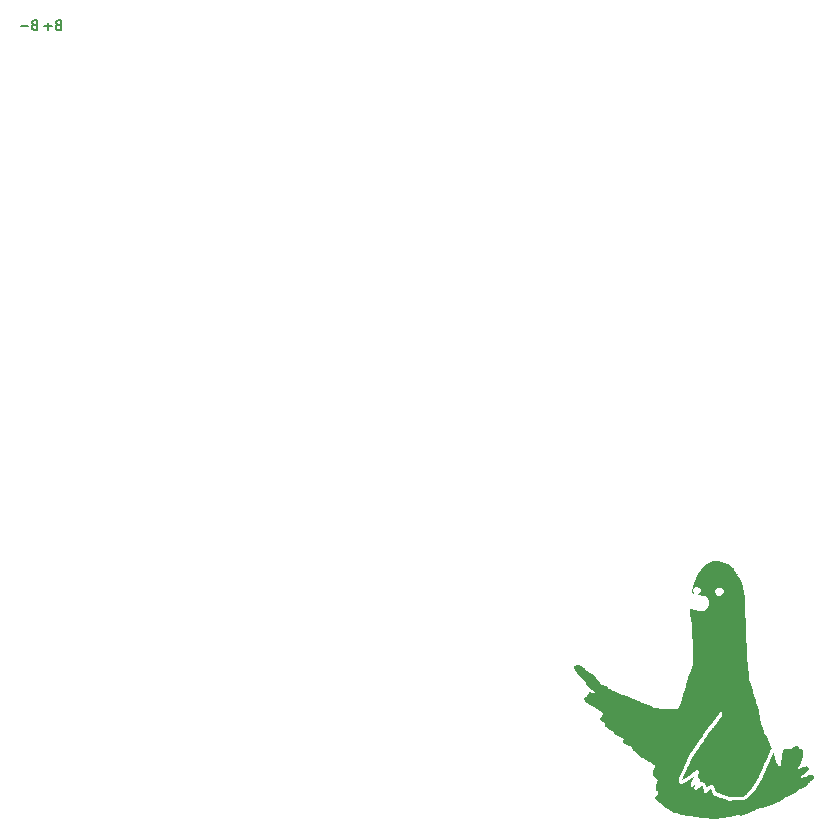
<source format=gbr>
%TF.GenerationSoftware,KiCad,Pcbnew,8.0.0*%
%TF.CreationDate,2024-06-08T15:09:41+02:00*%
%TF.ProjectId,goos-left,676f6f73-2d6c-4656-9674-2e6b69636164,rev?*%
%TF.SameCoordinates,Original*%
%TF.FileFunction,Legend,Bot*%
%TF.FilePolarity,Positive*%
%FSLAX46Y46*%
G04 Gerber Fmt 4.6, Leading zero omitted, Abs format (unit mm)*
G04 Created by KiCad (PCBNEW 8.0.0) date 2024-06-08 15:09:41*
%MOMM*%
%LPD*%
G01*
G04 APERTURE LIST*
%ADD10C,0.000000*%
%ADD11C,0.150000*%
G04 APERTURE END LIST*
D10*
G36*
X139121176Y-120791632D02*
G01*
X139121177Y-120791632D01*
X139118360Y-120794022D01*
X139114985Y-120796187D01*
X139111096Y-120798120D01*
X139106740Y-120799818D01*
X139101959Y-120801275D01*
X139096799Y-120802488D01*
X139091305Y-120803453D01*
X139085520Y-120804164D01*
X139079491Y-120804618D01*
X139073260Y-120804809D01*
X139066874Y-120804734D01*
X139060376Y-120804389D01*
X139053811Y-120803768D01*
X139047224Y-120802868D01*
X139040660Y-120801684D01*
X139034162Y-120800211D01*
X139016085Y-120796927D01*
X138988561Y-120793608D01*
X138952955Y-120790346D01*
X138910631Y-120787231D01*
X138811289Y-120781807D01*
X138701452Y-120778062D01*
X138644210Y-120776090D01*
X138585067Y-120772946D01*
X138525727Y-120768792D01*
X138467896Y-120763790D01*
X138413279Y-120758102D01*
X138363580Y-120751890D01*
X138320505Y-120745317D01*
X138285759Y-120738543D01*
X138247617Y-120731502D01*
X138194809Y-120724163D01*
X138129722Y-120716741D01*
X138054745Y-120709452D01*
X137884667Y-120696135D01*
X137794342Y-120690539D01*
X137703676Y-120685938D01*
X137596534Y-120680543D01*
X137500089Y-120674409D01*
X137413904Y-120667484D01*
X137337543Y-120659720D01*
X137270568Y-120651066D01*
X137240464Y-120646390D01*
X137212543Y-120641472D01*
X137186750Y-120636307D01*
X137163030Y-120630888D01*
X137141329Y-120625209D01*
X137121592Y-120619263D01*
X137086150Y-120609321D01*
X137041080Y-120599130D01*
X136988228Y-120588979D01*
X136929439Y-120579156D01*
X136866556Y-120569949D01*
X136801426Y-120561648D01*
X136735893Y-120554541D01*
X136671801Y-120548916D01*
X136609742Y-120543717D01*
X136550033Y-120537833D01*
X136494111Y-120531466D01*
X136443414Y-120524819D01*
X136399376Y-120518094D01*
X136363434Y-120511495D01*
X136348949Y-120508306D01*
X136337026Y-120505224D01*
X136327845Y-120502275D01*
X136321587Y-120499483D01*
X136316115Y-120496802D01*
X136309245Y-120494177D01*
X136301078Y-120491621D01*
X136291715Y-120489150D01*
X136269810Y-120484518D01*
X136244344Y-120480397D01*
X136216131Y-120476902D01*
X136185985Y-120474149D01*
X136154720Y-120472254D01*
X136123149Y-120471331D01*
X136104267Y-120470900D01*
X136085992Y-120470093D01*
X136068318Y-120468908D01*
X136051241Y-120467345D01*
X136034756Y-120465402D01*
X136018860Y-120463079D01*
X136003548Y-120460375D01*
X135988815Y-120457288D01*
X135974658Y-120453818D01*
X135961070Y-120449963D01*
X135948049Y-120445723D01*
X135935590Y-120441097D01*
X135923687Y-120436083D01*
X135912338Y-120430681D01*
X135901537Y-120424889D01*
X135891280Y-120418707D01*
X135859945Y-120398800D01*
X135834294Y-120383249D01*
X135822547Y-120376680D01*
X135810957Y-120370685D01*
X135799105Y-120365094D01*
X135786568Y-120359736D01*
X135772927Y-120354438D01*
X135757760Y-120349031D01*
X135721164Y-120337200D01*
X135673414Y-120322872D01*
X135611142Y-120304676D01*
X135580275Y-120296023D01*
X135549222Y-120287950D01*
X135518824Y-120280635D01*
X135489921Y-120274254D01*
X135463355Y-120268983D01*
X135439968Y-120264999D01*
X135420599Y-120262480D01*
X135412684Y-120261824D01*
X135406090Y-120261601D01*
X135403158Y-120261573D01*
X135400262Y-120261491D01*
X135397408Y-120261356D01*
X135394598Y-120261169D01*
X135391837Y-120260932D01*
X135389127Y-120260646D01*
X135386473Y-120260312D01*
X135383878Y-120259932D01*
X135381346Y-120259507D01*
X135378880Y-120259039D01*
X135376485Y-120258528D01*
X135374163Y-120257977D01*
X135371919Y-120257386D01*
X135369756Y-120256756D01*
X135367678Y-120256091D01*
X135365688Y-120255389D01*
X135363791Y-120254654D01*
X135361989Y-120253886D01*
X135360287Y-120253086D01*
X135358688Y-120252257D01*
X135357196Y-120251399D01*
X135355815Y-120250513D01*
X135354547Y-120249602D01*
X135353398Y-120248666D01*
X135352370Y-120247707D01*
X135351467Y-120246726D01*
X135350693Y-120245724D01*
X135350051Y-120244704D01*
X135349546Y-120243665D01*
X135349181Y-120242610D01*
X135348959Y-120241540D01*
X135348884Y-120240456D01*
X135348771Y-120239332D01*
X135348438Y-120238141D01*
X135347129Y-120235574D01*
X135345001Y-120232783D01*
X135342099Y-120229793D01*
X135338466Y-120226631D01*
X135334147Y-120223326D01*
X135329185Y-120219902D01*
X135323625Y-120216388D01*
X135317510Y-120212809D01*
X135310886Y-120209193D01*
X135303795Y-120205566D01*
X135296283Y-120201955D01*
X135288392Y-120198388D01*
X135280168Y-120194890D01*
X135271654Y-120191488D01*
X135262894Y-120188210D01*
X135253680Y-120184627D01*
X135243832Y-120180329D01*
X135233440Y-120175373D01*
X135222592Y-120169818D01*
X135211378Y-120163718D01*
X135199886Y-120157133D01*
X135188205Y-120150118D01*
X135176425Y-120142731D01*
X135164634Y-120135028D01*
X135152922Y-120127066D01*
X135141378Y-120118904D01*
X135130090Y-120110596D01*
X135119147Y-120102202D01*
X135108639Y-120093776D01*
X135098654Y-120085378D01*
X135089282Y-120077062D01*
X135080226Y-120068908D01*
X135071168Y-120060983D01*
X135062167Y-120053327D01*
X135053279Y-120045982D01*
X135044563Y-120038989D01*
X135036076Y-120032388D01*
X135027877Y-120026222D01*
X135020023Y-120020530D01*
X135012572Y-120015354D01*
X135005582Y-120010735D01*
X134999110Y-120006714D01*
X134993215Y-120003332D01*
X134987953Y-120000631D01*
X134983384Y-119998650D01*
X134979564Y-119997431D01*
X134977953Y-119997121D01*
X134976552Y-119997016D01*
X134969703Y-119996150D01*
X134960809Y-119993613D01*
X134937422Y-119983902D01*
X134907465Y-119968629D01*
X134872015Y-119948540D01*
X134832147Y-119924383D01*
X134788936Y-119896902D01*
X134696790Y-119834960D01*
X134604180Y-119768683D01*
X134519711Y-119704045D01*
X134483218Y-119674206D01*
X134451987Y-119647016D01*
X134427094Y-119623220D01*
X134409614Y-119603567D01*
X134401101Y-119592963D01*
X134391988Y-119582348D01*
X134382358Y-119571792D01*
X134372294Y-119561361D01*
X134361879Y-119551124D01*
X134351196Y-119541150D01*
X134340328Y-119531505D01*
X134329358Y-119522259D01*
X134318368Y-119513479D01*
X134307442Y-119505233D01*
X134296662Y-119497590D01*
X134286112Y-119490618D01*
X134275875Y-119484384D01*
X134266032Y-119478956D01*
X134256668Y-119474404D01*
X134247865Y-119470794D01*
X134228977Y-119462072D01*
X134205979Y-119448489D01*
X134179527Y-119430641D01*
X134150274Y-119409123D01*
X134118876Y-119384530D01*
X134085988Y-119357456D01*
X134052264Y-119328498D01*
X134018360Y-119298250D01*
X133984930Y-119267307D01*
X133952629Y-119236265D01*
X133922111Y-119205718D01*
X133894033Y-119176262D01*
X133869048Y-119148491D01*
X133847812Y-119123001D01*
X133830979Y-119100388D01*
X133819204Y-119081245D01*
X133814919Y-119072563D01*
X133811485Y-119064326D01*
X133808953Y-119056403D01*
X133808042Y-119052519D01*
X133807376Y-119048663D01*
X133806961Y-119044821D01*
X133806803Y-119040976D01*
X133806910Y-119037111D01*
X133807287Y-119033210D01*
X133807942Y-119029257D01*
X133808879Y-119025236D01*
X133810106Y-119021129D01*
X133811630Y-119016921D01*
X133813456Y-119012596D01*
X133815591Y-119008137D01*
X133820815Y-118998751D01*
X133827351Y-118988633D01*
X133835251Y-118977653D01*
X133844567Y-118965680D01*
X133855104Y-118952882D01*
X136390413Y-118952882D01*
X136390705Y-118956478D01*
X136391346Y-118959993D01*
X136392350Y-118963412D01*
X136393728Y-118966716D01*
X136395490Y-118969891D01*
X136397650Y-118972918D01*
X136400218Y-118975782D01*
X136400218Y-118975779D01*
X136402285Y-118977692D01*
X136404523Y-118979476D01*
X136406920Y-118981131D01*
X136409466Y-118982657D01*
X136412149Y-118984055D01*
X136414958Y-118985324D01*
X136417882Y-118986465D01*
X136420909Y-118987478D01*
X136427229Y-118989121D01*
X136433828Y-118990254D01*
X136440617Y-118990880D01*
X136447505Y-118991000D01*
X136454402Y-118990616D01*
X136461220Y-118989730D01*
X136467867Y-118988343D01*
X136474255Y-118986457D01*
X136477323Y-118985328D01*
X136480293Y-118984074D01*
X136483152Y-118982697D01*
X136485891Y-118981195D01*
X136488497Y-118979571D01*
X136490960Y-118977823D01*
X136493268Y-118975952D01*
X136495409Y-118973959D01*
X136498586Y-118970574D01*
X136501445Y-118967103D01*
X136503992Y-118963558D01*
X136506231Y-118959951D01*
X136508166Y-118956295D01*
X136509803Y-118952604D01*
X136511147Y-118948889D01*
X136512201Y-118945164D01*
X136512971Y-118941441D01*
X136513461Y-118937733D01*
X136513676Y-118934053D01*
X136513620Y-118930413D01*
X136513299Y-118926827D01*
X136512717Y-118923307D01*
X136511879Y-118919865D01*
X136510789Y-118916515D01*
X136509453Y-118913270D01*
X136507874Y-118910141D01*
X136506057Y-118907142D01*
X136504008Y-118904286D01*
X136501730Y-118901584D01*
X136499229Y-118899051D01*
X136496510Y-118896699D01*
X136493576Y-118894540D01*
X136490433Y-118892587D01*
X136487085Y-118890854D01*
X136483537Y-118889352D01*
X136479794Y-118888094D01*
X136475860Y-118887094D01*
X136471741Y-118886364D01*
X136467440Y-118885916D01*
X136462962Y-118885764D01*
X136458277Y-118885938D01*
X136453650Y-118886450D01*
X136449095Y-118887282D01*
X136444622Y-118888418D01*
X136440244Y-118889841D01*
X136435972Y-118891534D01*
X136431817Y-118893481D01*
X136427791Y-118895665D01*
X136423907Y-118898070D01*
X136420175Y-118900678D01*
X136416607Y-118903473D01*
X136413215Y-118906438D01*
X136410011Y-118909557D01*
X136407005Y-118912813D01*
X136404210Y-118916188D01*
X136401638Y-118919668D01*
X136399300Y-118923234D01*
X136397207Y-118926870D01*
X136395371Y-118930560D01*
X136393805Y-118934286D01*
X136392519Y-118938032D01*
X136391525Y-118941781D01*
X136390835Y-118945517D01*
X136390461Y-118949223D01*
X136390413Y-118952882D01*
X133855104Y-118952882D01*
X133855350Y-118952583D01*
X133867652Y-118938232D01*
X133881522Y-118922495D01*
X133900737Y-118900129D01*
X133920227Y-118875973D01*
X133939454Y-118850793D01*
X133957878Y-118825351D01*
X133974962Y-118800412D01*
X133990168Y-118776739D01*
X133996898Y-118765617D01*
X134002956Y-118755097D01*
X134008276Y-118745276D01*
X134012789Y-118736250D01*
X134016784Y-118727382D01*
X134020580Y-118718037D01*
X134027562Y-118698111D01*
X134033714Y-118676871D01*
X134039012Y-118654714D01*
X134043435Y-118632040D01*
X134046961Y-118609246D01*
X134049567Y-118586732D01*
X134051232Y-118564896D01*
X134051933Y-118544137D01*
X134051649Y-118524852D01*
X134050356Y-118507441D01*
X134048033Y-118492301D01*
X134046479Y-118485708D01*
X134044658Y-118479833D01*
X134042569Y-118474724D01*
X134040209Y-118470433D01*
X134037574Y-118467009D01*
X134034662Y-118464501D01*
X134031471Y-118462960D01*
X134027998Y-118462435D01*
X134025075Y-118462070D01*
X134021382Y-118460997D01*
X134016974Y-118459254D01*
X134011906Y-118456876D01*
X134006234Y-118453900D01*
X134000014Y-118450361D01*
X133986150Y-118441740D01*
X133970757Y-118431303D01*
X133954279Y-118419339D01*
X133937159Y-118406136D01*
X133919842Y-118391984D01*
X133906602Y-118380674D01*
X133894867Y-118370212D01*
X133884566Y-118360420D01*
X133875628Y-118351121D01*
X133867984Y-118342137D01*
X133864626Y-118337708D01*
X133861564Y-118333292D01*
X133858791Y-118328865D01*
X133856297Y-118324407D01*
X133854074Y-118319894D01*
X133852113Y-118315305D01*
X133850406Y-118310617D01*
X133848943Y-118305809D01*
X133847715Y-118300857D01*
X133846715Y-118295741D01*
X133845932Y-118290437D01*
X133845360Y-118284923D01*
X133844807Y-118273180D01*
X133844987Y-118260332D01*
X133845828Y-118246203D01*
X133847262Y-118230615D01*
X133849218Y-118213390D01*
X133857980Y-118149089D01*
X133868874Y-118083161D01*
X133881881Y-118015694D01*
X133896981Y-117946777D01*
X133914151Y-117876501D01*
X133933371Y-117804953D01*
X133954622Y-117732223D01*
X133977882Y-117658401D01*
X134037354Y-117476139D01*
X133946671Y-117400433D01*
X133937325Y-117392720D01*
X133928029Y-117385224D01*
X133918840Y-117377984D01*
X133909816Y-117371037D01*
X133901012Y-117364423D01*
X133892488Y-117358180D01*
X133884299Y-117352348D01*
X133876503Y-117346964D01*
X133869157Y-117342069D01*
X133862319Y-117337701D01*
X133856045Y-117333898D01*
X133850393Y-117330700D01*
X133845419Y-117328144D01*
X133841182Y-117326271D01*
X133837738Y-117325119D01*
X133836332Y-117324825D01*
X133835145Y-117324726D01*
X133832557Y-117324506D01*
X133829685Y-117323855D01*
X133823143Y-117321309D01*
X133815618Y-117317187D01*
X133807209Y-117311587D01*
X133798017Y-117304607D01*
X133788142Y-117296348D01*
X133777684Y-117286908D01*
X133766742Y-117276385D01*
X133755416Y-117264879D01*
X133743807Y-117252488D01*
X133732014Y-117239311D01*
X133720137Y-117225447D01*
X133708276Y-117210995D01*
X133696531Y-117196053D01*
X133685001Y-117180721D01*
X133673788Y-117165098D01*
X133666484Y-117153016D01*
X133659957Y-117138849D01*
X133654192Y-117122741D01*
X133649173Y-117104837D01*
X133641311Y-117064227D01*
X133636247Y-117018179D01*
X133633857Y-116967859D01*
X133634017Y-116914430D01*
X133636602Y-116859053D01*
X133641488Y-116802894D01*
X133648552Y-116747114D01*
X133657669Y-116692878D01*
X133668714Y-116641348D01*
X133681564Y-116593687D01*
X133696095Y-116551060D01*
X133712181Y-116514628D01*
X133720769Y-116499099D01*
X133729700Y-116485556D01*
X133738958Y-116474143D01*
X133748527Y-116465006D01*
X133753873Y-116460364D01*
X133758912Y-116455444D01*
X133763644Y-116450264D01*
X133768066Y-116444842D01*
X133772178Y-116439196D01*
X133775978Y-116433343D01*
X133779466Y-116427302D01*
X133782640Y-116421089D01*
X133785499Y-116414723D01*
X133788041Y-116408221D01*
X133790267Y-116401601D01*
X133792174Y-116394881D01*
X133793761Y-116388077D01*
X133795027Y-116381209D01*
X133795972Y-116374293D01*
X133796593Y-116367348D01*
X133796890Y-116360391D01*
X133796861Y-116353440D01*
X133796505Y-116346512D01*
X133795822Y-116339625D01*
X133794810Y-116332797D01*
X133793467Y-116326046D01*
X133791794Y-116319389D01*
X133789787Y-116312844D01*
X133787447Y-116306428D01*
X133784772Y-116300160D01*
X133781761Y-116294057D01*
X133778413Y-116288136D01*
X133774727Y-116282416D01*
X133770700Y-116276915D01*
X133766334Y-116271648D01*
X133761625Y-116266636D01*
X133756746Y-116261583D01*
X133752176Y-116256500D01*
X133747930Y-116251421D01*
X133744025Y-116246380D01*
X133740478Y-116241410D01*
X133737304Y-116236545D01*
X133734519Y-116231819D01*
X133732142Y-116227264D01*
X133730186Y-116222915D01*
X133729372Y-116220828D01*
X133728670Y-116218806D01*
X133728082Y-116216851D01*
X133727610Y-116214969D01*
X133727255Y-116213163D01*
X133727021Y-116211439D01*
X133726908Y-116209799D01*
X133726920Y-116208249D01*
X133727058Y-116206792D01*
X133727323Y-116205432D01*
X133727720Y-116204175D01*
X133728248Y-116203023D01*
X133728911Y-116201982D01*
X133729710Y-116201055D01*
X133731188Y-116199427D01*
X133732162Y-116198023D01*
X133732465Y-116197404D01*
X133732646Y-116196842D01*
X133732709Y-116196335D01*
X133732655Y-116195884D01*
X133732486Y-116195488D01*
X133732204Y-116195149D01*
X133731810Y-116194864D01*
X133731306Y-116194636D01*
X133730695Y-116194462D01*
X133729978Y-116194344D01*
X133728233Y-116194275D01*
X133726086Y-116194427D01*
X133723553Y-116194800D01*
X133720647Y-116195393D01*
X133717383Y-116196206D01*
X133713776Y-116197240D01*
X133709842Y-116198492D01*
X133705593Y-116199964D01*
X133701046Y-116201655D01*
X133698714Y-116202514D01*
X133696411Y-116203293D01*
X133694141Y-116203992D01*
X133691907Y-116204612D01*
X133689711Y-116205153D01*
X133687555Y-116205616D01*
X133685445Y-116206001D01*
X133683381Y-116206309D01*
X133681367Y-116206541D01*
X133679406Y-116206697D01*
X133677501Y-116206778D01*
X133675655Y-116206784D01*
X133673870Y-116206716D01*
X133672150Y-116206576D01*
X133670497Y-116206362D01*
X133668915Y-116206076D01*
X133667406Y-116205719D01*
X133665973Y-116205291D01*
X133664619Y-116204793D01*
X133663348Y-116204225D01*
X133662161Y-116203588D01*
X133661062Y-116202882D01*
X133660054Y-116202109D01*
X133659140Y-116201268D01*
X133658323Y-116200361D01*
X133657605Y-116199387D01*
X133656989Y-116198349D01*
X133656479Y-116197245D01*
X133656077Y-116196077D01*
X133655786Y-116194846D01*
X133655610Y-116193551D01*
X133655550Y-116192194D01*
X133654607Y-116188592D01*
X133651852Y-116184021D01*
X133641346Y-116172260D01*
X133624920Y-116157480D01*
X133603459Y-116140247D01*
X133577850Y-116121130D01*
X133548978Y-116100696D01*
X133484993Y-116058150D01*
X133418593Y-116017152D01*
X133386703Y-115998653D01*
X133356867Y-115982244D01*
X133329972Y-115968493D01*
X133306904Y-115957968D01*
X133288549Y-115951237D01*
X133281415Y-115949471D01*
X133275793Y-115948867D01*
X133271843Y-115948661D01*
X133267669Y-115948057D01*
X133263306Y-115947075D01*
X133258790Y-115945736D01*
X133254158Y-115944059D01*
X133249444Y-115942065D01*
X133244686Y-115939775D01*
X133239918Y-115937209D01*
X133235178Y-115934387D01*
X133230500Y-115931330D01*
X133225920Y-115928057D01*
X133221475Y-115924590D01*
X133217201Y-115920948D01*
X133213133Y-115917153D01*
X133209307Y-115913223D01*
X133205759Y-115909180D01*
X133202215Y-115905138D01*
X133198399Y-115901208D01*
X133194347Y-115897412D01*
X133190095Y-115893771D01*
X133185677Y-115890303D01*
X133181130Y-115887031D01*
X133176490Y-115883973D01*
X133171791Y-115881151D01*
X133167069Y-115878585D01*
X133162361Y-115876295D01*
X133157701Y-115874301D01*
X133153125Y-115872624D01*
X133148668Y-115871284D01*
X133144367Y-115870302D01*
X133140257Y-115869698D01*
X133136373Y-115869492D01*
X133134505Y-115869458D01*
X133132660Y-115869355D01*
X133130842Y-115869186D01*
X133129052Y-115868952D01*
X133127292Y-115868656D01*
X133125566Y-115868298D01*
X133123875Y-115867880D01*
X133122222Y-115867405D01*
X133120608Y-115866873D01*
X133119037Y-115866287D01*
X133117511Y-115865648D01*
X133116032Y-115864958D01*
X133114602Y-115864218D01*
X133113224Y-115863431D01*
X133111900Y-115862598D01*
X133110633Y-115861720D01*
X133109424Y-115860800D01*
X133108276Y-115859839D01*
X133107191Y-115858838D01*
X133106173Y-115857800D01*
X133105222Y-115856727D01*
X133104342Y-115855619D01*
X133103534Y-115854478D01*
X133102802Y-115853307D01*
X133102147Y-115852107D01*
X133101572Y-115850879D01*
X133101079Y-115849626D01*
X133100670Y-115848349D01*
X133100348Y-115847049D01*
X133100115Y-115845729D01*
X133099974Y-115844390D01*
X133099926Y-115843034D01*
X133099888Y-115841677D01*
X133099774Y-115840338D01*
X133099587Y-115839018D01*
X133099329Y-115837719D01*
X133099000Y-115836441D01*
X133098605Y-115835188D01*
X133098143Y-115833960D01*
X133097617Y-115832760D01*
X133097029Y-115831589D01*
X133096380Y-115830449D01*
X133095674Y-115829341D01*
X133094910Y-115828267D01*
X133094092Y-115827229D01*
X133093222Y-115826228D01*
X133092300Y-115825267D01*
X133091329Y-115824347D01*
X133090311Y-115823470D01*
X133089248Y-115822636D01*
X133088142Y-115821849D01*
X133086994Y-115821110D01*
X133085806Y-115820419D01*
X133084581Y-115819780D01*
X133083319Y-115819194D01*
X133082024Y-115818663D01*
X133080696Y-115818187D01*
X133079339Y-115817770D01*
X133077952Y-115817412D01*
X133076540Y-115817115D01*
X133075102Y-115816881D01*
X133073642Y-115816712D01*
X133072161Y-115816609D01*
X133070661Y-115816575D01*
X133067180Y-115816191D01*
X133062814Y-115815066D01*
X133057630Y-115813237D01*
X133051690Y-115810742D01*
X133045060Y-115807619D01*
X133037804Y-115803905D01*
X133021671Y-115794860D01*
X133003807Y-115783909D01*
X132984727Y-115771355D01*
X132964948Y-115757502D01*
X132944984Y-115742652D01*
X132924030Y-115726974D01*
X132903146Y-115712114D01*
X132882390Y-115698098D01*
X132861818Y-115684954D01*
X132841488Y-115672708D01*
X132821456Y-115661386D01*
X132801780Y-115651016D01*
X132782517Y-115641624D01*
X132763725Y-115633237D01*
X132745460Y-115625881D01*
X132727780Y-115619584D01*
X132710742Y-115614372D01*
X132694402Y-115610272D01*
X132678819Y-115607310D01*
X132664049Y-115605513D01*
X132650150Y-115604908D01*
X132644438Y-115604198D01*
X132637593Y-115602124D01*
X132629701Y-115598764D01*
X132620848Y-115594201D01*
X132600604Y-115581788D01*
X132577549Y-115565530D01*
X132552372Y-115546075D01*
X132525759Y-115524069D01*
X132498400Y-115500159D01*
X132470983Y-115474991D01*
X132444195Y-115449213D01*
X132418725Y-115423470D01*
X132395260Y-115398411D01*
X132374490Y-115374681D01*
X132357102Y-115352927D01*
X132343783Y-115333797D01*
X132338866Y-115325417D01*
X132335223Y-115317936D01*
X132332943Y-115311434D01*
X132332110Y-115305991D01*
X132331911Y-115304258D01*
X132331373Y-115302345D01*
X132329315Y-115298004D01*
X132326004Y-115293026D01*
X132321508Y-115287466D01*
X132315895Y-115281382D01*
X132309233Y-115274829D01*
X132301589Y-115267864D01*
X132293032Y-115260544D01*
X132283629Y-115252924D01*
X132273447Y-115245062D01*
X132262556Y-115237014D01*
X132251022Y-115228835D01*
X132238913Y-115220583D01*
X132226297Y-115212314D01*
X132213243Y-115204084D01*
X132199818Y-115195950D01*
X132186395Y-115187803D01*
X132173349Y-115179536D01*
X132160746Y-115171208D01*
X132148655Y-115162874D01*
X132137143Y-115154594D01*
X132126278Y-115146425D01*
X132116127Y-115138424D01*
X132106758Y-115130649D01*
X132098238Y-115123157D01*
X132090635Y-115116007D01*
X132084016Y-115109256D01*
X132078449Y-115102961D01*
X132076081Y-115100003D01*
X132074002Y-115097181D01*
X132072219Y-115094501D01*
X132070741Y-115091972D01*
X132069577Y-115089601D01*
X132068736Y-115087393D01*
X132068224Y-115085358D01*
X132068052Y-115083501D01*
X132068009Y-115081745D01*
X132067880Y-115080007D01*
X132067669Y-115078289D01*
X132067377Y-115076594D01*
X132067006Y-115074924D01*
X132066559Y-115073281D01*
X132066037Y-115071667D01*
X132065442Y-115070086D01*
X132064778Y-115068538D01*
X132064045Y-115067027D01*
X132063246Y-115065554D01*
X132062383Y-115064123D01*
X132061459Y-115062735D01*
X132060475Y-115061392D01*
X132059433Y-115060098D01*
X132058336Y-115058853D01*
X132057186Y-115057661D01*
X132055985Y-115056524D01*
X132054734Y-115055444D01*
X132053437Y-115054423D01*
X132052095Y-115053464D01*
X132050710Y-115052569D01*
X132049284Y-115051741D01*
X132047820Y-115050981D01*
X132046320Y-115050291D01*
X132044785Y-115049675D01*
X132043219Y-115049135D01*
X132041622Y-115048672D01*
X132039998Y-115048289D01*
X132038348Y-115047989D01*
X132036674Y-115047773D01*
X132034979Y-115047645D01*
X132030719Y-115046820D01*
X132025800Y-115044780D01*
X132020272Y-115041595D01*
X132014189Y-115037336D01*
X132000562Y-115025881D01*
X131985338Y-115010980D01*
X131968932Y-114993199D01*
X131951764Y-114973104D01*
X131934249Y-114951263D01*
X131916807Y-114928241D01*
X131899853Y-114904603D01*
X131883805Y-114880918D01*
X131869081Y-114857749D01*
X131856099Y-114835665D01*
X131845274Y-114815230D01*
X131837026Y-114797012D01*
X131831771Y-114781576D01*
X131830396Y-114775079D01*
X131829926Y-114769489D01*
X131829472Y-114764769D01*
X131828144Y-114759479D01*
X131825994Y-114753672D01*
X131823076Y-114747398D01*
X131819441Y-114740707D01*
X131815142Y-114733650D01*
X131804762Y-114718641D01*
X131792355Y-114702777D01*
X131778341Y-114686464D01*
X131763139Y-114670107D01*
X131747169Y-114654113D01*
X131730851Y-114638886D01*
X131714603Y-114624833D01*
X131698846Y-114612359D01*
X131684000Y-114601871D01*
X131670483Y-114593772D01*
X131664354Y-114590746D01*
X131658715Y-114588470D01*
X131653618Y-114586994D01*
X131649116Y-114586370D01*
X131645261Y-114586648D01*
X131642106Y-114587878D01*
X131636221Y-114589310D01*
X131626478Y-114588886D01*
X131613130Y-114586697D01*
X131596434Y-114582836D01*
X131554021Y-114570459D01*
X131501284Y-114552491D01*
X131440268Y-114529665D01*
X131373018Y-114502713D01*
X131301580Y-114472371D01*
X131227999Y-114439370D01*
X131209379Y-114430689D01*
X131192928Y-114422720D01*
X131178511Y-114415274D01*
X131165996Y-114408162D01*
X131155248Y-114401196D01*
X131150496Y-114397708D01*
X131146135Y-114394186D01*
X131142150Y-114390605D01*
X131138523Y-114386943D01*
X131135238Y-114383176D01*
X131132279Y-114379279D01*
X131129628Y-114375230D01*
X131127269Y-114371004D01*
X131125185Y-114366579D01*
X131123359Y-114361930D01*
X131121776Y-114357034D01*
X131120418Y-114351867D01*
X131119268Y-114346406D01*
X131118310Y-114340627D01*
X131116903Y-114328021D01*
X131116063Y-114313860D01*
X131115657Y-114297954D01*
X131115551Y-114280116D01*
X131115684Y-114268922D01*
X131116075Y-114257554D01*
X131116711Y-114246091D01*
X131117578Y-114234612D01*
X131118664Y-114223197D01*
X131119954Y-114211926D01*
X131121437Y-114200879D01*
X131123098Y-114190135D01*
X131124925Y-114179774D01*
X131126905Y-114169876D01*
X131129024Y-114160521D01*
X131131268Y-114151787D01*
X131133626Y-114143755D01*
X131136084Y-114136505D01*
X131138628Y-114130116D01*
X131141245Y-114124668D01*
X131144493Y-114118164D01*
X131147169Y-114111828D01*
X131149268Y-114105632D01*
X131150100Y-114102577D01*
X131150785Y-114099546D01*
X131151322Y-114096535D01*
X131151712Y-114093541D01*
X131151953Y-114090560D01*
X131152045Y-114087589D01*
X131151987Y-114084623D01*
X131151778Y-114081659D01*
X131151417Y-114078693D01*
X131150904Y-114075722D01*
X131150238Y-114072742D01*
X131149419Y-114069750D01*
X131148445Y-114066741D01*
X131147316Y-114063713D01*
X131146031Y-114060661D01*
X131144589Y-114057581D01*
X131141233Y-114051327D01*
X131137242Y-114044919D01*
X131132611Y-114038330D01*
X131127332Y-114031530D01*
X131121401Y-114024490D01*
X131110353Y-114012821D01*
X131097449Y-114000898D01*
X131082944Y-113988861D01*
X131067094Y-113976847D01*
X131050154Y-113964996D01*
X131032380Y-113953448D01*
X131014028Y-113942339D01*
X130995353Y-113931811D01*
X130976610Y-113922001D01*
X130958055Y-113913048D01*
X130939944Y-113905091D01*
X130922532Y-113898270D01*
X130906074Y-113892723D01*
X130890827Y-113888588D01*
X130877045Y-113886006D01*
X130864985Y-113885114D01*
X130860211Y-113884771D01*
X130854505Y-113883764D01*
X130847940Y-113882128D01*
X130840593Y-113879895D01*
X130832538Y-113877101D01*
X130823851Y-113873778D01*
X130804877Y-113865685D01*
X130784273Y-113855886D01*
X130762638Y-113844653D01*
X130740572Y-113832257D01*
X130718676Y-113818969D01*
X130697134Y-113805682D01*
X130676085Y-113793286D01*
X130656057Y-113782053D01*
X130637578Y-113772254D01*
X130629086Y-113767977D01*
X130621179Y-113764160D01*
X130613924Y-113760837D01*
X130607387Y-113758043D01*
X130601634Y-113755810D01*
X130596731Y-113754174D01*
X130592745Y-113753167D01*
X130589741Y-113752824D01*
X130588483Y-113752772D01*
X130587201Y-113752618D01*
X130585899Y-113752364D01*
X130584578Y-113752014D01*
X130583241Y-113751569D01*
X130581891Y-113751032D01*
X130579161Y-113749692D01*
X130576407Y-113748015D01*
X130573650Y-113746021D01*
X130570911Y-113743731D01*
X130568209Y-113741165D01*
X130565564Y-113738343D01*
X130562997Y-113735285D01*
X130560528Y-113732013D01*
X130558177Y-113728545D01*
X130555964Y-113724904D01*
X130553910Y-113721108D01*
X130552034Y-113717178D01*
X130550358Y-113713136D01*
X130549523Y-113711101D01*
X130548590Y-113709093D01*
X130546449Y-113705163D01*
X130543962Y-113701368D01*
X130541160Y-113697726D01*
X130538071Y-113694259D01*
X130534724Y-113690986D01*
X130531149Y-113687929D01*
X130527375Y-113685107D01*
X130523430Y-113682541D01*
X130519345Y-113680251D01*
X130515148Y-113678257D01*
X130510868Y-113676580D01*
X130506534Y-113675241D01*
X130502176Y-113674259D01*
X130497823Y-113673655D01*
X130495657Y-113673501D01*
X130493504Y-113673449D01*
X130487764Y-113673210D01*
X130481938Y-113672503D01*
X130476041Y-113671345D01*
X130470089Y-113669753D01*
X130464097Y-113667742D01*
X130458081Y-113665330D01*
X130452056Y-113662533D01*
X130446039Y-113659367D01*
X130434086Y-113651994D01*
X130422349Y-113643343D01*
X130410950Y-113633547D01*
X130400015Y-113622736D01*
X130389668Y-113611042D01*
X130380034Y-113598597D01*
X130371236Y-113585533D01*
X130363400Y-113571980D01*
X130356650Y-113558072D01*
X130351110Y-113543939D01*
X130348833Y-113536829D01*
X130346905Y-113529713D01*
X130345342Y-113522606D01*
X130344160Y-113515525D01*
X130342511Y-113506577D01*
X130340078Y-113497910D01*
X130336809Y-113489478D01*
X130332655Y-113481237D01*
X130327566Y-113473141D01*
X130321492Y-113465143D01*
X130314382Y-113457200D01*
X130306187Y-113449264D01*
X130296855Y-113441292D01*
X130286339Y-113433237D01*
X130274586Y-113425054D01*
X130261547Y-113416697D01*
X130247173Y-113408122D01*
X130231412Y-113399282D01*
X130214216Y-113390132D01*
X130195533Y-113380627D01*
X130166578Y-113365765D01*
X130137762Y-113350191D01*
X130109845Y-113334367D01*
X130083586Y-113318757D01*
X130059744Y-113303824D01*
X130039081Y-113290030D01*
X130030178Y-113283705D01*
X130022354Y-113277839D01*
X130015705Y-113272490D01*
X130010325Y-113267715D01*
X129974143Y-113233968D01*
X129939011Y-113202317D01*
X129904947Y-113172772D01*
X129871969Y-113145345D01*
X129840093Y-113120047D01*
X129809339Y-113096890D01*
X129779723Y-113075885D01*
X129751264Y-113057042D01*
X129723979Y-113040374D01*
X129697886Y-113025892D01*
X129673002Y-113013607D01*
X129649346Y-113003530D01*
X129626936Y-112995673D01*
X129605788Y-112990047D01*
X129595693Y-112988074D01*
X129585920Y-112986663D01*
X129576473Y-112985815D01*
X129567352Y-112985532D01*
X129551948Y-112985339D01*
X129545905Y-112984539D01*
X129540975Y-112982773D01*
X129537162Y-112979669D01*
X129534471Y-112974853D01*
X129532906Y-112967954D01*
X129532472Y-112958598D01*
X129533174Y-112946413D01*
X129535016Y-112931027D01*
X129542139Y-112889159D01*
X129553879Y-112830014D01*
X129570272Y-112750610D01*
X129572509Y-112739029D01*
X129574174Y-112728463D01*
X129575219Y-112718821D01*
X129575495Y-112714317D01*
X129575597Y-112710010D01*
X129575520Y-112705888D01*
X129575259Y-112701940D01*
X129574807Y-112698153D01*
X129574159Y-112694517D01*
X129573308Y-112691020D01*
X129572248Y-112687650D01*
X129570974Y-112684397D01*
X129569480Y-112681248D01*
X129567759Y-112678192D01*
X129565806Y-112675218D01*
X129563614Y-112672314D01*
X129561179Y-112669469D01*
X129558493Y-112666672D01*
X129555551Y-112663910D01*
X129552347Y-112661172D01*
X129548876Y-112658447D01*
X129545130Y-112655723D01*
X129541104Y-112652990D01*
X129532190Y-112647446D01*
X129522084Y-112641724D01*
X129510740Y-112635732D01*
X129454937Y-112606819D01*
X129405256Y-112580491D01*
X129361347Y-112556414D01*
X129322864Y-112534253D01*
X129289459Y-112513673D01*
X129274551Y-112503871D01*
X129260783Y-112494339D01*
X129248110Y-112485034D01*
X129236489Y-112475916D01*
X129225877Y-112466942D01*
X129216229Y-112458070D01*
X129207503Y-112449259D01*
X129199655Y-112440466D01*
X129192642Y-112431651D01*
X129186420Y-112422770D01*
X129180946Y-112413782D01*
X129176175Y-112404645D01*
X129172066Y-112395318D01*
X129168573Y-112385759D01*
X129165654Y-112375925D01*
X129163266Y-112365775D01*
X129161364Y-112355267D01*
X129159906Y-112344359D01*
X129158847Y-112333010D01*
X129158144Y-112321177D01*
X129157635Y-112295893D01*
X129157883Y-112290978D01*
X129158612Y-112285768D01*
X129159797Y-112280291D01*
X129161415Y-112274578D01*
X129163441Y-112268658D01*
X129165851Y-112262560D01*
X129168622Y-112256315D01*
X129171730Y-112249951D01*
X129178858Y-112236989D01*
X129187044Y-112223911D01*
X129196096Y-112210952D01*
X129205821Y-112198351D01*
X129216029Y-112186345D01*
X129226525Y-112175171D01*
X129237120Y-112165065D01*
X129247620Y-112156265D01*
X129252774Y-112152429D01*
X129257833Y-112149008D01*
X129262773Y-112146032D01*
X129267568Y-112143531D01*
X129272197Y-112141534D01*
X129276633Y-112140071D01*
X129280854Y-112139171D01*
X129284835Y-112138865D01*
X129287726Y-112138317D01*
X129290899Y-112136713D01*
X129294331Y-112134109D01*
X129297997Y-112130562D01*
X129305930Y-112120869D01*
X129314503Y-112108091D01*
X129323519Y-112092687D01*
X129332782Y-112075113D01*
X129342096Y-112055826D01*
X129351263Y-112035284D01*
X129360087Y-112013945D01*
X129368373Y-111992265D01*
X129375923Y-111970703D01*
X129382540Y-111949714D01*
X129388029Y-111929758D01*
X129392193Y-111911291D01*
X129394836Y-111894770D01*
X129395760Y-111880653D01*
X129395117Y-111873174D01*
X129393164Y-111865351D01*
X129389869Y-111857151D01*
X129385200Y-111848542D01*
X129379124Y-111839495D01*
X129371608Y-111829977D01*
X129362621Y-111819956D01*
X129352129Y-111809403D01*
X129340100Y-111798285D01*
X129326502Y-111786571D01*
X129311301Y-111774230D01*
X129294466Y-111761231D01*
X129275964Y-111747541D01*
X129255762Y-111733131D01*
X129210128Y-111702021D01*
X129172159Y-111676552D01*
X129135422Y-111651477D01*
X129100817Y-111627439D01*
X129069242Y-111605082D01*
X129041593Y-111585047D01*
X129018770Y-111567978D01*
X129001670Y-111554518D01*
X128995546Y-111549342D01*
X128991190Y-111545309D01*
X128987254Y-111541658D01*
X128982363Y-111537604D01*
X128970440Y-111528785D01*
X142360340Y-111528785D01*
X142360375Y-111531578D01*
X142360477Y-111534335D01*
X142360646Y-111537053D01*
X142360880Y-111539729D01*
X142361177Y-111542359D01*
X142361535Y-111544939D01*
X142361952Y-111547467D01*
X142362428Y-111549938D01*
X142362959Y-111552350D01*
X142363546Y-111554698D01*
X142364185Y-111556979D01*
X142364875Y-111559190D01*
X142365614Y-111561327D01*
X142366401Y-111563387D01*
X142367234Y-111565366D01*
X142368112Y-111567261D01*
X142369032Y-111569067D01*
X142369993Y-111570783D01*
X142370994Y-111572404D01*
X142372032Y-111573927D01*
X142373105Y-111575348D01*
X142374213Y-111576663D01*
X142375354Y-111577870D01*
X142376525Y-111578965D01*
X142377725Y-111579944D01*
X142378953Y-111580804D01*
X142380206Y-111581541D01*
X142381483Y-111582152D01*
X142382783Y-111582633D01*
X142384103Y-111582981D01*
X142385442Y-111583192D01*
X142386798Y-111583263D01*
X142388154Y-111583214D01*
X142389493Y-111583066D01*
X142390814Y-111582822D01*
X142392113Y-111582485D01*
X142393390Y-111582058D01*
X142394644Y-111581542D01*
X142395871Y-111580940D01*
X142397072Y-111580255D01*
X142398243Y-111579489D01*
X142399383Y-111578645D01*
X142400491Y-111577724D01*
X142401565Y-111576729D01*
X142403603Y-111574530D01*
X142405485Y-111572064D01*
X142407195Y-111569353D01*
X142408722Y-111566416D01*
X142410051Y-111563273D01*
X142411169Y-111559942D01*
X142412062Y-111556443D01*
X142412717Y-111552797D01*
X142413120Y-111549022D01*
X142413257Y-111545138D01*
X142413222Y-111543162D01*
X142413120Y-111541169D01*
X142412717Y-111537145D01*
X142412062Y-111533094D01*
X142411169Y-111529043D01*
X142410051Y-111525021D01*
X142408722Y-111521056D01*
X142407195Y-111517175D01*
X142405485Y-111513406D01*
X142403603Y-111509778D01*
X142401565Y-111506318D01*
X142399383Y-111503055D01*
X142397072Y-111500016D01*
X142394644Y-111497228D01*
X142393390Y-111495938D01*
X142392113Y-111494721D01*
X142390814Y-111493582D01*
X142389493Y-111492522D01*
X142388154Y-111491547D01*
X142386798Y-111490659D01*
X142385442Y-111489892D01*
X142384103Y-111489276D01*
X142382783Y-111488808D01*
X142381483Y-111488486D01*
X142380206Y-111488307D01*
X142378953Y-111488270D01*
X142377725Y-111488371D01*
X142376525Y-111488608D01*
X142375354Y-111488979D01*
X142374214Y-111489481D01*
X142373106Y-111490112D01*
X142372032Y-111490869D01*
X142370994Y-111491750D01*
X142369994Y-111492753D01*
X142369032Y-111493874D01*
X142368112Y-111495113D01*
X142367235Y-111496465D01*
X142366402Y-111497929D01*
X142364875Y-111501182D01*
X142363546Y-111504853D01*
X142362428Y-111508922D01*
X142361535Y-111513369D01*
X142360880Y-111518175D01*
X142360477Y-111523320D01*
X142360340Y-111528785D01*
X128970440Y-111528785D01*
X128969995Y-111528456D01*
X128954653Y-111518204D01*
X128936902Y-111507188D01*
X128917311Y-111495750D01*
X128896443Y-111484229D01*
X128874867Y-111472967D01*
X128853147Y-111462302D01*
X128851270Y-111461370D01*
X133787840Y-111461370D01*
X133787891Y-111461923D01*
X133788045Y-111462508D01*
X133788650Y-111463770D01*
X133789632Y-111465141D01*
X133790971Y-111466609D01*
X133792648Y-111468161D01*
X133794642Y-111469783D01*
X133796932Y-111471462D01*
X133799498Y-111473186D01*
X133802320Y-111474942D01*
X133805378Y-111476715D01*
X133808650Y-111478493D01*
X133812118Y-111480263D01*
X133815760Y-111482012D01*
X133819555Y-111483726D01*
X133823485Y-111485393D01*
X133827528Y-111486999D01*
X133829562Y-111487746D01*
X133831570Y-111488417D01*
X133833551Y-111489014D01*
X133835500Y-111489535D01*
X133837416Y-111489983D01*
X133839296Y-111490358D01*
X133841137Y-111490660D01*
X133842937Y-111490890D01*
X133844694Y-111491049D01*
X133846405Y-111491138D01*
X133848067Y-111491157D01*
X133849677Y-111491107D01*
X133851234Y-111490988D01*
X133852735Y-111490801D01*
X133854177Y-111490547D01*
X133855557Y-111490227D01*
X133856873Y-111489841D01*
X133858123Y-111489389D01*
X133859304Y-111488874D01*
X133860414Y-111488294D01*
X133861449Y-111487651D01*
X133862407Y-111486946D01*
X133863286Y-111486179D01*
X133864084Y-111485350D01*
X133864797Y-111484461D01*
X133865424Y-111483513D01*
X133865961Y-111482505D01*
X133866406Y-111481438D01*
X133866756Y-111480314D01*
X133867010Y-111479133D01*
X133867164Y-111477895D01*
X133867216Y-111476601D01*
X133867164Y-111475288D01*
X133867010Y-111473991D01*
X133866756Y-111472712D01*
X133866406Y-111471453D01*
X133865961Y-111470216D01*
X133865424Y-111469002D01*
X133864797Y-111467813D01*
X133864084Y-111466650D01*
X133863286Y-111465516D01*
X133862407Y-111464411D01*
X133860414Y-111462298D01*
X133858123Y-111460323D01*
X133855557Y-111458501D01*
X133852735Y-111456844D01*
X133849677Y-111455365D01*
X133846405Y-111454078D01*
X133842937Y-111452995D01*
X133839296Y-111452130D01*
X133835500Y-111451496D01*
X133831570Y-111451106D01*
X133827528Y-111450973D01*
X133823485Y-111451027D01*
X133819555Y-111451185D01*
X133815760Y-111451442D01*
X133812118Y-111451793D01*
X133808650Y-111452232D01*
X133805378Y-111452754D01*
X133802320Y-111453354D01*
X133799498Y-111454026D01*
X133796932Y-111454765D01*
X133795751Y-111455159D01*
X133794642Y-111455566D01*
X133793607Y-111455988D01*
X133792648Y-111456424D01*
X133791769Y-111456872D01*
X133790971Y-111457332D01*
X133790258Y-111457804D01*
X133789632Y-111458286D01*
X133789095Y-111458779D01*
X133788650Y-111459281D01*
X133788299Y-111459792D01*
X133788045Y-111460311D01*
X133787891Y-111460837D01*
X133787840Y-111461370D01*
X128851270Y-111461370D01*
X128829471Y-111450544D01*
X128802287Y-111436146D01*
X128781297Y-111424512D01*
X133708465Y-111424512D01*
X133708499Y-111425869D01*
X133708602Y-111427208D01*
X133708771Y-111428528D01*
X133709005Y-111429827D01*
X133709302Y-111431105D01*
X133709660Y-111432358D01*
X133710077Y-111433586D01*
X133710553Y-111434786D01*
X133711084Y-111435957D01*
X133711670Y-111437097D01*
X133712309Y-111438205D01*
X133713000Y-111439279D01*
X133713739Y-111440317D01*
X133714526Y-111441318D01*
X133715359Y-111442279D01*
X133716237Y-111443199D01*
X133717157Y-111444077D01*
X133718118Y-111444910D01*
X133719119Y-111445697D01*
X133720157Y-111446437D01*
X133721231Y-111447127D01*
X133722339Y-111447766D01*
X133723479Y-111448352D01*
X133724650Y-111448883D01*
X133725850Y-111449359D01*
X133727078Y-111449777D01*
X133728331Y-111450134D01*
X133729609Y-111450431D01*
X133730908Y-111450665D01*
X133732228Y-111450834D01*
X133733567Y-111450937D01*
X133734924Y-111450971D01*
X133736280Y-111450937D01*
X133737619Y-111450834D01*
X133738939Y-111450665D01*
X133740239Y-111450431D01*
X133741516Y-111450134D01*
X133742769Y-111449777D01*
X133743997Y-111449359D01*
X133745197Y-111448883D01*
X133746368Y-111448352D01*
X133747509Y-111447766D01*
X133748617Y-111447127D01*
X133749690Y-111446437D01*
X133750728Y-111445697D01*
X133751729Y-111444910D01*
X133752690Y-111444077D01*
X133753610Y-111443199D01*
X133754488Y-111442279D01*
X133755321Y-111441318D01*
X133756108Y-111440317D01*
X133756848Y-111439279D01*
X133757538Y-111438205D01*
X133758177Y-111437097D01*
X133758763Y-111435957D01*
X133759295Y-111434786D01*
X133759770Y-111433586D01*
X133760188Y-111432358D01*
X133760546Y-111431105D01*
X133760842Y-111429827D01*
X133761076Y-111428528D01*
X133761245Y-111427208D01*
X133761348Y-111425869D01*
X133761382Y-111424512D01*
X133761348Y-111423156D01*
X133761245Y-111421817D01*
X133761076Y-111420497D01*
X133760842Y-111419197D01*
X133760546Y-111417920D01*
X133760188Y-111416667D01*
X133759770Y-111415439D01*
X133759295Y-111414239D01*
X133758763Y-111413068D01*
X133758177Y-111411927D01*
X133757538Y-111410820D01*
X133756848Y-111409746D01*
X133756108Y-111408708D01*
X133755321Y-111407707D01*
X133754488Y-111406746D01*
X133753610Y-111405826D01*
X133752690Y-111404948D01*
X133751729Y-111404115D01*
X133750728Y-111403328D01*
X133749690Y-111402588D01*
X133748617Y-111401898D01*
X133747509Y-111401259D01*
X133746368Y-111400673D01*
X133745197Y-111400142D01*
X133743997Y-111399666D01*
X133742769Y-111399248D01*
X133741516Y-111398890D01*
X133740239Y-111398594D01*
X133738939Y-111398360D01*
X133737619Y-111398191D01*
X133736280Y-111398088D01*
X133734924Y-111398054D01*
X133733567Y-111398088D01*
X133732228Y-111398191D01*
X133730908Y-111398360D01*
X133729609Y-111398594D01*
X133728331Y-111398890D01*
X133727078Y-111399248D01*
X133725850Y-111399666D01*
X133724650Y-111400142D01*
X133723479Y-111400673D01*
X133722339Y-111401259D01*
X133721231Y-111401898D01*
X133720157Y-111402588D01*
X133719119Y-111403328D01*
X133718118Y-111404115D01*
X133717157Y-111404948D01*
X133716237Y-111405826D01*
X133715359Y-111406746D01*
X133714526Y-111407707D01*
X133713739Y-111408708D01*
X133713000Y-111409746D01*
X133712309Y-111410820D01*
X133711670Y-111411927D01*
X133711084Y-111413068D01*
X133710553Y-111414239D01*
X133710077Y-111415439D01*
X133709660Y-111416667D01*
X133709302Y-111417920D01*
X133709005Y-111419197D01*
X133708771Y-111420497D01*
X133708602Y-111421817D01*
X133708499Y-111423156D01*
X133708465Y-111424512D01*
X128781297Y-111424512D01*
X128772555Y-111419667D01*
X128741234Y-111401668D01*
X128709283Y-111382710D01*
X128677662Y-111363352D01*
X128648882Y-111345138D01*
X133496798Y-111345138D01*
X133496833Y-111346494D01*
X133496935Y-111347833D01*
X133497104Y-111349153D01*
X133497338Y-111350453D01*
X133497635Y-111351730D01*
X133497993Y-111352983D01*
X133498410Y-111354211D01*
X133498886Y-111355411D01*
X133499417Y-111356582D01*
X133500004Y-111357723D01*
X133500643Y-111358831D01*
X133501333Y-111359905D01*
X133502072Y-111360942D01*
X133502859Y-111361943D01*
X133503693Y-111362904D01*
X133504570Y-111363824D01*
X133505490Y-111364702D01*
X133506452Y-111365535D01*
X133507452Y-111366322D01*
X133508490Y-111367062D01*
X133509564Y-111367752D01*
X133510672Y-111368391D01*
X133511812Y-111368977D01*
X133512983Y-111369509D01*
X133514184Y-111369984D01*
X133515411Y-111370402D01*
X133516664Y-111370760D01*
X133517942Y-111371057D01*
X133519241Y-111371290D01*
X133520561Y-111371459D01*
X133521900Y-111371562D01*
X133523257Y-111371597D01*
X133524613Y-111371562D01*
X133525952Y-111371459D01*
X133527272Y-111371290D01*
X133528572Y-111371057D01*
X133529849Y-111370760D01*
X133531102Y-111370402D01*
X133532330Y-111369984D01*
X133533530Y-111369509D01*
X133534701Y-111368977D01*
X133535841Y-111368391D01*
X133536949Y-111367752D01*
X133538023Y-111367062D01*
X133539061Y-111366322D01*
X133540061Y-111365535D01*
X133541022Y-111364702D01*
X133541942Y-111363824D01*
X133542820Y-111362904D01*
X133543653Y-111361943D01*
X133544440Y-111360942D01*
X133545180Y-111359905D01*
X133545870Y-111358831D01*
X133546509Y-111357723D01*
X133547095Y-111356582D01*
X133547626Y-111355411D01*
X133548102Y-111354211D01*
X133548519Y-111352983D01*
X133548877Y-111351730D01*
X133549174Y-111350453D01*
X133549408Y-111349153D01*
X133549577Y-111347833D01*
X133549679Y-111346494D01*
X133549714Y-111345138D01*
X133549679Y-111343782D01*
X133549577Y-111342443D01*
X133549408Y-111341122D01*
X133549174Y-111339823D01*
X133548877Y-111338546D01*
X133548519Y-111337292D01*
X133548102Y-111336065D01*
X133547626Y-111334864D01*
X133547095Y-111333693D01*
X133546509Y-111332553D01*
X133545870Y-111331445D01*
X133545180Y-111330371D01*
X133544440Y-111329333D01*
X133543653Y-111328333D01*
X133542820Y-111327372D01*
X133541942Y-111326451D01*
X133541022Y-111325574D01*
X133540061Y-111324740D01*
X133539061Y-111323953D01*
X133538023Y-111323214D01*
X133536949Y-111322524D01*
X133535841Y-111321885D01*
X133534701Y-111321298D01*
X133533530Y-111320767D01*
X133532330Y-111320291D01*
X133531102Y-111319874D01*
X133529849Y-111319516D01*
X133528572Y-111319219D01*
X133527272Y-111318985D01*
X133525952Y-111318816D01*
X133524613Y-111318714D01*
X133523257Y-111318679D01*
X133521900Y-111318714D01*
X133520561Y-111318816D01*
X133519241Y-111318985D01*
X133517942Y-111319219D01*
X133516664Y-111319516D01*
X133515411Y-111319874D01*
X133514184Y-111320291D01*
X133512983Y-111320767D01*
X133511812Y-111321298D01*
X133510672Y-111321885D01*
X133509564Y-111322524D01*
X133508490Y-111323214D01*
X133507452Y-111323953D01*
X133506452Y-111324740D01*
X133505490Y-111325574D01*
X133504570Y-111326451D01*
X133503693Y-111327372D01*
X133502859Y-111328333D01*
X133502072Y-111329333D01*
X133501333Y-111330371D01*
X133500643Y-111331445D01*
X133500004Y-111332553D01*
X133499417Y-111333693D01*
X133498886Y-111334864D01*
X133498410Y-111336065D01*
X133497993Y-111337292D01*
X133497635Y-111338546D01*
X133497338Y-111339823D01*
X133497104Y-111341122D01*
X133496935Y-111342443D01*
X133496833Y-111343782D01*
X133496798Y-111345138D01*
X128648882Y-111345138D01*
X128647330Y-111344156D01*
X128619247Y-111325681D01*
X128592013Y-111307898D01*
X128564117Y-111290683D01*
X128536347Y-111274458D01*
X128509491Y-111259643D01*
X128484338Y-111246661D01*
X128472647Y-111240989D01*
X128461677Y-111235933D01*
X128451528Y-111231546D01*
X128442296Y-111227881D01*
X128434083Y-111224990D01*
X128426984Y-111222926D01*
X128420557Y-111221196D01*
X128414309Y-111219288D01*
X128408274Y-111217220D01*
X128402484Y-111215012D01*
X128396971Y-111212685D01*
X128391768Y-111210256D01*
X128386907Y-111207746D01*
X128384615Y-111206467D01*
X128382420Y-111205175D01*
X128380327Y-111203873D01*
X128378340Y-111202562D01*
X128376463Y-111201246D01*
X128374699Y-111199926D01*
X128373053Y-111198606D01*
X128371530Y-111197288D01*
X128370132Y-111195974D01*
X128368864Y-111194666D01*
X128367730Y-111193368D01*
X128366734Y-111192081D01*
X128365880Y-111190808D01*
X128365173Y-111189552D01*
X128364615Y-111188314D01*
X128364212Y-111187098D01*
X128363967Y-111185905D01*
X128363885Y-111184739D01*
X128363755Y-111183533D01*
X128363370Y-111182223D01*
X128361860Y-111179308D01*
X128359405Y-111176028D01*
X128356056Y-111172419D01*
X128351864Y-111168516D01*
X128346880Y-111164354D01*
X128341155Y-111159969D01*
X128334739Y-111155395D01*
X128327684Y-111150667D01*
X128320040Y-111145821D01*
X128311859Y-111140891D01*
X128303191Y-111135914D01*
X128294086Y-111130923D01*
X128284597Y-111125955D01*
X128274773Y-111121044D01*
X128264666Y-111116225D01*
X128254479Y-111111408D01*
X128244422Y-111106500D01*
X128234552Y-111101537D01*
X128224929Y-111096553D01*
X128215612Y-111091584D01*
X128206659Y-111086665D01*
X128198129Y-111081831D01*
X128190081Y-111077117D01*
X128182573Y-111072557D01*
X128175664Y-111068187D01*
X128169414Y-111064042D01*
X128163880Y-111060157D01*
X128159121Y-111056567D01*
X128155197Y-111053307D01*
X128152166Y-111050412D01*
X128151003Y-111049112D01*
X128150086Y-111047916D01*
X128148095Y-111045425D01*
X128145321Y-111042542D01*
X128141815Y-111039301D01*
X128137627Y-111035737D01*
X128127405Y-111027780D01*
X128115055Y-111018946D01*
X128100980Y-111009514D01*
X128085578Y-110999759D01*
X128069251Y-110989960D01*
X128052399Y-110980392D01*
X128030762Y-110967308D01*
X128008989Y-110951947D01*
X127987291Y-110934589D01*
X127965880Y-110915516D01*
X127944967Y-110895009D01*
X127924764Y-110873350D01*
X127905481Y-110850821D01*
X127887331Y-110827702D01*
X127870525Y-110804275D01*
X127855274Y-110780821D01*
X127841789Y-110757623D01*
X127830282Y-110734961D01*
X127820964Y-110713118D01*
X127814046Y-110692373D01*
X127811554Y-110682502D01*
X127810811Y-110678611D01*
X131901650Y-110678611D01*
X131901729Y-110680030D01*
X131902045Y-110681548D01*
X131902593Y-110683160D01*
X131904366Y-110686649D01*
X131907013Y-110690464D01*
X131910499Y-110694572D01*
X131914790Y-110698938D01*
X131919848Y-110703528D01*
X131925640Y-110708310D01*
X131932130Y-110713248D01*
X131939282Y-110718309D01*
X131947062Y-110723460D01*
X131955433Y-110728666D01*
X131964361Y-110733894D01*
X131973811Y-110739109D01*
X131992632Y-110748816D01*
X132010937Y-110757522D01*
X132028583Y-110765206D01*
X132045431Y-110771847D01*
X132061338Y-110777425D01*
X132068895Y-110779808D01*
X132076164Y-110781918D01*
X132083128Y-110783752D01*
X132089769Y-110785306D01*
X132096068Y-110786580D01*
X132102010Y-110787569D01*
X132107575Y-110788272D01*
X132112747Y-110788685D01*
X132117507Y-110788807D01*
X132121838Y-110788634D01*
X132125723Y-110788164D01*
X132129144Y-110787395D01*
X132132083Y-110786323D01*
X132134523Y-110784947D01*
X132136445Y-110783264D01*
X132137833Y-110781270D01*
X132138669Y-110778964D01*
X132138934Y-110776343D01*
X132138612Y-110773404D01*
X132137685Y-110770145D01*
X132136136Y-110766562D01*
X132133945Y-110762655D01*
X132131240Y-110758896D01*
X132127704Y-110754987D01*
X132118357Y-110746802D01*
X132106339Y-110738271D01*
X132092086Y-110729562D01*
X132076032Y-110720847D01*
X132058612Y-110712295D01*
X132040261Y-110704076D01*
X132021414Y-110696360D01*
X132002505Y-110689317D01*
X131983970Y-110683117D01*
X131966243Y-110677930D01*
X131949759Y-110673926D01*
X131934953Y-110671275D01*
X131922259Y-110670147D01*
X131916841Y-110670207D01*
X131912114Y-110670712D01*
X131908132Y-110671682D01*
X131904951Y-110673139D01*
X131903783Y-110674003D01*
X131902873Y-110674986D01*
X131902217Y-110676085D01*
X131901811Y-110677294D01*
X131901650Y-110678611D01*
X127810811Y-110678611D01*
X127809741Y-110673010D01*
X127808634Y-110663934D01*
X127808259Y-110655309D01*
X127808559Y-110644780D01*
X127809498Y-110634756D01*
X127811130Y-110625164D01*
X127813511Y-110615930D01*
X127816696Y-110606980D01*
X127820742Y-110598242D01*
X127825702Y-110589642D01*
X127831634Y-110581105D01*
X127838593Y-110572559D01*
X127846633Y-110563930D01*
X127855811Y-110555144D01*
X127866182Y-110546128D01*
X127877802Y-110536809D01*
X127890726Y-110527112D01*
X127905009Y-110516964D01*
X127910578Y-110513178D01*
X131445134Y-110513178D01*
X131445174Y-110513753D01*
X131445386Y-110514312D01*
X131445769Y-110514853D01*
X131446321Y-110515377D01*
X131447038Y-110515881D01*
X131448964Y-110516830D01*
X131451529Y-110517693D01*
X131454716Y-110518462D01*
X131458509Y-110519132D01*
X131462891Y-110519696D01*
X131467844Y-110520146D01*
X131473352Y-110520476D01*
X131479398Y-110520679D01*
X131485964Y-110520748D01*
X131492531Y-110520679D01*
X131495620Y-110520594D01*
X131498576Y-110520476D01*
X131501399Y-110520326D01*
X131504084Y-110520145D01*
X131506632Y-110519935D01*
X131509038Y-110519695D01*
X131511301Y-110519427D01*
X131513419Y-110519131D01*
X131515391Y-110518809D01*
X131517212Y-110518461D01*
X131518883Y-110518088D01*
X131520400Y-110517691D01*
X131521761Y-110517270D01*
X131522965Y-110516828D01*
X131524008Y-110516364D01*
X131524890Y-110515879D01*
X131525608Y-110515374D01*
X131526159Y-110514851D01*
X131526372Y-110514582D01*
X131526542Y-110514309D01*
X131526670Y-110514032D01*
X131526755Y-110513750D01*
X131526796Y-110513465D01*
X131526795Y-110513175D01*
X131526749Y-110512882D01*
X131526660Y-110512584D01*
X131526526Y-110512283D01*
X131526348Y-110511979D01*
X131525858Y-110511360D01*
X131525186Y-110510728D01*
X131524331Y-110510083D01*
X131523291Y-110509428D01*
X131522064Y-110508762D01*
X131520646Y-110508087D01*
X131519038Y-110507403D01*
X131515497Y-110506113D01*
X131511719Y-110504995D01*
X131507738Y-110504048D01*
X131503586Y-110503274D01*
X131499300Y-110502672D01*
X131494911Y-110502242D01*
X131490455Y-110501984D01*
X131485965Y-110501898D01*
X131481475Y-110501984D01*
X131477018Y-110502242D01*
X131472630Y-110502672D01*
X131468343Y-110503274D01*
X131464192Y-110504048D01*
X131460210Y-110504995D01*
X131456432Y-110506113D01*
X131452891Y-110507403D01*
X131449865Y-110508763D01*
X131447597Y-110510085D01*
X131446742Y-110510730D01*
X131446071Y-110511362D01*
X131445580Y-110511981D01*
X131445269Y-110512587D01*
X131445134Y-110513178D01*
X127910578Y-110513178D01*
X127920707Y-110506292D01*
X127939192Y-110493545D01*
X127956448Y-110480689D01*
X127972672Y-110467435D01*
X127985491Y-110455823D01*
X131152140Y-110455823D01*
X131152245Y-110456994D01*
X131152455Y-110458135D01*
X131152766Y-110459243D01*
X131153178Y-110460317D01*
X131153690Y-110461355D01*
X131154299Y-110462355D01*
X131155004Y-110463316D01*
X131155803Y-110464236D01*
X131156696Y-110465114D01*
X131157679Y-110465947D01*
X131158752Y-110466734D01*
X131159913Y-110467474D01*
X131161161Y-110468164D01*
X131162493Y-110468803D01*
X131163909Y-110469389D01*
X131165406Y-110469921D01*
X131166984Y-110470396D01*
X131168639Y-110470814D01*
X131170372Y-110471172D01*
X131172180Y-110471469D01*
X131174062Y-110471702D01*
X131176015Y-110471871D01*
X131178039Y-110471974D01*
X131180132Y-110472009D01*
X131274297Y-110472009D01*
X131274349Y-110473365D01*
X131274503Y-110474704D01*
X131274757Y-110476024D01*
X131275107Y-110477324D01*
X131275552Y-110478601D01*
X131276089Y-110479854D01*
X131276716Y-110481082D01*
X131277429Y-110482282D01*
X131278227Y-110483453D01*
X131279106Y-110484594D01*
X131280064Y-110485701D01*
X131281100Y-110486775D01*
X131283390Y-110488814D01*
X131285956Y-110490695D01*
X131288778Y-110492406D01*
X131291836Y-110493933D01*
X131295108Y-110495262D01*
X131298576Y-110496380D01*
X131302217Y-110497273D01*
X131306013Y-110497927D01*
X131309943Y-110498330D01*
X131313985Y-110498467D01*
X131316020Y-110498433D01*
X131318028Y-110498330D01*
X131320008Y-110498161D01*
X131321958Y-110497927D01*
X131323874Y-110497631D01*
X131325753Y-110497273D01*
X131327595Y-110496855D01*
X131329395Y-110496380D01*
X131331152Y-110495848D01*
X131332862Y-110495262D01*
X131334524Y-110494623D01*
X131336135Y-110493933D01*
X131337692Y-110493193D01*
X131339192Y-110492406D01*
X131340634Y-110491573D01*
X131342014Y-110490695D01*
X131343330Y-110489775D01*
X131344580Y-110488814D01*
X131345761Y-110487813D01*
X131346870Y-110486775D01*
X131347905Y-110485701D01*
X131348864Y-110484594D01*
X131349743Y-110483453D01*
X131350541Y-110482282D01*
X131351254Y-110481082D01*
X131351880Y-110479854D01*
X131352417Y-110478601D01*
X131352862Y-110477324D01*
X131353213Y-110476024D01*
X131353466Y-110474704D01*
X131353620Y-110473365D01*
X131353672Y-110472009D01*
X131353620Y-110470652D01*
X131353466Y-110469313D01*
X131353213Y-110467993D01*
X131352862Y-110466694D01*
X131352417Y-110465416D01*
X131351880Y-110464163D01*
X131351254Y-110462935D01*
X131350541Y-110461735D01*
X131349743Y-110460564D01*
X131348864Y-110459423D01*
X131347905Y-110458316D01*
X131346870Y-110457242D01*
X131344580Y-110455203D01*
X131342014Y-110453322D01*
X131339192Y-110451611D01*
X131336135Y-110450084D01*
X131332862Y-110448755D01*
X131329395Y-110447638D01*
X131325753Y-110446745D01*
X131321958Y-110446090D01*
X131318028Y-110445687D01*
X131313985Y-110445550D01*
X131311951Y-110445584D01*
X131309943Y-110445687D01*
X131307962Y-110445856D01*
X131306013Y-110446090D01*
X131304097Y-110446386D01*
X131302217Y-110446745D01*
X131300376Y-110447162D01*
X131298576Y-110447638D01*
X131296819Y-110448169D01*
X131295108Y-110448755D01*
X131293446Y-110449394D01*
X131291836Y-110450084D01*
X131290279Y-110450824D01*
X131288778Y-110451611D01*
X131287336Y-110452444D01*
X131285956Y-110453322D01*
X131284640Y-110454242D01*
X131283390Y-110455203D01*
X131282209Y-110456204D01*
X131281100Y-110457242D01*
X131280064Y-110458316D01*
X131279106Y-110459423D01*
X131278227Y-110460564D01*
X131277429Y-110461735D01*
X131276716Y-110462935D01*
X131276089Y-110464163D01*
X131275552Y-110465416D01*
X131275107Y-110466694D01*
X131274757Y-110467993D01*
X131274503Y-110469313D01*
X131274349Y-110470652D01*
X131274297Y-110472009D01*
X131180132Y-110472009D01*
X131182247Y-110471974D01*
X131184334Y-110471871D01*
X131186392Y-110471702D01*
X131188418Y-110471469D01*
X131190410Y-110471172D01*
X131192363Y-110470814D01*
X131194277Y-110470396D01*
X131196148Y-110469921D01*
X131197974Y-110469389D01*
X131199752Y-110468803D01*
X131201479Y-110468164D01*
X131203154Y-110467474D01*
X131204772Y-110466734D01*
X131206331Y-110465947D01*
X131207830Y-110465114D01*
X131209264Y-110464236D01*
X131210633Y-110463316D01*
X131211932Y-110462355D01*
X131213159Y-110461355D01*
X131214312Y-110460317D01*
X131215388Y-110459243D01*
X131216384Y-110458135D01*
X131217298Y-110456994D01*
X131218127Y-110455823D01*
X131218868Y-110454623D01*
X131219519Y-110453395D01*
X131220077Y-110452142D01*
X131220540Y-110450865D01*
X131220904Y-110449565D01*
X131221167Y-110448245D01*
X131221327Y-110446906D01*
X131221381Y-110445550D01*
X131221349Y-110444194D01*
X131221252Y-110442855D01*
X131221093Y-110441534D01*
X131220873Y-110440235D01*
X131220594Y-110438957D01*
X131220257Y-110437704D01*
X131219864Y-110436477D01*
X131219417Y-110435276D01*
X131218917Y-110434105D01*
X131218365Y-110432965D01*
X131217764Y-110431857D01*
X131217115Y-110430783D01*
X131216419Y-110429745D01*
X131215678Y-110428745D01*
X131214894Y-110427783D01*
X131214068Y-110426863D01*
X131213202Y-110425986D01*
X131212298Y-110425152D01*
X131211357Y-110424365D01*
X131210380Y-110423626D01*
X131209370Y-110422936D01*
X131208327Y-110422297D01*
X131207254Y-110421710D01*
X131206152Y-110421179D01*
X131205023Y-110420703D01*
X131203868Y-110420286D01*
X131202688Y-110419928D01*
X131201486Y-110419631D01*
X131200264Y-110419397D01*
X131199021Y-110419228D01*
X131197761Y-110419126D01*
X131196485Y-110419091D01*
X131195188Y-110419126D01*
X131193864Y-110419228D01*
X131192517Y-110419397D01*
X131191150Y-110419631D01*
X131189765Y-110419928D01*
X131188364Y-110420286D01*
X131185528Y-110421179D01*
X131182662Y-110422297D01*
X131179787Y-110423626D01*
X131176926Y-110425152D01*
X131174098Y-110426863D01*
X131171325Y-110428745D01*
X131168629Y-110430783D01*
X131166030Y-110432965D01*
X131163549Y-110435276D01*
X131161208Y-110437704D01*
X131159028Y-110440235D01*
X131157030Y-110442855D01*
X131155235Y-110445550D01*
X131154450Y-110446906D01*
X131153783Y-110448245D01*
X131153230Y-110449565D01*
X131152792Y-110450865D01*
X131152465Y-110452142D01*
X131152248Y-110453395D01*
X131152141Y-110454623D01*
X131152140Y-110455823D01*
X127985491Y-110455823D01*
X127988060Y-110453496D01*
X128002809Y-110438584D01*
X128017115Y-110422410D01*
X128031174Y-110404689D01*
X128045184Y-110385131D01*
X128059341Y-110363449D01*
X128073841Y-110339356D01*
X128074270Y-110338592D01*
X131012981Y-110338592D01*
X131013108Y-110341378D01*
X131013505Y-110344298D01*
X131014178Y-110347349D01*
X131015130Y-110350526D01*
X131016369Y-110353826D01*
X131017899Y-110357243D01*
X131019726Y-110360774D01*
X131021856Y-110364414D01*
X131021856Y-110364417D01*
X131023959Y-110367648D01*
X131026146Y-110370674D01*
X131028410Y-110373496D01*
X131030747Y-110376114D01*
X131033150Y-110378527D01*
X131035613Y-110380736D01*
X131038132Y-110382740D01*
X131040700Y-110384539D01*
X131043311Y-110386133D01*
X131045961Y-110387522D01*
X131048643Y-110388706D01*
X131051352Y-110389685D01*
X131054082Y-110390459D01*
X131056827Y-110391026D01*
X131059583Y-110391389D01*
X131062342Y-110391545D01*
X131065100Y-110391496D01*
X131067851Y-110391241D01*
X131070588Y-110390780D01*
X131073308Y-110390113D01*
X131076003Y-110389240D01*
X131078668Y-110388160D01*
X131081298Y-110386873D01*
X131083886Y-110385381D01*
X131086428Y-110383681D01*
X131088917Y-110381775D01*
X131091349Y-110379661D01*
X131093716Y-110377341D01*
X131096014Y-110374814D01*
X131098237Y-110372079D01*
X131100379Y-110369137D01*
X131102435Y-110365987D01*
X131103223Y-110364600D01*
X131103891Y-110363188D01*
X131104441Y-110361755D01*
X131104875Y-110360302D01*
X131105193Y-110358832D01*
X131105398Y-110357350D01*
X131105491Y-110355856D01*
X131105474Y-110354354D01*
X131105349Y-110352847D01*
X131105117Y-110351337D01*
X131104780Y-110349827D01*
X131104340Y-110348320D01*
X131103798Y-110346819D01*
X131103156Y-110345326D01*
X131102415Y-110343845D01*
X131101578Y-110342377D01*
X131100646Y-110340926D01*
X131099621Y-110339494D01*
X131098504Y-110338085D01*
X131097296Y-110336700D01*
X131096001Y-110335343D01*
X131094619Y-110334017D01*
X131093151Y-110332724D01*
X131091601Y-110331466D01*
X131089969Y-110330248D01*
X131088256Y-110329070D01*
X131086466Y-110327937D01*
X131084598Y-110326851D01*
X131082656Y-110325815D01*
X131080640Y-110324831D01*
X131078553Y-110323902D01*
X131076395Y-110323031D01*
X131071713Y-110321328D01*
X131067167Y-110319859D01*
X131062764Y-110318622D01*
X131058509Y-110317612D01*
X131054407Y-110316825D01*
X131050464Y-110316255D01*
X131046686Y-110315901D01*
X131043078Y-110315756D01*
X131039645Y-110315817D01*
X131036394Y-110316080D01*
X131033329Y-110316540D01*
X131030456Y-110317194D01*
X131027781Y-110318036D01*
X131025309Y-110319064D01*
X131023046Y-110320273D01*
X131020997Y-110321658D01*
X131019168Y-110323215D01*
X131017564Y-110324941D01*
X131016191Y-110326831D01*
X131015054Y-110328880D01*
X131014159Y-110331085D01*
X131013512Y-110333442D01*
X131013117Y-110335945D01*
X131012981Y-110338592D01*
X128074270Y-110338592D01*
X128088881Y-110312562D01*
X128104657Y-110282782D01*
X128139204Y-110213108D01*
X128179055Y-110128033D01*
X128184595Y-110118226D01*
X128191706Y-110109521D01*
X128200414Y-110101914D01*
X128210747Y-110095405D01*
X128222732Y-110089989D01*
X128236396Y-110085666D01*
X128251768Y-110082431D01*
X128268873Y-110080284D01*
X128287740Y-110079220D01*
X128308396Y-110079239D01*
X128330868Y-110080338D01*
X128355184Y-110082513D01*
X128381371Y-110085763D01*
X128409456Y-110090085D01*
X128439467Y-110095478D01*
X128471430Y-110101937D01*
X128488604Y-110105466D01*
X128505200Y-110108644D01*
X128521215Y-110111472D01*
X128536641Y-110113952D01*
X128551475Y-110116084D01*
X128565709Y-110117871D01*
X128579338Y-110119313D01*
X128592358Y-110120411D01*
X128604761Y-110121168D01*
X128616542Y-110121584D01*
X128627696Y-110121660D01*
X128638218Y-110121399D01*
X128648100Y-110120801D01*
X128657339Y-110119867D01*
X128663381Y-110118975D01*
X130252654Y-110118975D01*
X130252737Y-110120202D01*
X130252932Y-110121456D01*
X130253242Y-110122733D01*
X130253667Y-110124032D01*
X130254209Y-110125353D01*
X130254870Y-110126692D01*
X130255653Y-110128048D01*
X130257371Y-110130743D01*
X130259144Y-110133363D01*
X130260958Y-110135894D01*
X130262799Y-110138321D01*
X130264655Y-110140633D01*
X130266511Y-110142815D01*
X130268354Y-110144853D01*
X130270170Y-110146734D01*
X130271946Y-110148445D01*
X130273668Y-110149972D01*
X130275323Y-110151301D01*
X130276897Y-110152419D01*
X130277649Y-110152894D01*
X130278376Y-110153312D01*
X130279076Y-110153670D01*
X130279747Y-110153967D01*
X130280388Y-110154200D01*
X130280997Y-110154369D01*
X130281572Y-110154472D01*
X130282111Y-110154507D01*
X130282651Y-110154472D01*
X130283226Y-110154369D01*
X130284475Y-110153967D01*
X130285846Y-110153312D01*
X130287325Y-110152419D01*
X130288899Y-110151301D01*
X130290553Y-110149972D01*
X130292275Y-110148445D01*
X130294051Y-110146734D01*
X130295868Y-110144853D01*
X130297710Y-110142815D01*
X130299566Y-110140633D01*
X130301422Y-110138321D01*
X130303264Y-110135894D01*
X130305078Y-110133363D01*
X130306850Y-110130743D01*
X130308569Y-110128048D01*
X130309351Y-110126692D01*
X130310012Y-110125353D01*
X130310555Y-110124032D01*
X130310980Y-110122733D01*
X130311289Y-110121456D01*
X130311484Y-110120202D01*
X130311567Y-110118975D01*
X130311540Y-110117775D01*
X130311403Y-110116603D01*
X130311160Y-110115463D01*
X130310811Y-110114355D01*
X130310358Y-110113281D01*
X130309803Y-110112243D01*
X130309147Y-110111243D01*
X130308393Y-110110282D01*
X130307542Y-110109361D01*
X130306595Y-110108484D01*
X130305555Y-110107651D01*
X130304423Y-110106863D01*
X130303201Y-110106124D01*
X130301890Y-110105434D01*
X130300492Y-110104795D01*
X130299009Y-110104209D01*
X130297443Y-110103677D01*
X130295795Y-110103201D01*
X130294067Y-110102784D01*
X130292260Y-110102426D01*
X130290377Y-110102129D01*
X130288419Y-110101896D01*
X130286387Y-110101726D01*
X130282111Y-110101589D01*
X130279938Y-110101624D01*
X130277835Y-110101726D01*
X130275804Y-110101896D01*
X130273845Y-110102129D01*
X130271962Y-110102426D01*
X130270155Y-110102784D01*
X130268427Y-110103201D01*
X130266779Y-110103677D01*
X130265213Y-110104209D01*
X130263730Y-110104795D01*
X130262332Y-110105434D01*
X130261021Y-110106124D01*
X130259799Y-110106863D01*
X130258666Y-110107651D01*
X130257626Y-110108484D01*
X130256680Y-110109361D01*
X130255828Y-110110282D01*
X130255074Y-110111243D01*
X130254419Y-110112243D01*
X130253864Y-110113281D01*
X130253411Y-110114355D01*
X130253062Y-110115463D01*
X130252818Y-110116603D01*
X130252682Y-110117775D01*
X130252654Y-110118975D01*
X128663381Y-110118975D01*
X128665928Y-110118599D01*
X128673861Y-110116998D01*
X128681134Y-110115066D01*
X128687739Y-110112804D01*
X128693673Y-110110213D01*
X128698928Y-110107294D01*
X128703500Y-110104049D01*
X128707382Y-110100478D01*
X128710570Y-110096585D01*
X128711901Y-110094517D01*
X128713057Y-110092368D01*
X128714036Y-110090140D01*
X128714838Y-110087831D01*
X128715462Y-110085443D01*
X128715907Y-110082974D01*
X128716259Y-110077799D01*
X128715888Y-110072307D01*
X128714788Y-110066498D01*
X128712953Y-110060375D01*
X128710379Y-110053939D01*
X128707059Y-110047192D01*
X128703941Y-110041927D01*
X128700229Y-110036639D01*
X128695970Y-110031361D01*
X128691214Y-110026130D01*
X128689152Y-110024090D01*
X130255653Y-110024090D01*
X130321798Y-110061901D01*
X130321798Y-110061939D01*
X130329811Y-110066441D01*
X130337591Y-110070652D01*
X130345133Y-110074573D01*
X130352431Y-110078203D01*
X130359479Y-110081543D01*
X130366274Y-110084592D01*
X130372811Y-110087351D01*
X130379083Y-110089820D01*
X130385086Y-110091998D01*
X130390815Y-110093886D01*
X130396264Y-110095483D01*
X130401429Y-110096790D01*
X130406305Y-110097806D01*
X130410886Y-110098532D01*
X130415168Y-110098968D01*
X130419145Y-110099113D01*
X130422813Y-110098968D01*
X130426165Y-110098532D01*
X130429198Y-110097806D01*
X130431905Y-110096790D01*
X130433136Y-110096173D01*
X130434283Y-110095483D01*
X130435346Y-110094720D01*
X130436325Y-110093886D01*
X130437219Y-110092978D01*
X130438027Y-110091998D01*
X130438749Y-110090945D01*
X130439384Y-110089820D01*
X130439932Y-110088622D01*
X130440391Y-110087351D01*
X130440761Y-110086008D01*
X130441042Y-110084592D01*
X130441332Y-110081543D01*
X130441257Y-110078203D01*
X130440811Y-110074573D01*
X130439990Y-110070652D01*
X130438787Y-110066441D01*
X130437199Y-110061939D01*
X130435131Y-110057550D01*
X130432391Y-110053372D01*
X130429007Y-110049417D01*
X130425007Y-110045695D01*
X130420416Y-110042217D01*
X130415263Y-110038994D01*
X130409576Y-110036037D01*
X130403380Y-110033357D01*
X130396704Y-110030965D01*
X130389575Y-110028871D01*
X130382020Y-110027087D01*
X130374066Y-110025623D01*
X130365741Y-110024490D01*
X130357072Y-110023700D01*
X130348087Y-110023263D01*
X130338812Y-110023190D01*
X130255653Y-110024090D01*
X128689152Y-110024090D01*
X128686008Y-110020979D01*
X128680402Y-110015944D01*
X128674443Y-110011058D01*
X128668179Y-110006357D01*
X128661659Y-110001875D01*
X128654931Y-109997648D01*
X128648043Y-109993709D01*
X128641043Y-109990093D01*
X128633981Y-109986835D01*
X128626904Y-109983971D01*
X128619860Y-109981534D01*
X128612898Y-109979559D01*
X128605002Y-109977409D01*
X128601279Y-109976265D01*
X128597706Y-109975075D01*
X128594285Y-109973840D01*
X128591015Y-109972560D01*
X128587897Y-109971236D01*
X128584931Y-109969868D01*
X128582117Y-109968457D01*
X128579457Y-109967003D01*
X128576950Y-109965506D01*
X128574597Y-109963966D01*
X128572397Y-109962385D01*
X128570353Y-109960763D01*
X128568463Y-109959099D01*
X128566729Y-109957395D01*
X128565151Y-109955651D01*
X128563728Y-109953867D01*
X128562463Y-109952044D01*
X128561354Y-109950182D01*
X128560403Y-109948281D01*
X128559609Y-109946342D01*
X128558974Y-109944366D01*
X128558497Y-109942353D01*
X128558179Y-109940302D01*
X128558021Y-109938216D01*
X128558023Y-109936093D01*
X128558184Y-109933935D01*
X128558506Y-109931742D01*
X128558990Y-109929513D01*
X128559634Y-109927251D01*
X128560441Y-109924955D01*
X128561169Y-109922990D01*
X128561819Y-109921097D01*
X128562392Y-109919277D01*
X128562887Y-109917531D01*
X128563307Y-109915861D01*
X128563651Y-109914267D01*
X128563920Y-109912751D01*
X128564115Y-109911313D01*
X128564236Y-109909956D01*
X128564285Y-109908680D01*
X128564262Y-109907487D01*
X128564167Y-109906377D01*
X128564001Y-109905352D01*
X128563766Y-109904414D01*
X128563461Y-109903563D01*
X128563087Y-109902800D01*
X128562645Y-109902127D01*
X128562136Y-109901545D01*
X128561560Y-109901055D01*
X128560919Y-109900658D01*
X128560212Y-109900356D01*
X128559440Y-109900150D01*
X128558605Y-109900040D01*
X128557706Y-109900029D01*
X128556745Y-109900117D01*
X128555722Y-109900305D01*
X128554637Y-109900595D01*
X128553492Y-109900988D01*
X128552287Y-109901486D01*
X128551023Y-109902088D01*
X128549701Y-109902797D01*
X128548321Y-109903614D01*
X128545479Y-109904563D01*
X128541593Y-109904605D01*
X128536734Y-109903788D01*
X128530972Y-109902160D01*
X128517020Y-109896669D01*
X128500301Y-109888518D01*
X128481379Y-109878097D01*
X128460816Y-109865794D01*
X128439176Y-109851998D01*
X128417023Y-109837098D01*
X128394920Y-109821481D01*
X128373430Y-109805536D01*
X128353117Y-109789652D01*
X128334544Y-109774217D01*
X128318274Y-109759619D01*
X128304871Y-109746248D01*
X128294899Y-109734492D01*
X128291375Y-109729340D01*
X128288920Y-109724738D01*
X128288423Y-109723711D01*
X128287843Y-109722697D01*
X128286445Y-109720713D01*
X128284750Y-109718797D01*
X128282778Y-109716958D01*
X128280552Y-109715207D01*
X128278095Y-109713555D01*
X128275428Y-109712011D01*
X128272574Y-109710586D01*
X128269555Y-109709290D01*
X128266393Y-109708134D01*
X128263110Y-109707127D01*
X128259729Y-109706280D01*
X128256271Y-109705604D01*
X128252759Y-109705108D01*
X128249215Y-109704803D01*
X128245661Y-109704699D01*
X128243844Y-109704621D01*
X128241945Y-109704390D01*
X128239972Y-109704010D01*
X128237927Y-109703484D01*
X128233644Y-109702011D01*
X128229135Y-109700001D01*
X128224438Y-109697486D01*
X128219590Y-109694496D01*
X128214631Y-109691061D01*
X128209598Y-109687211D01*
X128204529Y-109682978D01*
X128199463Y-109678392D01*
X128194438Y-109673483D01*
X128189491Y-109668282D01*
X128184662Y-109662819D01*
X128179987Y-109657125D01*
X128175506Y-109651231D01*
X128171256Y-109645167D01*
X128162165Y-109632094D01*
X128151628Y-109617745D01*
X128140022Y-109602587D01*
X128127726Y-109587089D01*
X128115117Y-109571719D01*
X128102572Y-109556944D01*
X128090470Y-109543232D01*
X128079188Y-109531052D01*
X128064493Y-109515201D01*
X128051107Y-109499778D01*
X128039002Y-109484713D01*
X128028152Y-109469938D01*
X128018530Y-109455383D01*
X128010110Y-109440979D01*
X128002864Y-109426657D01*
X127996766Y-109412349D01*
X127991789Y-109397984D01*
X127987907Y-109383494D01*
X127985093Y-109368810D01*
X127983320Y-109353862D01*
X127982561Y-109338582D01*
X127982790Y-109322900D01*
X127983980Y-109306748D01*
X127986105Y-109290055D01*
X127987916Y-109277155D01*
X127989201Y-109265431D01*
X127989905Y-109254779D01*
X127990021Y-109249821D01*
X127989971Y-109245092D01*
X127989749Y-109240578D01*
X127989347Y-109236266D01*
X127988758Y-109232143D01*
X127987975Y-109228196D01*
X127986992Y-109224411D01*
X127985801Y-109220776D01*
X127984396Y-109217277D01*
X127982770Y-109213901D01*
X127980916Y-109210635D01*
X127978827Y-109207466D01*
X127976496Y-109204381D01*
X127973917Y-109201366D01*
X127971082Y-109198408D01*
X127967984Y-109195495D01*
X127964617Y-109192613D01*
X127960973Y-109189749D01*
X127957047Y-109186889D01*
X127952830Y-109184021D01*
X127943499Y-109178208D01*
X127932924Y-109172203D01*
X127921052Y-109165902D01*
X127912382Y-109161005D01*
X127902499Y-109154679D01*
X127891514Y-109147025D01*
X127879541Y-109138142D01*
X127853087Y-109117086D01*
X127824041Y-109092307D01*
X127793310Y-109064600D01*
X127761800Y-109034761D01*
X127730419Y-109003587D01*
X127700071Y-108971873D01*
X127668476Y-108938602D01*
X127633519Y-108902967D01*
X127596356Y-108866076D01*
X127558145Y-108829039D01*
X127520043Y-108792964D01*
X127518607Y-108791638D01*
X128638717Y-108791638D01*
X128638742Y-108793060D01*
X128638835Y-108794476D01*
X128638995Y-108795884D01*
X128639222Y-108797282D01*
X128639514Y-108798668D01*
X128639872Y-108800037D01*
X128640295Y-108801389D01*
X128640782Y-108802721D01*
X128641332Y-108804029D01*
X128641945Y-108805311D01*
X128642620Y-108806565D01*
X128643358Y-108807788D01*
X128644156Y-108808977D01*
X128645014Y-108810130D01*
X128645933Y-108811244D01*
X128646910Y-108812317D01*
X128647946Y-108813346D01*
X128649041Y-108814328D01*
X128650192Y-108815261D01*
X128651401Y-108816142D01*
X128652665Y-108816969D01*
X128653970Y-108817730D01*
X128655298Y-108818417D01*
X128656647Y-108819030D01*
X128658015Y-108819569D01*
X128659398Y-108820036D01*
X128660795Y-108820431D01*
X128662202Y-108820754D01*
X128663617Y-108821007D01*
X128665038Y-108821189D01*
X128666461Y-108821302D01*
X128667884Y-108821345D01*
X128669305Y-108821320D01*
X128670721Y-108821227D01*
X128672130Y-108821067D01*
X128673528Y-108820841D01*
X128674913Y-108820548D01*
X128676283Y-108820191D01*
X128677635Y-108819768D01*
X128678967Y-108819281D01*
X128680275Y-108818731D01*
X128681557Y-108818118D01*
X128682811Y-108817443D01*
X128684033Y-108816706D01*
X128685223Y-108815907D01*
X128686376Y-108815049D01*
X128687490Y-108814131D01*
X128688562Y-108813153D01*
X128689591Y-108812117D01*
X128690573Y-108811023D01*
X128691506Y-108809871D01*
X128692387Y-108808663D01*
X128693214Y-108807398D01*
X128693975Y-108806093D01*
X128694662Y-108804765D01*
X128695274Y-108803416D01*
X128695814Y-108802048D01*
X128696280Y-108800664D01*
X128696675Y-108799268D01*
X128696998Y-108797861D01*
X128697250Y-108796445D01*
X128697432Y-108795025D01*
X128697545Y-108793602D01*
X128697588Y-108792178D01*
X128697563Y-108790757D01*
X128697470Y-108789341D01*
X128697310Y-108787933D01*
X128697083Y-108786534D01*
X128696791Y-108785149D01*
X128696433Y-108783779D01*
X128696010Y-108782427D01*
X128695524Y-108781096D01*
X128694973Y-108779788D01*
X128694360Y-108778506D01*
X128693685Y-108777252D01*
X128692948Y-108776029D01*
X128692150Y-108774840D01*
X128691291Y-108773687D01*
X128690373Y-108772572D01*
X128689395Y-108771500D01*
X128688359Y-108770471D01*
X128687265Y-108769489D01*
X128686113Y-108768556D01*
X128684905Y-108767675D01*
X128683640Y-108766848D01*
X128682336Y-108766087D01*
X128681007Y-108765400D01*
X128679658Y-108764787D01*
X128678290Y-108764248D01*
X128676907Y-108763781D01*
X128675510Y-108763386D01*
X128674103Y-108763063D01*
X128672688Y-108762810D01*
X128671268Y-108762628D01*
X128669844Y-108762516D01*
X128668421Y-108762472D01*
X128667000Y-108762497D01*
X128665584Y-108762590D01*
X128664175Y-108762750D01*
X128662777Y-108762976D01*
X128661392Y-108763269D01*
X128660022Y-108763626D01*
X128658670Y-108764049D01*
X128657339Y-108764536D01*
X128656031Y-108765086D01*
X128654748Y-108765699D01*
X128653495Y-108766374D01*
X128652272Y-108767111D01*
X128651083Y-108767909D01*
X128649930Y-108768768D01*
X128648816Y-108769686D01*
X128647743Y-108770664D01*
X128646714Y-108771700D01*
X128645732Y-108772794D01*
X128644799Y-108773946D01*
X128643918Y-108775154D01*
X128643092Y-108776418D01*
X128642330Y-108777723D01*
X128641644Y-108779052D01*
X128641031Y-108780401D01*
X128640492Y-108781769D01*
X128640025Y-108783152D01*
X128639630Y-108784549D01*
X128639307Y-108785956D01*
X128639055Y-108787371D01*
X128638873Y-108788792D01*
X128638761Y-108790215D01*
X128638717Y-108791638D01*
X127518607Y-108791638D01*
X127483207Y-108758958D01*
X127448794Y-108728132D01*
X127417962Y-108701592D01*
X127403156Y-108688752D01*
X127387487Y-108674362D01*
X127359016Y-108646386D01*
X128390340Y-108646386D01*
X128390394Y-108647742D01*
X128390554Y-108649081D01*
X128390818Y-108650401D01*
X128391182Y-108651701D01*
X128391645Y-108652978D01*
X128392203Y-108654232D01*
X128392854Y-108655459D01*
X128393595Y-108656659D01*
X128394424Y-108657831D01*
X128395338Y-108658971D01*
X128397410Y-108661153D01*
X128399790Y-108663191D01*
X128402457Y-108665072D01*
X128405391Y-108666783D01*
X128408568Y-108668310D01*
X128411970Y-108669639D01*
X128415573Y-108670757D01*
X128419358Y-108671650D01*
X128423304Y-108672305D01*
X128427388Y-108672707D01*
X128431590Y-108672845D01*
X128433682Y-108672810D01*
X128435707Y-108672707D01*
X128437660Y-108672538D01*
X128439542Y-108672305D01*
X128441350Y-108672008D01*
X128443082Y-108671650D01*
X128444738Y-108671232D01*
X128446315Y-108670757D01*
X128447813Y-108670225D01*
X128449228Y-108669639D01*
X128450561Y-108669000D01*
X128451808Y-108668310D01*
X128452969Y-108667571D01*
X128454043Y-108666783D01*
X128455026Y-108665950D01*
X128455918Y-108665072D01*
X128456718Y-108664152D01*
X128457423Y-108663191D01*
X128458032Y-108662191D01*
X128458543Y-108661153D01*
X128458955Y-108660079D01*
X128459267Y-108658971D01*
X128459476Y-108657831D01*
X128459570Y-108656785D01*
X128522628Y-108656785D01*
X128522834Y-108660951D01*
X128523437Y-108665029D01*
X128524415Y-108669011D01*
X128525745Y-108672887D01*
X128527406Y-108676646D01*
X128529375Y-108680279D01*
X128531630Y-108683775D01*
X128534149Y-108687126D01*
X128536909Y-108690321D01*
X128539888Y-108693350D01*
X128543065Y-108696204D01*
X128546416Y-108698872D01*
X128549920Y-108701345D01*
X128553555Y-108703614D01*
X128557297Y-108705667D01*
X128561126Y-108707495D01*
X128565018Y-108709089D01*
X128568952Y-108710438D01*
X128572905Y-108711533D01*
X128576856Y-108712364D01*
X128580781Y-108712921D01*
X128584659Y-108713194D01*
X128588467Y-108713174D01*
X128592184Y-108712849D01*
X128595786Y-108712212D01*
X128599253Y-108711251D01*
X128602561Y-108709957D01*
X128605688Y-108708320D01*
X128608612Y-108706331D01*
X128611312Y-108703979D01*
X128613764Y-108701254D01*
X128615946Y-108698147D01*
X128617455Y-108695432D01*
X128618755Y-108692524D01*
X128619847Y-108689450D01*
X128620730Y-108686235D01*
X128621406Y-108682906D01*
X128621874Y-108679491D01*
X128622136Y-108676015D01*
X128622191Y-108672505D01*
X128622039Y-108668988D01*
X128621682Y-108665489D01*
X128621119Y-108662036D01*
X128620351Y-108658656D01*
X128619378Y-108655374D01*
X128618201Y-108652217D01*
X128616820Y-108649213D01*
X128615235Y-108646386D01*
X128612819Y-108642815D01*
X128610166Y-108639519D01*
X128607299Y-108636495D01*
X128604237Y-108633740D01*
X128601001Y-108631253D01*
X128597611Y-108629031D01*
X128594088Y-108627072D01*
X128590452Y-108625373D01*
X128586724Y-108623932D01*
X128582924Y-108622748D01*
X128579073Y-108621817D01*
X128575192Y-108621138D01*
X128571299Y-108620707D01*
X128567417Y-108620523D01*
X128563566Y-108620584D01*
X128559766Y-108620887D01*
X128556037Y-108621429D01*
X128552401Y-108622209D01*
X128548877Y-108623225D01*
X128545487Y-108624473D01*
X128542249Y-108625952D01*
X128539186Y-108627659D01*
X128536317Y-108629593D01*
X128533664Y-108631750D01*
X128531246Y-108634128D01*
X128529083Y-108636726D01*
X128527198Y-108639540D01*
X128525609Y-108642569D01*
X128524338Y-108645811D01*
X128523404Y-108649262D01*
X128522829Y-108652921D01*
X128522639Y-108656659D01*
X128522633Y-108656785D01*
X128522628Y-108656785D01*
X128459570Y-108656785D01*
X128459581Y-108656659D01*
X128459580Y-108655459D01*
X128459473Y-108654232D01*
X128459256Y-108652978D01*
X128458929Y-108651701D01*
X128458490Y-108650401D01*
X128457938Y-108649081D01*
X128457270Y-108647742D01*
X128456486Y-108646386D01*
X128454691Y-108643691D01*
X128452693Y-108641071D01*
X128450513Y-108638541D01*
X128448172Y-108636113D01*
X128445692Y-108633801D01*
X128443093Y-108631620D01*
X128440397Y-108629581D01*
X128437624Y-108627700D01*
X128434797Y-108625990D01*
X128431935Y-108624463D01*
X128429061Y-108623134D01*
X128426195Y-108622016D01*
X128423359Y-108621123D01*
X128420573Y-108620469D01*
X128417859Y-108620066D01*
X128416536Y-108619963D01*
X128415238Y-108619929D01*
X128413962Y-108619963D01*
X128412702Y-108620066D01*
X128411460Y-108620235D01*
X128410237Y-108620469D01*
X128409035Y-108620765D01*
X128407856Y-108621123D01*
X128406701Y-108621541D01*
X128405571Y-108622016D01*
X128404469Y-108622548D01*
X128403396Y-108623134D01*
X128402353Y-108623773D01*
X128401343Y-108624463D01*
X128400366Y-108625202D01*
X128399425Y-108625990D01*
X128398520Y-108626823D01*
X128397654Y-108627700D01*
X128396829Y-108628620D01*
X128396044Y-108629581D01*
X128395304Y-108630582D01*
X128394608Y-108631620D01*
X128393958Y-108632693D01*
X128393357Y-108633801D01*
X128392805Y-108634942D01*
X128392305Y-108636113D01*
X128391858Y-108637313D01*
X128391465Y-108638541D01*
X128391128Y-108639794D01*
X128390849Y-108641071D01*
X128390629Y-108642371D01*
X128390470Y-108643691D01*
X128390373Y-108645030D01*
X128390340Y-108646386D01*
X127359016Y-108646386D01*
X127354099Y-108641555D01*
X127318884Y-108604419D01*
X127282926Y-108564200D01*
X127247312Y-108522147D01*
X127213126Y-108479506D01*
X127181453Y-108437525D01*
X127166898Y-108417173D01*
X127153379Y-108397453D01*
X127149829Y-108392202D01*
X128046381Y-108392202D01*
X128046609Y-108394518D01*
X128047274Y-108396757D01*
X128048351Y-108398914D01*
X128049812Y-108400986D01*
X128051632Y-108402968D01*
X128053784Y-108404855D01*
X128056241Y-108406645D01*
X128058977Y-108408332D01*
X128061966Y-108409912D01*
X128065182Y-108411382D01*
X128072186Y-108413971D01*
X128079778Y-108416066D01*
X128087747Y-108417633D01*
X128095881Y-108418638D01*
X128103970Y-108419048D01*
X128111801Y-108418828D01*
X128119163Y-108417945D01*
X128122603Y-108417244D01*
X128125846Y-108416365D01*
X128128866Y-108415303D01*
X128131638Y-108414055D01*
X128134133Y-108412615D01*
X128136326Y-108410980D01*
X128138191Y-108409145D01*
X128139701Y-108407107D01*
X128140431Y-108405810D01*
X128141011Y-108404529D01*
X128141443Y-108403267D01*
X128141730Y-108402024D01*
X128141874Y-108400802D01*
X128141878Y-108399604D01*
X128141744Y-108398429D01*
X128141474Y-108397282D01*
X128141071Y-108396162D01*
X128140538Y-108395071D01*
X128139878Y-108394011D01*
X128139091Y-108392984D01*
X128138182Y-108391992D01*
X128137153Y-108391035D01*
X128136005Y-108390116D01*
X128134742Y-108389236D01*
X128131879Y-108387600D01*
X128128585Y-108386140D01*
X128124878Y-108384869D01*
X128120780Y-108383800D01*
X128116309Y-108382946D01*
X128111485Y-108382320D01*
X128106330Y-108381934D01*
X128100861Y-108381803D01*
X128095312Y-108381857D01*
X128089918Y-108382015D01*
X128084707Y-108382273D01*
X128079708Y-108382624D01*
X128074948Y-108383063D01*
X128070456Y-108383585D01*
X128066259Y-108384185D01*
X128062385Y-108384857D01*
X128058862Y-108385597D01*
X128055719Y-108386398D01*
X128052982Y-108387255D01*
X128051775Y-108387704D01*
X128050680Y-108388164D01*
X128049701Y-108388636D01*
X128048841Y-108389118D01*
X128048104Y-108389611D01*
X128047493Y-108390113D01*
X128047012Y-108390624D01*
X128046664Y-108391143D01*
X128046453Y-108391669D01*
X128046381Y-108392202D01*
X127149829Y-108392202D01*
X127127656Y-108359407D01*
X127102724Y-108323237D01*
X127079195Y-108289782D01*
X127057682Y-108259882D01*
X127038798Y-108234376D01*
X127023154Y-108214106D01*
X127016739Y-108206196D01*
X127011363Y-108199910D01*
X127007104Y-108195353D01*
X127004038Y-108192629D01*
X127002845Y-108191694D01*
X127001708Y-108190660D01*
X127000630Y-108189533D01*
X126999609Y-108188315D01*
X126997745Y-108185625D01*
X126996119Y-108182619D01*
X126994735Y-108179329D01*
X126993598Y-108175785D01*
X126992710Y-108172018D01*
X126992076Y-108168058D01*
X126991699Y-108163936D01*
X126991584Y-108159682D01*
X126991733Y-108155327D01*
X126992152Y-108150900D01*
X126992844Y-108146434D01*
X126993812Y-108141958D01*
X126995061Y-108137503D01*
X126996593Y-108133099D01*
X126997510Y-108130602D01*
X126998318Y-108128175D01*
X126999019Y-108125817D01*
X126999611Y-108123530D01*
X127000096Y-108121313D01*
X127000475Y-108119167D01*
X127000747Y-108117094D01*
X127000913Y-108115094D01*
X127000972Y-108113167D01*
X127000927Y-108111315D01*
X127000776Y-108109537D01*
X127000521Y-108107835D01*
X127000161Y-108106210D01*
X126999698Y-108104661D01*
X126999131Y-108103191D01*
X126998460Y-108101798D01*
X126997687Y-108100485D01*
X126996811Y-108099251D01*
X126995833Y-108098098D01*
X126994753Y-108097026D01*
X126993572Y-108096036D01*
X126992290Y-108095128D01*
X126990907Y-108094304D01*
X126989424Y-108093563D01*
X126987841Y-108092907D01*
X126986158Y-108092336D01*
X126984376Y-108091852D01*
X126982495Y-108091453D01*
X126980516Y-108091142D01*
X126978438Y-108090919D01*
X126976263Y-108090785D01*
X126973991Y-108090740D01*
X126968549Y-108090268D01*
X126963521Y-108088881D01*
X126958904Y-108086628D01*
X126954695Y-108083556D01*
X126950892Y-108079712D01*
X126947489Y-108075144D01*
X126944485Y-108069898D01*
X126941877Y-108064022D01*
X126939660Y-108057564D01*
X126937833Y-108050570D01*
X126935332Y-108035166D01*
X126934349Y-108018188D01*
X126934859Y-108000015D01*
X126936836Y-107981026D01*
X126940254Y-107961597D01*
X126945089Y-107942110D01*
X126951316Y-107922940D01*
X126958908Y-107904468D01*
X126967841Y-107887071D01*
X126972803Y-107878895D01*
X126978090Y-107871129D01*
X126983699Y-107863821D01*
X126989628Y-107857018D01*
X126995309Y-107851140D01*
X127001086Y-107845585D01*
X127006918Y-107840374D01*
X127012765Y-107835530D01*
X127018585Y-107831074D01*
X127024337Y-107827029D01*
X127029982Y-107823417D01*
X127035478Y-107820260D01*
X127040784Y-107817579D01*
X127045859Y-107815398D01*
X127048298Y-107814501D01*
X127050664Y-107813737D01*
X127052951Y-107813109D01*
X127055156Y-107812619D01*
X127057272Y-107812271D01*
X127059295Y-107812066D01*
X127061220Y-107812009D01*
X127063041Y-107812101D01*
X127064754Y-107812345D01*
X127066353Y-107812744D01*
X127067833Y-107813301D01*
X127069189Y-107814019D01*
X127070494Y-107814759D01*
X127071824Y-107815383D01*
X127073177Y-107815891D01*
X127074548Y-107816287D01*
X127075936Y-107816571D01*
X127077338Y-107816745D01*
X127078752Y-107816811D01*
X127080174Y-107816770D01*
X127081603Y-107816625D01*
X127083035Y-107816376D01*
X127084468Y-107816026D01*
X127085899Y-107815576D01*
X127087326Y-107815028D01*
X127088746Y-107814383D01*
X127090157Y-107813643D01*
X127091555Y-107812810D01*
X127092938Y-107811885D01*
X127094304Y-107810870D01*
X127095650Y-107809767D01*
X127096974Y-107808577D01*
X127098272Y-107807303D01*
X127099542Y-107805945D01*
X127100781Y-107804505D01*
X127101988Y-107802986D01*
X127103158Y-107801388D01*
X127104291Y-107799713D01*
X127105382Y-107797963D01*
X127106429Y-107796140D01*
X127107430Y-107794246D01*
X127108382Y-107792281D01*
X127109283Y-107790248D01*
X127110130Y-107788148D01*
X127112626Y-107782773D01*
X127115850Y-107777816D01*
X127119836Y-107773267D01*
X127124620Y-107769115D01*
X127130236Y-107765351D01*
X127136717Y-107761966D01*
X127144100Y-107758950D01*
X127152418Y-107756292D01*
X127161705Y-107753984D01*
X127171997Y-107752015D01*
X127183328Y-107750376D01*
X127195733Y-107749056D01*
X127209246Y-107748047D01*
X127223901Y-107747338D01*
X127239733Y-107746920D01*
X127256777Y-107746783D01*
X127281882Y-107747220D01*
X127306103Y-107748579D01*
X127329618Y-107750930D01*
X127352602Y-107754342D01*
X127375229Y-107758886D01*
X127397678Y-107764631D01*
X127420121Y-107771647D01*
X127442737Y-107780004D01*
X127465700Y-107789771D01*
X127489186Y-107801020D01*
X127513371Y-107813819D01*
X127538430Y-107828238D01*
X127564540Y-107844348D01*
X127591875Y-107862219D01*
X127620612Y-107881919D01*
X127650927Y-107903519D01*
X127666223Y-107914698D01*
X127679706Y-107924799D01*
X127685785Y-107929473D01*
X127691429Y-107933912D01*
X127696645Y-107938127D01*
X127701440Y-107942129D01*
X127705819Y-107945930D01*
X127709789Y-107949540D01*
X127713357Y-107952973D01*
X127716529Y-107956238D01*
X127719310Y-107959347D01*
X127721707Y-107962312D01*
X127723727Y-107965144D01*
X127725375Y-107967854D01*
X127726659Y-107970453D01*
X127727583Y-107972954D01*
X127727913Y-107974171D01*
X127728156Y-107975367D01*
X127728311Y-107976544D01*
X127728382Y-107977704D01*
X127728367Y-107978848D01*
X127728268Y-107979976D01*
X127728085Y-107981092D01*
X127727820Y-107982195D01*
X127727473Y-107983288D01*
X127727045Y-107984371D01*
X127725950Y-107986517D01*
X127724539Y-107988644D01*
X127722820Y-107990762D01*
X127720799Y-107992884D01*
X127718481Y-107995021D01*
X127715875Y-107997184D01*
X127712984Y-107999385D01*
X127709817Y-108001634D01*
X127706379Y-108003944D01*
X127699412Y-108008583D01*
X127693399Y-108012770D01*
X127688349Y-108016555D01*
X127686188Y-108018314D01*
X127684271Y-108019992D01*
X127682598Y-108021596D01*
X127681172Y-108023133D01*
X127679992Y-108024609D01*
X127679060Y-108026031D01*
X127678377Y-108027405D01*
X127677944Y-108028738D01*
X127677762Y-108030037D01*
X127677832Y-108031307D01*
X127678156Y-108032557D01*
X127678733Y-108033791D01*
X127679565Y-108035017D01*
X127680654Y-108036241D01*
X127681999Y-108037471D01*
X127683603Y-108038711D01*
X127685466Y-108039970D01*
X127687589Y-108041253D01*
X127692621Y-108043920D01*
X127698705Y-108046764D01*
X127705851Y-108049837D01*
X127714066Y-108053193D01*
X127717075Y-108054363D01*
X127720025Y-108055433D01*
X127722917Y-108056405D01*
X127725749Y-108057279D01*
X127728520Y-108058054D01*
X127731229Y-108058731D01*
X127733874Y-108059310D01*
X127736454Y-108059792D01*
X127738968Y-108060176D01*
X127741415Y-108060463D01*
X127743794Y-108060652D01*
X127746103Y-108060745D01*
X127748341Y-108060742D01*
X127750507Y-108060641D01*
X127752600Y-108060445D01*
X127754619Y-108060152D01*
X127756562Y-108059764D01*
X127758428Y-108059280D01*
X127760216Y-108058701D01*
X127761924Y-108058027D01*
X127763552Y-108057257D01*
X127765099Y-108056393D01*
X127766562Y-108055434D01*
X127767942Y-108054381D01*
X127769236Y-108053234D01*
X127770443Y-108051993D01*
X127771563Y-108050658D01*
X127772594Y-108049230D01*
X127773535Y-108047708D01*
X127774384Y-108046093D01*
X127775141Y-108044385D01*
X127775803Y-108042585D01*
X127777140Y-108038968D01*
X127778651Y-108035578D01*
X127780324Y-108032416D01*
X127782144Y-108029481D01*
X127784096Y-108026775D01*
X127786166Y-108024297D01*
X127788341Y-108022049D01*
X127790605Y-108020029D01*
X127792945Y-108018239D01*
X127795346Y-108016679D01*
X127797794Y-108015349D01*
X127800274Y-108014250D01*
X127802773Y-108013382D01*
X127805275Y-108012745D01*
X127807767Y-108012339D01*
X127810235Y-108012166D01*
X127812664Y-108012224D01*
X127815040Y-108012516D01*
X127817348Y-108013040D01*
X127819575Y-108013797D01*
X127821705Y-108014789D01*
X127823725Y-108016014D01*
X127825621Y-108017473D01*
X127827378Y-108019167D01*
X127828981Y-108021096D01*
X127830417Y-108023260D01*
X127831672Y-108025659D01*
X127832730Y-108028295D01*
X127833578Y-108031167D01*
X127834202Y-108034276D01*
X127834586Y-108037621D01*
X127834718Y-108041204D01*
X127835549Y-108044690D01*
X127837977Y-108049570D01*
X127847218Y-108063118D01*
X127861637Y-108081058D01*
X127880431Y-108102602D01*
X127927926Y-108153348D01*
X127983274Y-108209044D01*
X128040045Y-108263381D01*
X128091807Y-108310048D01*
X128113800Y-108328534D01*
X128132130Y-108342736D01*
X128145993Y-108351865D01*
X128150998Y-108354282D01*
X128154585Y-108355134D01*
X128155424Y-108355231D01*
X128156332Y-108355502D01*
X128158342Y-108356543D01*
X128160591Y-108358222D01*
X128163054Y-108360506D01*
X128165709Y-108363359D01*
X128168532Y-108366748D01*
X128171499Y-108370636D01*
X128174586Y-108374991D01*
X128177769Y-108379778D01*
X128181026Y-108384961D01*
X128184332Y-108390507D01*
X128187663Y-108396381D01*
X128189405Y-108399604D01*
X128190997Y-108402548D01*
X128194308Y-108408974D01*
X128197574Y-108415625D01*
X128200771Y-108422465D01*
X128205419Y-108432375D01*
X128209851Y-108441159D01*
X128214127Y-108448846D01*
X128216225Y-108452288D01*
X128218306Y-108455466D01*
X128220377Y-108458384D01*
X128222447Y-108461047D01*
X128224523Y-108463457D01*
X128226612Y-108465618D01*
X128228721Y-108467533D01*
X128230859Y-108469207D01*
X128233032Y-108470644D01*
X128235248Y-108471845D01*
X128237515Y-108472816D01*
X128239840Y-108473560D01*
X128242230Y-108474080D01*
X128244693Y-108474381D01*
X128247236Y-108474465D01*
X128249867Y-108474336D01*
X128252594Y-108473999D01*
X128255423Y-108473456D01*
X128258363Y-108472711D01*
X128261420Y-108471768D01*
X128264603Y-108470631D01*
X128267918Y-108469302D01*
X128274976Y-108466087D01*
X128282655Y-108462151D01*
X128296133Y-108455143D01*
X128308418Y-108449243D01*
X128314147Y-108446719D01*
X128319619Y-108444484D01*
X128324849Y-108442541D01*
X128329848Y-108440896D01*
X128334632Y-108439552D01*
X128339215Y-108438513D01*
X128343609Y-108437783D01*
X128347828Y-108437366D01*
X128351887Y-108437265D01*
X128355799Y-108437486D01*
X128359578Y-108438031D01*
X128363238Y-108438905D01*
X128366792Y-108440112D01*
X128370254Y-108441656D01*
X128373639Y-108443540D01*
X128376959Y-108445769D01*
X128380229Y-108448347D01*
X128383462Y-108451277D01*
X128386672Y-108454564D01*
X128389872Y-108458211D01*
X128393078Y-108462223D01*
X128396302Y-108466604D01*
X128399557Y-108471356D01*
X128402859Y-108476486D01*
X128409656Y-108487890D01*
X128416801Y-108500848D01*
X128421556Y-108509245D01*
X128426511Y-108517025D01*
X128431684Y-108524199D01*
X128437091Y-108530777D01*
X128442749Y-108536770D01*
X128448677Y-108542187D01*
X128454890Y-108547040D01*
X128461406Y-108551338D01*
X128468242Y-108555091D01*
X128475415Y-108558311D01*
X128482943Y-108561007D01*
X128490842Y-108563189D01*
X128499129Y-108564869D01*
X128507823Y-108566056D01*
X128516939Y-108566760D01*
X128526495Y-108566993D01*
X128536091Y-108567249D01*
X128545325Y-108568023D01*
X128554214Y-108569328D01*
X128558536Y-108570183D01*
X128562779Y-108571175D01*
X128566945Y-108572305D01*
X128571037Y-108573575D01*
X128575058Y-108574986D01*
X128579009Y-108576539D01*
X128582892Y-108578237D01*
X128586711Y-108580080D01*
X128590468Y-108582070D01*
X128594165Y-108584208D01*
X128597804Y-108586496D01*
X128601388Y-108588935D01*
X128604919Y-108591527D01*
X128608400Y-108594273D01*
X128611832Y-108597174D01*
X128615219Y-108600232D01*
X128621864Y-108606824D01*
X128628355Y-108614061D01*
X128634710Y-108621954D01*
X128640949Y-108630515D01*
X128647089Y-108639754D01*
X128656727Y-108654640D01*
X128666369Y-108669049D01*
X128668759Y-108672505D01*
X128675758Y-108682628D01*
X128684635Y-108695025D01*
X128692744Y-108705888D01*
X128696430Y-108710633D01*
X128699827Y-108714863D01*
X128702904Y-108718533D01*
X128705627Y-108721599D01*
X128707965Y-108724017D01*
X128709885Y-108725742D01*
X128711744Y-108727429D01*
X128713901Y-108729733D01*
X128716330Y-108732614D01*
X128719006Y-108736031D01*
X128724991Y-108744316D01*
X128731648Y-108754265D01*
X128738767Y-108765556D01*
X128746140Y-108777868D01*
X128753557Y-108790877D01*
X128754262Y-108792178D01*
X128760810Y-108804263D01*
X128764638Y-108811261D01*
X128768986Y-108818746D01*
X128779047Y-108834901D01*
X128790598Y-108852185D01*
X128803245Y-108870056D01*
X128816594Y-108887971D01*
X128830251Y-108905388D01*
X128843822Y-108921763D01*
X128856913Y-108936555D01*
X128890211Y-108973070D01*
X128921398Y-109007968D01*
X128950451Y-109041216D01*
X128977347Y-109072781D01*
X129002063Y-109102630D01*
X129024574Y-109130731D01*
X129044858Y-109157052D01*
X129062892Y-109181560D01*
X129078652Y-109204222D01*
X129092115Y-109225006D01*
X129103257Y-109243879D01*
X129112056Y-109260809D01*
X129115569Y-109268535D01*
X129118487Y-109275763D01*
X129120808Y-109282490D01*
X129122529Y-109288709D01*
X129123645Y-109294419D01*
X129124156Y-109299615D01*
X129124058Y-109304292D01*
X129123347Y-109308447D01*
X129121951Y-109314322D01*
X129120985Y-109319658D01*
X129120665Y-109322127D01*
X129120456Y-109324464D01*
X129120358Y-109326670D01*
X129120372Y-109328746D01*
X129120500Y-109330693D01*
X129120742Y-109332512D01*
X129121099Y-109334204D01*
X129121573Y-109335770D01*
X129122163Y-109337212D01*
X129122872Y-109338529D01*
X129123700Y-109339723D01*
X129124647Y-109340795D01*
X129125716Y-109341746D01*
X129126907Y-109342577D01*
X129128221Y-109343288D01*
X129129659Y-109343881D01*
X129131222Y-109344357D01*
X129132910Y-109344717D01*
X129134726Y-109344962D01*
X129136670Y-109345092D01*
X129138742Y-109345108D01*
X129140944Y-109345013D01*
X129143277Y-109344806D01*
X129145742Y-109344488D01*
X129151070Y-109343526D01*
X129156937Y-109342133D01*
X129159832Y-109341454D01*
X129162688Y-109340941D01*
X129165505Y-109340595D01*
X129168285Y-109340416D01*
X129171028Y-109340405D01*
X129173735Y-109340562D01*
X129176407Y-109340888D01*
X129179044Y-109341384D01*
X129181647Y-109342051D01*
X129184216Y-109342888D01*
X129186753Y-109343896D01*
X129189257Y-109345076D01*
X129191731Y-109346429D01*
X129194173Y-109347954D01*
X129196586Y-109349653D01*
X129198970Y-109351527D01*
X129201325Y-109353575D01*
X129203652Y-109355798D01*
X129208225Y-109360773D01*
X129212695Y-109366456D01*
X129217067Y-109372851D01*
X129221347Y-109379963D01*
X129225541Y-109387797D01*
X129229653Y-109396357D01*
X129233689Y-109405648D01*
X129238833Y-109417720D01*
X129243768Y-109428409D01*
X129248637Y-109437782D01*
X129253583Y-109445908D01*
X129256131Y-109449524D01*
X129258752Y-109452854D01*
X129261464Y-109455906D01*
X129264285Y-109458689D01*
X129267234Y-109461211D01*
X129270328Y-109463481D01*
X129273586Y-109465508D01*
X129277024Y-109467298D01*
X129280662Y-109468863D01*
X129284517Y-109470209D01*
X129288607Y-109471345D01*
X129292950Y-109472281D01*
X129297564Y-109473023D01*
X129302468Y-109473582D01*
X129313213Y-109474181D01*
X129325331Y-109474146D01*
X129338963Y-109473544D01*
X129354256Y-109472445D01*
X129371351Y-109470916D01*
X129384802Y-109469811D01*
X129397681Y-109469119D01*
X129410003Y-109468843D01*
X129421781Y-109468987D01*
X129433032Y-109469554D01*
X129443771Y-109470548D01*
X129454011Y-109471971D01*
X129463770Y-109473826D01*
X129473060Y-109476118D01*
X129481898Y-109478849D01*
X129490298Y-109482023D01*
X129498276Y-109485642D01*
X129505846Y-109489711D01*
X129513023Y-109494232D01*
X129519823Y-109499208D01*
X129526260Y-109504644D01*
X129532200Y-109509711D01*
X129538341Y-109514349D01*
X129544670Y-109518555D01*
X129551176Y-109522325D01*
X129557845Y-109525657D01*
X129564666Y-109528548D01*
X129571627Y-109530994D01*
X129578715Y-109532993D01*
X129585918Y-109534541D01*
X129593225Y-109535636D01*
X129600622Y-109536274D01*
X129608098Y-109536452D01*
X129615641Y-109536168D01*
X129623238Y-109535418D01*
X129630877Y-109534199D01*
X129638546Y-109532508D01*
X129648529Y-109530117D01*
X129657427Y-109528274D01*
X129665299Y-109527033D01*
X129668869Y-109526655D01*
X129672205Y-109526449D01*
X129675313Y-109526421D01*
X129678203Y-109526579D01*
X129680879Y-109526928D01*
X129683352Y-109527475D01*
X129685627Y-109528229D01*
X129687712Y-109529195D01*
X129689614Y-109530380D01*
X129691341Y-109531791D01*
X129692901Y-109533436D01*
X129694300Y-109535321D01*
X129695546Y-109537452D01*
X129696646Y-109539837D01*
X129697609Y-109542483D01*
X129698440Y-109545397D01*
X129699148Y-109548584D01*
X129699741Y-109552053D01*
X129700606Y-109559863D01*
X129701097Y-109568880D01*
X129701271Y-109579159D01*
X129701188Y-109590755D01*
X129701186Y-109601267D01*
X129701547Y-109610862D01*
X129702303Y-109619584D01*
X129702839Y-109623633D01*
X129703487Y-109627480D01*
X129704251Y-109631131D01*
X129705134Y-109634593D01*
X129706141Y-109637869D01*
X129707276Y-109640967D01*
X129708543Y-109643892D01*
X129709947Y-109646649D01*
X129711491Y-109649244D01*
X129713180Y-109651682D01*
X129715018Y-109653969D01*
X129717008Y-109656111D01*
X129719156Y-109658113D01*
X129721466Y-109659981D01*
X129723941Y-109661720D01*
X129726585Y-109663336D01*
X129729404Y-109664835D01*
X129732401Y-109666221D01*
X129735580Y-109667502D01*
X129738945Y-109668681D01*
X129742501Y-109669766D01*
X129746252Y-109670761D01*
X129754354Y-109672505D01*
X129763285Y-109673957D01*
X129771982Y-109675077D01*
X129779813Y-109675842D01*
X129783409Y-109676087D01*
X129786797Y-109676238D01*
X129789979Y-109676293D01*
X129792957Y-109676249D01*
X129795735Y-109676106D01*
X129798315Y-109675860D01*
X129800699Y-109675512D01*
X129802891Y-109675057D01*
X129804893Y-109674495D01*
X129806708Y-109673824D01*
X129808338Y-109673041D01*
X129809786Y-109672145D01*
X129811055Y-109671134D01*
X129812148Y-109670006D01*
X129813066Y-109668760D01*
X129813814Y-109667393D01*
X129814393Y-109665903D01*
X129814807Y-109664289D01*
X129815057Y-109662548D01*
X129815147Y-109660679D01*
X129815079Y-109658680D01*
X129814857Y-109656549D01*
X129814482Y-109654284D01*
X129813957Y-109651883D01*
X129813286Y-109649345D01*
X129812470Y-109646667D01*
X129811513Y-109643848D01*
X129810416Y-109640885D01*
X129809626Y-109638731D01*
X129808916Y-109636605D01*
X129808286Y-109634509D01*
X129807735Y-109632445D01*
X129807263Y-109630417D01*
X129806868Y-109628426D01*
X129806551Y-109626477D01*
X129806310Y-109624571D01*
X129806145Y-109622711D01*
X129806055Y-109620900D01*
X129806039Y-109619141D01*
X129806096Y-109617435D01*
X129806227Y-109615787D01*
X129806429Y-109614198D01*
X129806703Y-109612672D01*
X129807047Y-109611211D01*
X129807462Y-109609817D01*
X129807945Y-109608494D01*
X129808498Y-109607244D01*
X129809118Y-109606070D01*
X129809805Y-109604974D01*
X129810558Y-109603959D01*
X129811377Y-109603028D01*
X129812261Y-109602184D01*
X129813210Y-109601429D01*
X129814221Y-109600766D01*
X129815296Y-109600197D01*
X129816433Y-109599726D01*
X129817631Y-109599355D01*
X129818889Y-109599087D01*
X129820208Y-109598923D01*
X129821586Y-109598869D01*
X129822976Y-109598929D01*
X129824329Y-109599109D01*
X129825646Y-109599405D01*
X129826925Y-109599814D01*
X129828163Y-109600333D01*
X129829361Y-109600959D01*
X129830516Y-109601690D01*
X129831627Y-109602522D01*
X129832694Y-109603452D01*
X129833715Y-109604478D01*
X129834688Y-109605597D01*
X129835612Y-109606804D01*
X129837308Y-109609476D01*
X129838794Y-109612470D01*
X129840059Y-109615762D01*
X129841092Y-109619329D01*
X129841883Y-109623147D01*
X129842421Y-109627193D01*
X129842697Y-109631441D01*
X129842700Y-109635870D01*
X129842420Y-109640455D01*
X129841845Y-109645171D01*
X129840906Y-109652470D01*
X129840263Y-109659984D01*
X129839904Y-109667681D01*
X129839818Y-109675526D01*
X129839993Y-109683488D01*
X129840419Y-109691533D01*
X129841976Y-109707741D01*
X129844398Y-109723883D01*
X129847594Y-109739696D01*
X129851474Y-109754914D01*
X129855946Y-109769274D01*
X129860922Y-109782510D01*
X129863569Y-109788624D01*
X129866309Y-109794357D01*
X129869128Y-109799678D01*
X129872017Y-109804552D01*
X129874963Y-109808946D01*
X129877955Y-109812828D01*
X129880983Y-109816164D01*
X129884034Y-109818921D01*
X129887097Y-109821067D01*
X129890161Y-109822567D01*
X129893215Y-109823390D01*
X129896247Y-109823501D01*
X129899246Y-109822868D01*
X129902201Y-109821458D01*
X129903691Y-109820585D01*
X129905206Y-109819791D01*
X129906743Y-109819075D01*
X129908299Y-109818438D01*
X129909871Y-109817878D01*
X129911456Y-109817395D01*
X129913051Y-109816989D01*
X129914654Y-109816658D01*
X129916261Y-109816402D01*
X129917869Y-109816221D01*
X129919477Y-109816115D01*
X129921079Y-109816082D01*
X129922675Y-109816122D01*
X129924260Y-109816235D01*
X129925832Y-109816419D01*
X129927389Y-109816675D01*
X129928926Y-109817002D01*
X129930441Y-109817400D01*
X129931932Y-109817867D01*
X129933395Y-109818403D01*
X129934827Y-109819008D01*
X129936226Y-109819681D01*
X129937588Y-109820421D01*
X129938911Y-109821229D01*
X129940192Y-109822103D01*
X129941427Y-109823043D01*
X129942615Y-109824049D01*
X129943751Y-109825119D01*
X129944833Y-109826254D01*
X129945859Y-109827452D01*
X129946824Y-109828714D01*
X129947727Y-109830038D01*
X129949789Y-109832822D01*
X129952465Y-109835738D01*
X129955711Y-109838762D01*
X129959486Y-109841869D01*
X129963747Y-109845036D01*
X129968452Y-109848239D01*
X129973558Y-109851453D01*
X129979022Y-109854654D01*
X129984802Y-109857819D01*
X129990857Y-109860924D01*
X129997142Y-109863944D01*
X130003616Y-109866855D01*
X130010237Y-109869633D01*
X130016961Y-109872254D01*
X130023747Y-109874695D01*
X130030552Y-109876931D01*
X130040973Y-109880144D01*
X130050114Y-109882845D01*
X130058003Y-109885012D01*
X130064672Y-109886621D01*
X130067558Y-109887209D01*
X130070150Y-109887649D01*
X130072451Y-109887938D01*
X130074467Y-109888073D01*
X130076199Y-109888052D01*
X130077653Y-109887871D01*
X130078831Y-109887527D01*
X130079737Y-109887018D01*
X130080377Y-109886341D01*
X130080752Y-109885493D01*
X130080866Y-109884470D01*
X130080725Y-109883271D01*
X130080330Y-109881892D01*
X130079687Y-109880331D01*
X130078798Y-109878584D01*
X130077668Y-109876649D01*
X130076300Y-109874522D01*
X130074699Y-109872202D01*
X130070808Y-109866966D01*
X130066027Y-109860920D01*
X130060384Y-109854040D01*
X130054995Y-109847458D01*
X130050335Y-109841555D01*
X130046407Y-109836295D01*
X130044717Y-109833895D01*
X130043211Y-109831643D01*
X130041889Y-109829535D01*
X130040750Y-109827565D01*
X130039796Y-109825731D01*
X130039027Y-109824026D01*
X130038442Y-109822447D01*
X130038042Y-109820990D01*
X130037827Y-109819649D01*
X130037798Y-109818422D01*
X130037954Y-109817303D01*
X130038296Y-109816287D01*
X130038824Y-109815372D01*
X130039539Y-109814551D01*
X130040440Y-109813821D01*
X130041528Y-109813178D01*
X130042803Y-109812617D01*
X130044265Y-109812133D01*
X130045915Y-109811723D01*
X130047753Y-109811382D01*
X130049779Y-109811105D01*
X130051993Y-109810888D01*
X130056986Y-109810618D01*
X130062736Y-109810535D01*
X130064753Y-109810622D01*
X130066837Y-109810879D01*
X130068982Y-109811301D01*
X130071183Y-109811885D01*
X130075737Y-109813522D01*
X130080460Y-109815755D01*
X130085316Y-109818549D01*
X130090265Y-109821872D01*
X130095270Y-109825689D01*
X130100294Y-109829966D01*
X130105297Y-109834669D01*
X130110243Y-109839765D01*
X130115094Y-109845219D01*
X130119812Y-109850998D01*
X130124358Y-109857067D01*
X130128695Y-109863394D01*
X130132786Y-109869943D01*
X130136591Y-109876681D01*
X130140852Y-109884141D01*
X130145439Y-109891225D01*
X130150332Y-109897921D01*
X130155509Y-109904212D01*
X130160949Y-109910083D01*
X130166632Y-109915522D01*
X130172535Y-109920512D01*
X130178638Y-109925039D01*
X130184919Y-109929088D01*
X130191357Y-109932645D01*
X130197932Y-109935695D01*
X130204622Y-109938224D01*
X130211405Y-109940216D01*
X130218261Y-109941657D01*
X130225168Y-109942533D01*
X130232105Y-109942828D01*
X130238314Y-109942965D01*
X130244515Y-109943368D01*
X130250669Y-109944022D01*
X130256737Y-109944915D01*
X130262679Y-109946033D01*
X130268457Y-109947362D01*
X130274032Y-109948888D01*
X130279364Y-109950599D01*
X130284413Y-109952480D01*
X130289142Y-109954519D01*
X130293510Y-109956700D01*
X130297478Y-109959012D01*
X130299300Y-109960212D01*
X130301007Y-109961439D01*
X130302595Y-109962693D01*
X130304058Y-109963970D01*
X130305393Y-109965269D01*
X130306593Y-109966590D01*
X130307653Y-109967929D01*
X130308570Y-109969285D01*
X130310511Y-109971980D01*
X130312939Y-109974600D01*
X130315817Y-109977130D01*
X130319111Y-109979558D01*
X130322784Y-109981870D01*
X130326801Y-109984052D01*
X130331126Y-109986090D01*
X130335723Y-109987971D01*
X130340558Y-109989682D01*
X130345594Y-109991209D01*
X130350796Y-109992538D01*
X130356127Y-109993656D01*
X130361554Y-109994549D01*
X130367039Y-109995204D01*
X130372547Y-109995606D01*
X130378043Y-109995744D01*
X130384278Y-109996113D01*
X130391125Y-109997195D01*
X130398526Y-109998947D01*
X130406426Y-110001329D01*
X130414767Y-110004299D01*
X130423493Y-110007815D01*
X130441869Y-110016323D01*
X130461099Y-110026523D01*
X130480727Y-110038083D01*
X130500299Y-110050675D01*
X130519359Y-110063967D01*
X130537452Y-110077628D01*
X130542214Y-110081543D01*
X130554122Y-110091330D01*
X130568914Y-110104741D01*
X130581372Y-110117530D01*
X130582614Y-110118975D01*
X130586584Y-110123589D01*
X130591041Y-110129368D01*
X130594688Y-110134828D01*
X130597466Y-110139925D01*
X130599320Y-110144619D01*
X130600191Y-110148869D01*
X130600024Y-110152633D01*
X130598762Y-110155871D01*
X130598184Y-110156977D01*
X130597846Y-110158031D01*
X130597743Y-110159033D01*
X130597871Y-110159982D01*
X130598223Y-110160878D01*
X130598796Y-110161720D01*
X130599585Y-110162508D01*
X130600584Y-110163242D01*
X130603194Y-110164544D01*
X130606588Y-110165621D01*
X130610727Y-110166471D01*
X130615571Y-110167089D01*
X130621082Y-110167472D01*
X130627220Y-110167616D01*
X130633946Y-110167516D01*
X130641221Y-110167170D01*
X130649006Y-110166573D01*
X130657263Y-110165722D01*
X130665951Y-110164612D01*
X130675031Y-110163241D01*
X130684823Y-110161806D01*
X130694384Y-110160710D01*
X130703678Y-110159948D01*
X130712666Y-110159514D01*
X130721312Y-110159403D01*
X130729576Y-110159610D01*
X130737423Y-110160130D01*
X130744814Y-110160957D01*
X130751711Y-110162088D01*
X130758078Y-110163515D01*
X130761050Y-110164339D01*
X130763876Y-110165235D01*
X130766549Y-110166203D01*
X130769067Y-110167242D01*
X130771424Y-110168351D01*
X130773615Y-110169531D01*
X130775635Y-110170779D01*
X130777481Y-110172096D01*
X130779146Y-110173481D01*
X130780628Y-110174934D01*
X130781920Y-110176452D01*
X130783018Y-110178037D01*
X130785215Y-110181030D01*
X130788033Y-110183938D01*
X130791429Y-110186747D01*
X130795359Y-110189443D01*
X130799778Y-110192009D01*
X130804644Y-110194431D01*
X130809912Y-110196694D01*
X130815539Y-110198783D01*
X130821481Y-110200682D01*
X130827695Y-110202377D01*
X130834137Y-110203853D01*
X130840763Y-110205094D01*
X130847530Y-110206086D01*
X130854393Y-110206812D01*
X130861309Y-110207260D01*
X130868235Y-110207412D01*
X130872220Y-110207463D01*
X130876120Y-110207617D01*
X130879935Y-110207872D01*
X130883662Y-110208228D01*
X130887302Y-110208684D01*
X130890852Y-110209239D01*
X130894312Y-110209893D01*
X130897680Y-110210645D01*
X130900955Y-110211495D01*
X130904137Y-110212441D01*
X130907224Y-110213483D01*
X130910214Y-110214620D01*
X130913108Y-110215852D01*
X130915903Y-110217177D01*
X130918598Y-110218595D01*
X130921192Y-110220106D01*
X130923685Y-110221709D01*
X130926075Y-110223402D01*
X130928360Y-110225186D01*
X130930541Y-110227060D01*
X130932614Y-110229022D01*
X130934581Y-110231073D01*
X130936438Y-110233211D01*
X130938186Y-110235435D01*
X130939822Y-110237746D01*
X130941346Y-110240143D01*
X130942757Y-110242623D01*
X130944054Y-110245188D01*
X130945235Y-110247837D01*
X130946299Y-110250567D01*
X130947245Y-110253380D01*
X130948072Y-110256274D01*
X130949950Y-110262613D01*
X130952127Y-110268369D01*
X130953334Y-110271031D01*
X130954623Y-110273551D01*
X130955996Y-110275930D01*
X130957456Y-110278169D01*
X130959005Y-110280268D01*
X130960646Y-110282230D01*
X130962381Y-110284056D01*
X130964213Y-110285746D01*
X130966144Y-110287302D01*
X130968176Y-110288725D01*
X130970312Y-110290015D01*
X130972554Y-110291175D01*
X130974905Y-110292206D01*
X130977368Y-110293108D01*
X130979943Y-110293883D01*
X130982635Y-110294531D01*
X130985445Y-110295055D01*
X130988376Y-110295454D01*
X130994610Y-110295887D01*
X131001357Y-110295838D01*
X131008636Y-110295317D01*
X131016466Y-110294334D01*
X131024867Y-110292896D01*
X131036257Y-110291428D01*
X131049004Y-110291096D01*
X131063041Y-110291879D01*
X131078304Y-110293757D01*
X131094729Y-110296707D01*
X131112249Y-110300710D01*
X131130801Y-110305742D01*
X131150319Y-110311784D01*
X131170739Y-110318814D01*
X131191996Y-110326811D01*
X131214024Y-110335753D01*
X131236759Y-110345619D01*
X131258981Y-110355856D01*
X131260137Y-110356388D01*
X131284091Y-110368039D01*
X131308558Y-110380551D01*
X131333472Y-110393902D01*
X131338421Y-110396467D01*
X131343757Y-110398959D01*
X131349431Y-110401367D01*
X131355392Y-110403678D01*
X131361590Y-110405877D01*
X131367976Y-110407953D01*
X131374500Y-110409893D01*
X131381110Y-110411683D01*
X131387758Y-110413311D01*
X131394393Y-110414764D01*
X131400965Y-110416029D01*
X131407424Y-110417092D01*
X131413720Y-110417942D01*
X131419803Y-110418565D01*
X131425622Y-110418948D01*
X131431129Y-110419079D01*
X131436482Y-110419216D01*
X131441851Y-110419619D01*
X131447202Y-110420274D01*
X131452499Y-110421167D01*
X131457708Y-110422284D01*
X131462794Y-110423614D01*
X131467721Y-110425140D01*
X131472456Y-110426851D01*
X131476962Y-110428732D01*
X131481206Y-110430771D01*
X131485152Y-110432953D01*
X131488766Y-110435264D01*
X131490437Y-110436464D01*
X131492011Y-110437692D01*
X131493486Y-110438945D01*
X131494855Y-110440223D01*
X131496115Y-110441522D01*
X131497261Y-110442842D01*
X131498289Y-110444181D01*
X131499195Y-110445538D01*
X131501117Y-110448233D01*
X131503489Y-110450853D01*
X131506277Y-110453383D01*
X131509448Y-110455811D01*
X131512966Y-110458123D01*
X131516799Y-110460304D01*
X131520913Y-110462343D01*
X131525274Y-110464224D01*
X131529849Y-110465935D01*
X131534603Y-110467462D01*
X131539504Y-110468791D01*
X131544516Y-110469909D01*
X131549607Y-110470802D01*
X131554742Y-110471456D01*
X131559889Y-110471859D01*
X131565012Y-110471996D01*
X131565350Y-110472009D01*
X131570241Y-110472185D01*
X131575693Y-110472741D01*
X131581326Y-110473643D01*
X131587096Y-110474873D01*
X131592958Y-110476414D01*
X131598869Y-110478245D01*
X131604783Y-110480349D01*
X131610658Y-110482707D01*
X131616450Y-110485300D01*
X131622113Y-110488109D01*
X131627604Y-110491115D01*
X131632880Y-110494301D01*
X131637895Y-110497647D01*
X131642606Y-110501134D01*
X131646970Y-110504744D01*
X131650941Y-110508459D01*
X131655092Y-110512269D01*
X131656595Y-110513465D01*
X131659983Y-110516160D01*
X131665553Y-110520105D01*
X131671741Y-110524075D01*
X131678483Y-110528041D01*
X131685718Y-110531977D01*
X131693385Y-110535852D01*
X131701421Y-110539641D01*
X131709765Y-110543313D01*
X131718355Y-110546841D01*
X131727128Y-110550198D01*
X131736024Y-110553354D01*
X131744979Y-110556281D01*
X131753933Y-110558952D01*
X131762824Y-110561337D01*
X131771589Y-110563410D01*
X131780243Y-110565421D01*
X131788808Y-110567623D01*
X131797234Y-110569996D01*
X131805468Y-110572517D01*
X131813461Y-110575164D01*
X131821161Y-110577916D01*
X131828518Y-110580750D01*
X131835480Y-110583644D01*
X131841997Y-110586576D01*
X131848017Y-110589524D01*
X131853491Y-110592467D01*
X131858366Y-110595382D01*
X131862593Y-110598247D01*
X131866120Y-110601041D01*
X131867605Y-110602404D01*
X131868896Y-110603740D01*
X131869986Y-110605048D01*
X131870870Y-110606324D01*
X131872745Y-110608812D01*
X131875228Y-110611230D01*
X131878279Y-110613566D01*
X131881856Y-110615807D01*
X131885918Y-110617940D01*
X131890425Y-110619954D01*
X131895335Y-110621835D01*
X131900608Y-110623572D01*
X131906202Y-110625151D01*
X131912076Y-110626560D01*
X131918189Y-110627787D01*
X131924500Y-110628819D01*
X131930969Y-110629643D01*
X131937554Y-110630247D01*
X131944213Y-110630619D01*
X131950907Y-110630746D01*
X131957761Y-110630876D01*
X131964891Y-110631260D01*
X131972239Y-110631883D01*
X131979749Y-110632732D01*
X131987364Y-110633796D01*
X131995027Y-110635061D01*
X132002681Y-110636513D01*
X132010270Y-110638141D01*
X132017736Y-110639932D01*
X132025023Y-110641871D01*
X132032073Y-110643947D01*
X132038831Y-110646147D01*
X132045239Y-110648457D01*
X132051240Y-110650865D01*
X132056777Y-110653358D01*
X132061794Y-110655923D01*
X132084641Y-110667613D01*
X132115218Y-110682064D01*
X132151234Y-110698295D01*
X132190396Y-110715325D01*
X132230410Y-110732172D01*
X132268982Y-110747855D01*
X132303821Y-110761394D01*
X132332633Y-110771807D01*
X132338059Y-110773701D01*
X132342722Y-110775437D01*
X132344949Y-110776343D01*
X132346618Y-110777021D01*
X132349744Y-110778462D01*
X132352097Y-110779768D01*
X132352983Y-110780372D01*
X132353675Y-110780946D01*
X132354171Y-110781489D01*
X132354472Y-110782003D01*
X132354577Y-110782490D01*
X132354486Y-110782949D01*
X132354199Y-110783382D01*
X132353714Y-110783790D01*
X132353033Y-110784174D01*
X132352153Y-110784535D01*
X132349799Y-110785190D01*
X132346648Y-110785765D01*
X132342698Y-110786266D01*
X132337946Y-110786702D01*
X132332387Y-110787080D01*
X132326019Y-110787408D01*
X132323645Y-110787551D01*
X132321302Y-110787764D01*
X132318991Y-110788045D01*
X132316717Y-110788391D01*
X132314482Y-110788802D01*
X132312289Y-110789275D01*
X132310140Y-110789809D01*
X132308040Y-110790400D01*
X132305990Y-110791049D01*
X132303995Y-110791751D01*
X132302056Y-110792507D01*
X132300177Y-110793313D01*
X132298360Y-110794168D01*
X132296609Y-110795070D01*
X132294927Y-110796016D01*
X132293317Y-110797006D01*
X132291781Y-110798038D01*
X132290323Y-110799108D01*
X132288945Y-110800216D01*
X132287651Y-110801359D01*
X132286444Y-110802536D01*
X132285325Y-110803745D01*
X132284300Y-110804983D01*
X132283369Y-110806249D01*
X132282537Y-110807542D01*
X132281806Y-110808858D01*
X132281180Y-110810196D01*
X132280661Y-110811555D01*
X132280252Y-110812932D01*
X132279956Y-110814325D01*
X132279776Y-110815733D01*
X132279716Y-110817153D01*
X132279816Y-110818726D01*
X132280117Y-110820221D01*
X132280615Y-110821639D01*
X132281308Y-110822978D01*
X132282194Y-110824239D01*
X132283271Y-110825421D01*
X132285989Y-110827549D01*
X132289442Y-110829360D01*
X132293613Y-110830851D01*
X132298485Y-110832020D01*
X132304038Y-110832865D01*
X132310255Y-110833384D01*
X132317119Y-110833575D01*
X132324610Y-110833435D01*
X132332711Y-110832964D01*
X132341404Y-110832158D01*
X132350670Y-110831015D01*
X132360493Y-110829534D01*
X132370853Y-110827712D01*
X132384736Y-110825279D01*
X132397535Y-110823438D01*
X132409382Y-110822235D01*
X132420406Y-110821715D01*
X132425652Y-110821726D01*
X132430740Y-110821924D01*
X132435689Y-110822317D01*
X132440514Y-110822908D01*
X132445232Y-110823705D01*
X132449859Y-110824712D01*
X132454411Y-110825936D01*
X132458904Y-110827382D01*
X132463356Y-110829056D01*
X132467783Y-110830963D01*
X132472200Y-110833110D01*
X132476624Y-110835502D01*
X132481071Y-110838144D01*
X132485559Y-110841043D01*
X132494718Y-110847632D01*
X132504233Y-110855315D01*
X132514234Y-110864138D01*
X132524852Y-110874146D01*
X132536218Y-110885384D01*
X132545217Y-110894098D01*
X132554469Y-110902371D01*
X132563953Y-110910193D01*
X132573647Y-110917554D01*
X132583532Y-110924443D01*
X132593584Y-110930849D01*
X132603784Y-110936763D01*
X132614109Y-110942174D01*
X132624540Y-110947070D01*
X132635053Y-110951442D01*
X132645629Y-110955279D01*
X132656247Y-110958571D01*
X132666884Y-110961306D01*
X132677520Y-110963475D01*
X132688134Y-110965067D01*
X132698704Y-110966071D01*
X132707854Y-110966796D01*
X132717061Y-110967739D01*
X132726265Y-110968885D01*
X132735403Y-110970219D01*
X132744415Y-110971727D01*
X132753240Y-110973393D01*
X132761817Y-110975202D01*
X132770084Y-110977139D01*
X132777981Y-110979189D01*
X132785447Y-110981337D01*
X132792421Y-110983568D01*
X132798841Y-110985867D01*
X132804646Y-110988219D01*
X132809776Y-110990608D01*
X132814169Y-110993020D01*
X132817765Y-110995440D01*
X132829506Y-111001965D01*
X132851193Y-111011559D01*
X132881584Y-111023762D01*
X132919437Y-111038112D01*
X133012559Y-111071414D01*
X133120623Y-111107778D01*
X133152257Y-111118264D01*
X133181990Y-111128424D01*
X133209788Y-111138245D01*
X133235620Y-111147710D01*
X133259454Y-111156806D01*
X133281257Y-111165518D01*
X133300998Y-111173829D01*
X133318645Y-111181727D01*
X133334165Y-111189196D01*
X133347527Y-111196220D01*
X133358698Y-111202786D01*
X133363452Y-111205892D01*
X133367646Y-111208878D01*
X133371277Y-111211741D01*
X133374340Y-111214481D01*
X133376831Y-111217095D01*
X133378747Y-111219581D01*
X133380083Y-111221937D01*
X133380835Y-111224163D01*
X133380999Y-111226254D01*
X133380572Y-111228211D01*
X133379918Y-111230040D01*
X133379390Y-111231791D01*
X133378986Y-111233466D01*
X133378707Y-111235062D01*
X133378550Y-111236581D01*
X133378516Y-111238021D01*
X133378603Y-111239382D01*
X133378811Y-111240665D01*
X133379139Y-111241867D01*
X133379587Y-111242990D01*
X133380154Y-111244033D01*
X133380838Y-111244995D01*
X133381640Y-111245876D01*
X133382558Y-111246676D01*
X133383592Y-111247394D01*
X133384741Y-111248030D01*
X133386005Y-111248584D01*
X133387382Y-111249055D01*
X133388872Y-111249443D01*
X133390474Y-111249747D01*
X133392187Y-111249967D01*
X133394011Y-111250104D01*
X133397988Y-111250122D01*
X133402399Y-111249799D01*
X133407238Y-111249133D01*
X133412500Y-111248119D01*
X133418177Y-111246755D01*
X133424566Y-111245502D01*
X133431700Y-111244860D01*
X133439515Y-111244797D01*
X133447944Y-111245285D01*
X133456924Y-111246293D01*
X133466390Y-111247793D01*
X133486518Y-111252147D01*
X133507809Y-111258110D01*
X133529744Y-111265444D01*
X133551803Y-111273911D01*
X133573467Y-111283275D01*
X133594217Y-111293298D01*
X133613533Y-111303743D01*
X133630896Y-111314371D01*
X133645786Y-111324947D01*
X133652141Y-111330140D01*
X133657684Y-111335232D01*
X133662349Y-111340191D01*
X133666071Y-111344988D01*
X133666159Y-111345138D01*
X133668785Y-111349594D01*
X133670427Y-111353980D01*
X133670932Y-111358114D01*
X133670234Y-111361968D01*
X133669690Y-111363641D01*
X133669273Y-111365245D01*
X133668982Y-111366781D01*
X133668816Y-111368248D01*
X133668774Y-111369646D01*
X133668854Y-111370973D01*
X133669054Y-111372230D01*
X133669374Y-111373415D01*
X133669812Y-111374529D01*
X133670367Y-111375570D01*
X133671038Y-111376538D01*
X133671822Y-111377433D01*
X133672720Y-111378253D01*
X133673729Y-111378999D01*
X133674848Y-111379669D01*
X133676076Y-111380264D01*
X133677412Y-111380782D01*
X133678854Y-111381223D01*
X133680401Y-111381586D01*
X133682051Y-111381871D01*
X133685657Y-111382205D01*
X133689662Y-111382219D01*
X133694054Y-111381909D01*
X133698824Y-111381270D01*
X133703960Y-111380297D01*
X133709452Y-111378986D01*
X133715187Y-111377876D01*
X133722031Y-111377230D01*
X133729894Y-111377033D01*
X133738688Y-111377269D01*
X133748323Y-111377924D01*
X133758708Y-111378983D01*
X133781374Y-111382250D01*
X133805969Y-111386950D01*
X133831777Y-111392962D01*
X133858081Y-111400165D01*
X133884164Y-111408439D01*
X133921803Y-111419514D01*
X133945384Y-111424512D01*
X133965005Y-111428671D01*
X134015550Y-111436047D01*
X134075220Y-111441776D01*
X134145796Y-111445995D01*
X134229061Y-111448840D01*
X134326796Y-111450447D01*
X134440783Y-111450953D01*
X134527533Y-111451404D01*
X134608462Y-111452698D01*
X134681801Y-111454744D01*
X134745777Y-111457451D01*
X134798619Y-111460729D01*
X134820312Y-111462553D01*
X134838557Y-111464485D01*
X134853133Y-111466515D01*
X134863819Y-111468631D01*
X134870392Y-111470822D01*
X134872068Y-111471941D01*
X134872633Y-111473075D01*
X134874794Y-111475298D01*
X134878593Y-111476601D01*
X134881102Y-111477462D01*
X134905110Y-111481591D01*
X134991344Y-111488911D01*
X135114535Y-111494706D01*
X135257885Y-111498646D01*
X135404597Y-111500400D01*
X135537870Y-111499640D01*
X135640909Y-111496035D01*
X135675840Y-111493063D01*
X135696912Y-111489256D01*
X135701772Y-111487066D01*
X135707283Y-111483399D01*
X135713385Y-111478339D01*
X135720015Y-111471971D01*
X135727110Y-111464380D01*
X135734610Y-111455649D01*
X135738357Y-111450973D01*
X142469604Y-111450973D01*
X142469690Y-111455463D01*
X142469948Y-111459919D01*
X142470378Y-111464308D01*
X142470980Y-111468594D01*
X142471754Y-111472746D01*
X142472701Y-111476727D01*
X142473819Y-111480505D01*
X142475109Y-111484046D01*
X142476469Y-111487072D01*
X142477790Y-111489340D01*
X142478434Y-111490195D01*
X142479066Y-111490866D01*
X142479686Y-111491357D01*
X142480291Y-111491668D01*
X142480882Y-111491803D01*
X142481457Y-111491763D01*
X142482016Y-111491551D01*
X142482557Y-111491168D01*
X142483081Y-111490616D01*
X142483585Y-111489899D01*
X142484534Y-111487973D01*
X142485397Y-111485408D01*
X142486167Y-111482221D01*
X142486838Y-111478428D01*
X142487401Y-111474046D01*
X142487852Y-111469093D01*
X142488182Y-111463585D01*
X142488385Y-111457539D01*
X142488454Y-111450973D01*
X142488385Y-111444406D01*
X142488300Y-111441317D01*
X142488182Y-111438360D01*
X142488032Y-111435537D01*
X142487852Y-111432851D01*
X142487641Y-111430304D01*
X142487401Y-111427898D01*
X142487133Y-111425635D01*
X142486838Y-111423516D01*
X142486515Y-111421545D01*
X142486167Y-111419723D01*
X142485794Y-111418053D01*
X142485397Y-111416536D01*
X142484977Y-111415175D01*
X142484534Y-111413971D01*
X142484070Y-111412928D01*
X142483585Y-111412046D01*
X142483081Y-111411328D01*
X142482557Y-111410777D01*
X142482289Y-111410564D01*
X142482016Y-111410394D01*
X142481738Y-111410267D01*
X142481457Y-111410182D01*
X142481171Y-111410140D01*
X142480882Y-111410142D01*
X142480588Y-111410187D01*
X142480291Y-111410277D01*
X142479990Y-111410410D01*
X142479686Y-111410588D01*
X142479066Y-111411079D01*
X142478434Y-111411751D01*
X142477790Y-111412606D01*
X142477135Y-111413646D01*
X142476469Y-111414873D01*
X142475793Y-111416291D01*
X142475109Y-111417899D01*
X142475109Y-111417901D01*
X142473819Y-111421441D01*
X142472701Y-111425219D01*
X142471754Y-111429201D01*
X142470980Y-111433352D01*
X142470378Y-111437638D01*
X142469948Y-111442027D01*
X142469690Y-111446483D01*
X142469604Y-111450973D01*
X135738357Y-111450973D01*
X135742450Y-111445864D01*
X135750570Y-111435109D01*
X135758908Y-111423469D01*
X135767400Y-111411027D01*
X135784601Y-111384081D01*
X135795259Y-111365897D01*
X142337102Y-111365897D01*
X142337147Y-111369400D01*
X142337385Y-111372782D01*
X142337815Y-111376017D01*
X142338435Y-111379080D01*
X142339245Y-111381943D01*
X142339720Y-111383293D01*
X142340242Y-111384582D01*
X142340812Y-111385809D01*
X142341427Y-111386970D01*
X142342090Y-111388062D01*
X142342799Y-111389081D01*
X142343554Y-111390025D01*
X142344355Y-111390890D01*
X142345172Y-111391643D01*
X142345972Y-111392255D01*
X142346757Y-111392729D01*
X142347523Y-111393066D01*
X142348272Y-111393269D01*
X142349000Y-111393340D01*
X142349709Y-111393281D01*
X142350397Y-111393095D01*
X142351062Y-111392784D01*
X142351705Y-111392349D01*
X142352324Y-111391794D01*
X142352918Y-111391120D01*
X142354029Y-111389425D01*
X142355031Y-111387283D01*
X142355916Y-111384711D01*
X142356677Y-111381727D01*
X142357308Y-111378348D01*
X142357801Y-111374593D01*
X142358149Y-111370479D01*
X142358345Y-111366024D01*
X142358381Y-111361247D01*
X142358251Y-111356164D01*
X142357955Y-111350673D01*
X142357546Y-111345761D01*
X142357301Y-111343524D01*
X142357028Y-111341434D01*
X142356730Y-111339490D01*
X142356406Y-111337694D01*
X142356056Y-111336046D01*
X142355682Y-111334546D01*
X142355284Y-111333196D01*
X142354862Y-111331995D01*
X142354418Y-111330944D01*
X142353950Y-111330043D01*
X142353461Y-111329294D01*
X142352950Y-111328697D01*
X142352418Y-111328251D01*
X142351865Y-111327958D01*
X142351293Y-111327819D01*
X142350701Y-111327833D01*
X142350090Y-111328001D01*
X142349460Y-111328324D01*
X142348813Y-111328802D01*
X142348148Y-111329436D01*
X142347467Y-111330227D01*
X142346769Y-111331174D01*
X142346055Y-111332278D01*
X142345326Y-111333540D01*
X142344582Y-111334961D01*
X142343824Y-111336540D01*
X142343051Y-111338279D01*
X142342266Y-111340177D01*
X142340933Y-111343798D01*
X142339801Y-111347480D01*
X142338867Y-111351197D01*
X142338132Y-111354923D01*
X142337593Y-111358632D01*
X142337250Y-111362299D01*
X142337102Y-111365897D01*
X135795259Y-111365897D01*
X135801677Y-111354947D01*
X135810013Y-111339770D01*
X135818131Y-111324300D01*
X135850555Y-111261433D01*
X135881579Y-111201999D01*
X135891005Y-111184198D01*
X142360308Y-111184198D01*
X142360500Y-111186685D01*
X142360950Y-111189353D01*
X142361663Y-111192191D01*
X142362644Y-111195186D01*
X142363897Y-111198329D01*
X142365426Y-111201607D01*
X142367236Y-111205010D01*
X142369330Y-111208525D01*
X142371714Y-111212142D01*
X142374392Y-111215849D01*
X142377367Y-111219635D01*
X142380645Y-111223489D01*
X142384230Y-111227399D01*
X142384230Y-111227401D01*
X142386730Y-111230236D01*
X142389289Y-111233530D01*
X142391889Y-111237243D01*
X142394510Y-111241336D01*
X142397135Y-111245767D01*
X142399744Y-111250498D01*
X142402319Y-111255488D01*
X142404841Y-111260697D01*
X142407291Y-111266085D01*
X142409650Y-111271612D01*
X142411899Y-111277238D01*
X142414021Y-111282923D01*
X142415995Y-111288627D01*
X142417804Y-111294310D01*
X142419428Y-111299932D01*
X142420848Y-111305453D01*
X142422651Y-111312736D01*
X142424306Y-111318951D01*
X142425821Y-111324089D01*
X142427206Y-111328141D01*
X142428467Y-111331098D01*
X142429055Y-111332163D01*
X142429614Y-111332952D01*
X142430148Y-111333462D01*
X142430656Y-111333693D01*
X142431139Y-111333643D01*
X142431600Y-111333313D01*
X142432037Y-111332699D01*
X142432454Y-111331802D01*
X142433228Y-111329153D01*
X142433930Y-111325357D01*
X142434567Y-111320403D01*
X142435149Y-111314284D01*
X142435684Y-111306992D01*
X142436646Y-111288848D01*
X142436752Y-111281595D01*
X142436452Y-111274210D01*
X142435764Y-111266746D01*
X142434706Y-111259255D01*
X142433297Y-111251790D01*
X142431557Y-111244403D01*
X142429503Y-111237146D01*
X142427155Y-111230073D01*
X142424532Y-111223236D01*
X142421651Y-111216687D01*
X142418533Y-111210479D01*
X142415195Y-111204664D01*
X142411657Y-111199295D01*
X142407937Y-111194424D01*
X142404054Y-111190105D01*
X142402058Y-111188168D01*
X142400027Y-111186388D01*
X142396132Y-111183285D01*
X142392412Y-111180578D01*
X142388872Y-111178256D01*
X142385517Y-111176308D01*
X142382351Y-111174722D01*
X142379379Y-111173486D01*
X142376603Y-111172590D01*
X142374030Y-111172023D01*
X142371664Y-111171772D01*
X142369508Y-111171826D01*
X142367567Y-111172175D01*
X142365845Y-111172807D01*
X142364348Y-111173710D01*
X142363079Y-111174874D01*
X142362042Y-111176286D01*
X142361242Y-111177936D01*
X142360684Y-111179813D01*
X142360371Y-111181904D01*
X142360308Y-111184198D01*
X135891005Y-111184198D01*
X135907685Y-111152698D01*
X135925354Y-111120223D01*
X135935494Y-111100352D01*
X135946887Y-111074786D01*
X135972500Y-111009567D01*
X136000320Y-110930560D01*
X136028474Y-110843762D01*
X136055090Y-110755170D01*
X136078296Y-110670779D01*
X136096219Y-110596586D01*
X136102614Y-110565187D01*
X136106986Y-110538586D01*
X136108793Y-110526192D01*
X136110781Y-110514002D01*
X136112930Y-110502086D01*
X136113645Y-110498473D01*
X142148673Y-110498473D01*
X142148710Y-110499830D01*
X142148819Y-110501169D01*
X142148998Y-110502489D01*
X142149245Y-110503788D01*
X142149559Y-110505066D01*
X142149938Y-110506319D01*
X142150381Y-110507547D01*
X142150884Y-110508747D01*
X142151447Y-110509918D01*
X142152068Y-110511058D01*
X142152745Y-110512166D01*
X142153476Y-110513240D01*
X142154259Y-110514278D01*
X142155092Y-110515278D01*
X142155975Y-110516240D01*
X142156904Y-110517160D01*
X142157879Y-110518037D01*
X142158897Y-110518871D01*
X142159956Y-110519658D01*
X142161055Y-110520397D01*
X142162192Y-110521088D01*
X142163366Y-110521726D01*
X142164573Y-110522313D01*
X142165814Y-110522844D01*
X142167085Y-110523320D01*
X142168385Y-110523737D01*
X142169712Y-110524095D01*
X142171064Y-110524392D01*
X142172441Y-110524626D01*
X142173839Y-110524795D01*
X142175257Y-110524897D01*
X142176693Y-110524932D01*
X142178108Y-110524897D01*
X142179462Y-110524795D01*
X142180756Y-110524626D01*
X142181988Y-110524392D01*
X142183157Y-110524095D01*
X142184263Y-110523737D01*
X142185305Y-110523320D01*
X142186282Y-110522844D01*
X142187194Y-110522313D01*
X142188039Y-110521726D01*
X142188818Y-110521088D01*
X142189528Y-110520397D01*
X142190171Y-110519658D01*
X142190744Y-110518871D01*
X142191246Y-110518037D01*
X142191679Y-110517160D01*
X142192039Y-110516240D01*
X142192328Y-110515278D01*
X142192543Y-110514278D01*
X142192685Y-110513240D01*
X142192752Y-110512166D01*
X142192744Y-110511058D01*
X142192660Y-110509918D01*
X142192499Y-110508747D01*
X142192261Y-110507547D01*
X142191944Y-110506319D01*
X142191549Y-110505066D01*
X142191074Y-110503788D01*
X142190518Y-110502489D01*
X142189881Y-110501169D01*
X142189162Y-110499830D01*
X142188361Y-110498473D01*
X142186634Y-110495778D01*
X142184838Y-110493158D01*
X142182985Y-110490628D01*
X142181091Y-110488200D01*
X142179169Y-110485888D01*
X142177235Y-110483707D01*
X142175302Y-110481668D01*
X142173385Y-110479787D01*
X142171498Y-110478076D01*
X142169655Y-110476549D01*
X142167872Y-110475220D01*
X142166161Y-110474102D01*
X142165338Y-110473627D01*
X142164539Y-110473209D01*
X142163765Y-110472851D01*
X142163018Y-110472555D01*
X142162301Y-110472321D01*
X142161614Y-110472152D01*
X142160960Y-110472049D01*
X142160341Y-110472015D01*
X142159743Y-110472049D01*
X142159152Y-110472152D01*
X142158570Y-110472321D01*
X142157997Y-110472555D01*
X142157434Y-110472851D01*
X142156881Y-110473209D01*
X142155810Y-110474102D01*
X142154791Y-110475220D01*
X142153829Y-110476549D01*
X142152930Y-110478076D01*
X142152100Y-110479787D01*
X142151346Y-110481668D01*
X142150673Y-110483707D01*
X142150087Y-110485888D01*
X142149594Y-110488200D01*
X142149200Y-110490628D01*
X142148911Y-110493158D01*
X142148734Y-110495778D01*
X142148673Y-110498473D01*
X136113645Y-110498473D01*
X136115220Y-110490512D01*
X136117630Y-110479351D01*
X136120140Y-110468671D01*
X136122731Y-110458541D01*
X136125382Y-110449031D01*
X136128072Y-110440210D01*
X136130782Y-110432147D01*
X136133492Y-110424911D01*
X136136181Y-110418572D01*
X136138830Y-110413199D01*
X136141417Y-110408860D01*
X136142681Y-110407101D01*
X136143923Y-110405626D01*
X136145139Y-110404445D01*
X136146328Y-110403565D01*
X136148647Y-110401668D01*
X136150901Y-110398912D01*
X136153078Y-110395353D01*
X136155167Y-110391041D01*
X136157155Y-110386032D01*
X136159032Y-110380377D01*
X136160786Y-110374130D01*
X136162404Y-110367344D01*
X136163876Y-110360071D01*
X136165190Y-110352366D01*
X136166333Y-110344281D01*
X136167295Y-110335869D01*
X136168063Y-110327183D01*
X136168626Y-110318277D01*
X136168973Y-110309203D01*
X136169091Y-110300014D01*
X136169218Y-110290821D01*
X136169590Y-110281732D01*
X136170194Y-110272800D01*
X136171018Y-110264080D01*
X136172050Y-110255624D01*
X136173277Y-110247487D01*
X136174686Y-110239723D01*
X136176265Y-110232384D01*
X136178002Y-110225525D01*
X136179883Y-110219199D01*
X136181897Y-110213459D01*
X136184031Y-110208360D01*
X136186272Y-110203955D01*
X136187429Y-110202030D01*
X136188608Y-110200298D01*
X136189807Y-110198766D01*
X136191026Y-110197441D01*
X136192262Y-110196330D01*
X136193513Y-110195440D01*
X136196098Y-110193462D01*
X136198800Y-110190677D01*
X136201596Y-110187135D01*
X136204466Y-110182887D01*
X136207387Y-110177985D01*
X136210337Y-110172480D01*
X136211890Y-110169297D01*
X136274923Y-110169297D01*
X136274958Y-110169895D01*
X136275060Y-110170486D01*
X136275229Y-110171068D01*
X136275463Y-110171641D01*
X136275760Y-110172204D01*
X136276118Y-110172757D01*
X136277011Y-110173828D01*
X136278129Y-110174847D01*
X136279458Y-110175809D01*
X136280984Y-110176708D01*
X136282695Y-110177538D01*
X136284577Y-110178292D01*
X136286615Y-110178966D01*
X136288797Y-110179552D01*
X136291108Y-110180045D01*
X136293536Y-110180439D01*
X136296067Y-110180727D01*
X136298686Y-110180905D01*
X136301382Y-110180965D01*
X136302738Y-110180929D01*
X136304077Y-110180820D01*
X136305397Y-110180641D01*
X136306697Y-110180394D01*
X136307974Y-110180079D01*
X136309227Y-110179700D01*
X136310455Y-110179258D01*
X136311655Y-110178755D01*
X136312826Y-110178192D01*
X136313967Y-110177571D01*
X136315074Y-110176894D01*
X136316148Y-110176163D01*
X136317186Y-110175380D01*
X136318186Y-110174547D01*
X136319148Y-110173664D01*
X136320068Y-110172735D01*
X136320945Y-110171760D01*
X136321779Y-110170743D01*
X136322566Y-110169683D01*
X136323305Y-110168584D01*
X136323995Y-110167447D01*
X136324634Y-110166273D01*
X136325220Y-110165066D01*
X136325752Y-110163825D01*
X136326227Y-110162554D01*
X136326645Y-110161254D01*
X136327003Y-110159927D01*
X136327300Y-110158574D01*
X136327533Y-110157198D01*
X136327702Y-110155800D01*
X136327805Y-110154382D01*
X136327840Y-110152946D01*
X136327805Y-110151531D01*
X136327702Y-110150177D01*
X136327533Y-110148883D01*
X136327300Y-110147652D01*
X136327003Y-110146483D01*
X136326645Y-110145377D01*
X136326227Y-110144335D01*
X136325752Y-110143358D01*
X136325220Y-110142446D01*
X136324634Y-110141601D01*
X136323995Y-110140823D01*
X136323305Y-110140112D01*
X136322566Y-110139470D01*
X136321779Y-110138897D01*
X136320945Y-110138394D01*
X136320068Y-110137962D01*
X136319148Y-110137601D01*
X136318186Y-110137313D01*
X136317186Y-110137097D01*
X136316148Y-110136956D01*
X136315074Y-110136888D01*
X136313967Y-110136896D01*
X136312826Y-110136980D01*
X136311655Y-110137141D01*
X136310455Y-110137379D01*
X136309227Y-110137695D01*
X136307974Y-110138090D01*
X136306697Y-110138565D01*
X136305397Y-110139121D01*
X136304077Y-110139757D01*
X136302738Y-110140476D01*
X136301382Y-110141277D01*
X136298686Y-110143004D01*
X136296067Y-110144800D01*
X136293536Y-110146653D01*
X136291108Y-110148547D01*
X136288797Y-110150468D01*
X136286615Y-110152403D01*
X136284577Y-110154335D01*
X136282695Y-110156252D01*
X136280984Y-110158139D01*
X136279458Y-110159982D01*
X136278129Y-110161765D01*
X136277011Y-110163475D01*
X136276535Y-110164299D01*
X136276118Y-110165098D01*
X136275760Y-110165872D01*
X136275463Y-110166619D01*
X136275229Y-110167337D01*
X136275060Y-110168023D01*
X136274958Y-110168677D01*
X136274923Y-110169297D01*
X136211890Y-110169297D01*
X136213293Y-110166423D01*
X136216234Y-110159865D01*
X136219138Y-110152858D01*
X136221982Y-110145453D01*
X136224745Y-110137701D01*
X136227405Y-110129653D01*
X136229939Y-110121361D01*
X136232325Y-110112875D01*
X136234541Y-110104247D01*
X136234850Y-110102914D01*
X142017223Y-110102914D01*
X142017224Y-110102912D01*
X142017524Y-110112485D01*
X142018237Y-110122329D01*
X142019341Y-110132368D01*
X142020814Y-110142530D01*
X142022636Y-110152741D01*
X142022679Y-110152946D01*
X142024783Y-110162926D01*
X142027234Y-110173012D01*
X142029969Y-110182924D01*
X142032965Y-110192589D01*
X142036200Y-110201933D01*
X142039653Y-110210882D01*
X142043302Y-110219361D01*
X142047126Y-110227298D01*
X142051103Y-110234618D01*
X142055212Y-110241247D01*
X142059430Y-110247111D01*
X142072232Y-110263050D01*
X142077393Y-110268933D01*
X142081762Y-110273322D01*
X142085367Y-110276138D01*
X142086891Y-110276932D01*
X142088234Y-110277304D01*
X142089400Y-110277243D01*
X142090392Y-110276740D01*
X142091213Y-110275785D01*
X142091867Y-110274369D01*
X142092357Y-110272481D01*
X142092686Y-110270113D01*
X142092876Y-110263893D01*
X142092464Y-110255632D01*
X142091478Y-110245250D01*
X142087888Y-110217816D01*
X142082323Y-110180965D01*
X142077733Y-110153931D01*
X142072777Y-110129329D01*
X142067549Y-110107272D01*
X142062143Y-110087871D01*
X142056651Y-110071239D01*
X142053901Y-110063995D01*
X142051166Y-110057486D01*
X142048455Y-110051724D01*
X142045782Y-110046724D01*
X142043156Y-110042500D01*
X142040591Y-110039066D01*
X142038098Y-110036435D01*
X142035688Y-110034622D01*
X142033373Y-110033641D01*
X142031164Y-110033505D01*
X142029074Y-110034229D01*
X142027114Y-110035826D01*
X142025296Y-110038311D01*
X142023631Y-110041697D01*
X142022130Y-110045999D01*
X142020807Y-110051230D01*
X142019671Y-110057404D01*
X142018735Y-110064536D01*
X142018011Y-110072638D01*
X142017510Y-110081726D01*
X142017243Y-110091813D01*
X142017223Y-110102914D01*
X136234850Y-110102914D01*
X136236565Y-110095528D01*
X136240784Y-110077662D01*
X136245640Y-110059395D01*
X136250961Y-110041240D01*
X136256576Y-110023712D01*
X136262311Y-110007325D01*
X136267996Y-109992593D01*
X136270766Y-109986009D01*
X136273458Y-109980031D01*
X136276052Y-109974725D01*
X136278525Y-109970153D01*
X136284245Y-109957687D01*
X136291578Y-109937705D01*
X136300223Y-109911243D01*
X136309874Y-109879335D01*
X136320229Y-109843015D01*
X136330984Y-109803318D01*
X136341837Y-109761279D01*
X136352483Y-109717931D01*
X136384234Y-109586233D01*
X136412034Y-109473417D01*
X136436642Y-109376701D01*
X136458818Y-109293305D01*
X136479322Y-109220447D01*
X136498914Y-109155346D01*
X136518352Y-109095221D01*
X136538397Y-109037290D01*
X136549250Y-109006075D01*
X136559375Y-108975430D01*
X136568550Y-108946136D01*
X136576554Y-108918972D01*
X136583165Y-108894718D01*
X136587029Y-108878811D01*
X141675643Y-108878811D01*
X141675688Y-108882314D01*
X141675926Y-108885696D01*
X141676356Y-108888932D01*
X141676976Y-108891994D01*
X141677786Y-108894858D01*
X141678261Y-108896207D01*
X141678783Y-108897496D01*
X141679353Y-108898723D01*
X141679969Y-108899884D01*
X141680631Y-108900976D01*
X141681340Y-108901995D01*
X141682095Y-108902939D01*
X141682896Y-108903803D01*
X141683713Y-108904556D01*
X141684514Y-108905169D01*
X141685298Y-108905642D01*
X141686064Y-108905979D01*
X141686813Y-108906182D01*
X141687542Y-108906254D01*
X141688250Y-108906195D01*
X141688938Y-108906009D01*
X141689604Y-108905697D01*
X141690246Y-108905263D01*
X141690865Y-108904708D01*
X141691460Y-108904034D01*
X141692571Y-108902339D01*
X141693572Y-108900197D01*
X141694457Y-108897624D01*
X141695219Y-108894640D01*
X141695849Y-108891261D01*
X141696342Y-108887506D01*
X141696690Y-108883393D01*
X141696886Y-108878938D01*
X141696922Y-108874160D01*
X141696793Y-108869077D01*
X141696497Y-108863586D01*
X141696088Y-108858675D01*
X141695842Y-108856438D01*
X141695570Y-108854348D01*
X141695271Y-108852404D01*
X141694947Y-108850608D01*
X141694598Y-108848960D01*
X141694224Y-108847460D01*
X141693826Y-108846110D01*
X141693404Y-108844909D01*
X141692959Y-108843858D01*
X141692492Y-108842958D01*
X141692002Y-108842209D01*
X141691491Y-108841611D01*
X141690959Y-108841165D01*
X141690407Y-108840873D01*
X141689834Y-108840733D01*
X141689242Y-108840747D01*
X141688631Y-108840915D01*
X141688002Y-108841238D01*
X141687355Y-108841717D01*
X141686690Y-108842351D01*
X141686008Y-108843141D01*
X141685310Y-108844088D01*
X141684596Y-108845192D01*
X141683867Y-108846455D01*
X141683123Y-108847875D01*
X141682365Y-108849455D01*
X141681593Y-108851193D01*
X141680808Y-108853092D01*
X141680807Y-108853092D01*
X141679474Y-108856713D01*
X141678342Y-108860394D01*
X141677408Y-108864111D01*
X141676673Y-108867837D01*
X141676134Y-108871547D01*
X141675791Y-108875213D01*
X141675643Y-108878811D01*
X136587029Y-108878811D01*
X136588161Y-108874153D01*
X136589985Y-108865498D01*
X136591321Y-108858058D01*
X136592144Y-108851930D01*
X136592424Y-108847211D01*
X136593577Y-108836419D01*
X136596969Y-108821170D01*
X136610077Y-108778275D01*
X136630958Y-108720473D01*
X136658823Y-108649710D01*
X136692881Y-108567930D01*
X136732344Y-108477081D01*
X136776421Y-108379106D01*
X136824322Y-108275953D01*
X136856721Y-108205757D01*
X136882896Y-108143802D01*
X136894179Y-108113849D01*
X136904542Y-108083477D01*
X136914197Y-108051861D01*
X136923356Y-108018172D01*
X136941035Y-107941277D01*
X136959274Y-107846181D01*
X136979771Y-107726273D01*
X137004221Y-107574943D01*
X137015470Y-107497219D01*
X137024254Y-107418552D01*
X137030695Y-107335160D01*
X137034917Y-107243264D01*
X137037040Y-107139085D01*
X137037188Y-107018842D01*
X137035483Y-106878755D01*
X137032047Y-106715046D01*
X137025330Y-106458283D01*
X137018351Y-106236717D01*
X137010972Y-106047932D01*
X137003056Y-105889508D01*
X136994462Y-105759026D01*
X136985055Y-105654070D01*
X136980002Y-105610407D01*
X136974694Y-105572219D01*
X136969114Y-105539203D01*
X136963243Y-105511056D01*
X136957971Y-105476836D01*
X136952449Y-105419858D01*
X136941311Y-105249780D01*
X136931141Y-105025132D01*
X136923251Y-104770223D01*
X136917689Y-104568556D01*
X136911263Y-104399792D01*
X136903462Y-104258808D01*
X136898888Y-104197132D01*
X136893779Y-104140480D01*
X136888072Y-104088211D01*
X136881704Y-104039685D01*
X136874610Y-103994262D01*
X136866728Y-103951300D01*
X136857994Y-103910160D01*
X136848344Y-103870201D01*
X136837714Y-103830783D01*
X136826041Y-103791265D01*
X136820820Y-103768233D01*
X136815319Y-103733045D01*
X136809705Y-103687452D01*
X136804143Y-103633204D01*
X136798798Y-103572049D01*
X136793836Y-103505738D01*
X136789421Y-103436021D01*
X136785720Y-103364647D01*
X136769772Y-103017404D01*
X136905923Y-103038927D01*
X136933801Y-103043577D01*
X136960831Y-103048546D01*
X136986348Y-103053682D01*
X137009687Y-103058829D01*
X137030184Y-103063834D01*
X137047174Y-103068543D01*
X137054146Y-103070738D01*
X137059992Y-103072802D01*
X137064629Y-103074715D01*
X137067974Y-103076457D01*
X137080201Y-103081809D01*
X137100672Y-103088125D01*
X137162612Y-103103014D01*
X137246322Y-103119857D01*
X137344332Y-103137383D01*
X137449173Y-103154323D01*
X137553372Y-103169408D01*
X137649461Y-103181369D01*
X137729968Y-103188935D01*
X137754091Y-103190484D01*
X137776614Y-103191602D01*
X137797663Y-103192271D01*
X137817362Y-103192474D01*
X137835839Y-103192194D01*
X137853219Y-103191413D01*
X137869628Y-103190112D01*
X137885191Y-103188276D01*
X137900035Y-103185887D01*
X137914285Y-103182926D01*
X137928067Y-103179377D01*
X137941507Y-103175222D01*
X137954730Y-103170444D01*
X137967863Y-103165025D01*
X137981032Y-103158947D01*
X137994361Y-103152193D01*
X138016225Y-103140411D01*
X138036795Y-103128821D01*
X138056056Y-103117437D01*
X138073992Y-103106274D01*
X138090585Y-103095343D01*
X138105821Y-103084661D01*
X138119682Y-103074239D01*
X138132153Y-103064092D01*
X138143217Y-103054234D01*
X138148217Y-103049418D01*
X138152859Y-103044679D01*
X138157141Y-103040019D01*
X138161061Y-103035439D01*
X138164618Y-103030942D01*
X138167809Y-103026530D01*
X138170632Y-103022203D01*
X138173085Y-103017964D01*
X138175166Y-103013814D01*
X138176874Y-103009755D01*
X138178205Y-103005789D01*
X138179159Y-103001918D01*
X138179732Y-102998143D01*
X138179924Y-102994465D01*
X138179970Y-102992860D01*
X138180108Y-102991239D01*
X138180335Y-102989606D01*
X138180649Y-102987965D01*
X138181047Y-102986316D01*
X138181528Y-102984665D01*
X138182089Y-102983012D01*
X138182727Y-102981362D01*
X138184228Y-102978080D01*
X138186012Y-102974841D01*
X138188061Y-102971668D01*
X138190358Y-102968584D01*
X138192884Y-102965612D01*
X138195620Y-102962775D01*
X138198549Y-102960095D01*
X138201340Y-102957847D01*
X141328465Y-102957847D01*
X141328934Y-103033398D01*
X141330309Y-103100888D01*
X141331322Y-103131416D01*
X141332543Y-103159695D01*
X141333968Y-103185650D01*
X141335588Y-103209201D01*
X141337400Y-103230272D01*
X141339397Y-103248786D01*
X141341572Y-103264663D01*
X141343920Y-103277828D01*
X141346435Y-103288202D01*
X141347754Y-103292318D01*
X141349112Y-103295708D01*
X141350508Y-103298361D01*
X141351943Y-103300268D01*
X141353415Y-103301420D01*
X141354923Y-103301806D01*
X141356432Y-103301420D01*
X141357904Y-103300268D01*
X141360735Y-103295708D01*
X141363411Y-103288202D01*
X141365926Y-103277828D01*
X141370450Y-103248786D01*
X141374258Y-103209201D01*
X141377303Y-103159695D01*
X141379537Y-103100888D01*
X141380913Y-103033398D01*
X141381382Y-102957847D01*
X141380913Y-102882296D01*
X141379537Y-102814807D01*
X141378525Y-102784279D01*
X141377303Y-102755999D01*
X141375879Y-102730045D01*
X141374258Y-102706493D01*
X141372447Y-102685422D01*
X141370450Y-102666909D01*
X141368275Y-102651031D01*
X141365926Y-102637867D01*
X141363411Y-102627493D01*
X141362093Y-102623376D01*
X141360735Y-102619987D01*
X141359338Y-102617333D01*
X141357904Y-102615426D01*
X141356432Y-102614275D01*
X141354923Y-102613889D01*
X141353415Y-102614275D01*
X141351943Y-102615426D01*
X141349112Y-102619987D01*
X141346435Y-102627493D01*
X141343920Y-102637867D01*
X141339397Y-102666909D01*
X141335588Y-102706493D01*
X141332543Y-102755999D01*
X141330309Y-102814807D01*
X141328934Y-102882296D01*
X141328465Y-102957847D01*
X138201340Y-102957847D01*
X138201653Y-102957595D01*
X138204912Y-102955299D01*
X138208309Y-102953229D01*
X138211826Y-102951408D01*
X138213623Y-102950598D01*
X138215444Y-102949858D01*
X138231034Y-102942044D01*
X138245675Y-102930967D01*
X138259351Y-102916692D01*
X138272045Y-102899282D01*
X138283741Y-102878801D01*
X138294421Y-102855312D01*
X138304070Y-102828878D01*
X138312669Y-102799565D01*
X138320204Y-102767434D01*
X138326656Y-102732550D01*
X138332009Y-102694977D01*
X138336247Y-102654777D01*
X138339353Y-102612015D01*
X138341310Y-102566755D01*
X138342102Y-102519059D01*
X138341711Y-102468992D01*
X138341058Y-102441928D01*
X138340164Y-102415533D01*
X138337719Y-102365313D01*
X138336198Y-102341769D01*
X138334500Y-102319456D01*
X138332639Y-102298514D01*
X138330632Y-102279085D01*
X138328494Y-102261308D01*
X138326240Y-102245324D01*
X138323887Y-102231274D01*
X138321451Y-102219298D01*
X138319401Y-102211313D01*
X141331684Y-102211313D01*
X141331730Y-102214816D01*
X141331968Y-102218198D01*
X141332397Y-102221433D01*
X141333018Y-102224496D01*
X141333827Y-102227359D01*
X141334302Y-102228709D01*
X141334825Y-102229998D01*
X141335394Y-102231225D01*
X141336010Y-102232386D01*
X141336672Y-102233478D01*
X141337381Y-102234498D01*
X141338136Y-102235442D01*
X141338937Y-102236306D01*
X141339754Y-102237059D01*
X141340555Y-102237672D01*
X141341339Y-102238145D01*
X141342106Y-102238483D01*
X141342854Y-102238686D01*
X141343583Y-102238757D01*
X141344292Y-102238698D01*
X141344979Y-102238512D01*
X141345645Y-102238200D01*
X141346288Y-102237766D01*
X141346907Y-102237211D01*
X141347501Y-102236537D01*
X141348612Y-102234842D01*
X141349613Y-102232700D01*
X141350499Y-102230127D01*
X141351260Y-102227143D01*
X141351891Y-102223764D01*
X141352384Y-102220009D01*
X141352732Y-102215895D01*
X141352927Y-102211441D01*
X141352964Y-102206663D01*
X141352834Y-102201580D01*
X141352538Y-102196089D01*
X141352129Y-102191178D01*
X141351883Y-102188941D01*
X141351611Y-102186850D01*
X141351313Y-102184907D01*
X141350988Y-102183111D01*
X141350639Y-102181463D01*
X141350265Y-102179963D01*
X141349867Y-102178613D01*
X141349445Y-102177412D01*
X141349000Y-102176361D01*
X141348533Y-102175461D01*
X141348044Y-102174711D01*
X141347533Y-102174114D01*
X141347001Y-102173668D01*
X141346448Y-102173376D01*
X141345876Y-102173236D01*
X141345284Y-102173250D01*
X141344673Y-102173418D01*
X141344043Y-102173741D01*
X141343396Y-102174219D01*
X141342731Y-102174853D01*
X141342050Y-102175644D01*
X141341352Y-102176591D01*
X141340638Y-102177695D01*
X141339909Y-102178957D01*
X141339165Y-102180378D01*
X141338406Y-102181957D01*
X141337634Y-102183696D01*
X141336849Y-102185595D01*
X141336848Y-102185595D01*
X141335516Y-102189215D01*
X141334383Y-102192897D01*
X141333450Y-102196614D01*
X141332714Y-102200340D01*
X141332175Y-102204049D01*
X141331832Y-102207715D01*
X141331684Y-102211313D01*
X138319401Y-102211313D01*
X138318945Y-102209537D01*
X138316388Y-102202131D01*
X138315094Y-102199355D01*
X138313793Y-102197220D01*
X138312487Y-102195744D01*
X138311177Y-102194946D01*
X138309874Y-102194455D01*
X138308588Y-102193894D01*
X138307319Y-102193266D01*
X138306071Y-102192573D01*
X138303640Y-102191001D01*
X138301307Y-102189198D01*
X138299086Y-102187183D01*
X138296990Y-102184977D01*
X138295032Y-102182598D01*
X138293225Y-102180067D01*
X138291581Y-102177403D01*
X138290115Y-102174626D01*
X138288838Y-102171755D01*
X138287764Y-102168810D01*
X138286906Y-102165810D01*
X138286277Y-102162775D01*
X138285890Y-102159726D01*
X138285758Y-102156680D01*
X138285410Y-102153178D01*
X138284388Y-102148787D01*
X138282726Y-102143573D01*
X138280459Y-102137600D01*
X138277622Y-102130933D01*
X138274248Y-102123637D01*
X138266030Y-102107417D01*
X138256081Y-102089457D01*
X138244676Y-102070276D01*
X138232090Y-102050393D01*
X138218600Y-102030325D01*
X138207341Y-102014303D01*
X138196905Y-102000095D01*
X138187010Y-101987569D01*
X138177377Y-101976593D01*
X138167725Y-101967034D01*
X138157774Y-101958758D01*
X138147243Y-101951634D01*
X138135853Y-101945528D01*
X138123324Y-101940308D01*
X138109373Y-101935840D01*
X138093723Y-101931994D01*
X138076091Y-101928635D01*
X138056199Y-101925630D01*
X138033765Y-101922848D01*
X137980152Y-101917420D01*
X137943725Y-101913669D01*
X137905840Y-101909130D01*
X137867605Y-101903977D01*
X137830128Y-101898383D01*
X137794518Y-101892521D01*
X137761882Y-101886567D01*
X137733329Y-101880693D01*
X137709966Y-101875073D01*
X137687940Y-101869430D01*
X137663216Y-101863489D01*
X137609032Y-101851428D01*
X137554134Y-101840317D01*
X137528515Y-101835564D01*
X137505237Y-101831584D01*
X137399404Y-101814447D01*
X137465549Y-101771250D01*
X137493867Y-101752253D01*
X137519839Y-101733745D01*
X137543536Y-101715623D01*
X137565030Y-101697785D01*
X137584393Y-101680129D01*
X137601697Y-101662551D01*
X137617013Y-101644949D01*
X137623947Y-101636108D01*
X137630412Y-101627222D01*
X137636416Y-101618279D01*
X137641967Y-101609266D01*
X137647075Y-101600170D01*
X137651749Y-101590979D01*
X137655997Y-101581680D01*
X137659829Y-101572259D01*
X137663253Y-101562705D01*
X137663447Y-101562083D01*
X138908356Y-101562083D01*
X138908901Y-101586252D01*
X138910473Y-101610337D01*
X138913068Y-101634228D01*
X138916680Y-101657817D01*
X138921304Y-101680992D01*
X138926937Y-101703644D01*
X138933572Y-101725662D01*
X138941206Y-101746937D01*
X138949833Y-101767358D01*
X138959448Y-101786816D01*
X138970047Y-101805200D01*
X138981625Y-101822400D01*
X138994177Y-101838306D01*
X139007699Y-101852809D01*
X139022184Y-101865797D01*
X139037629Y-101877162D01*
X139054029Y-101886792D01*
X139069099Y-101894112D01*
X139084414Y-101900625D01*
X139099951Y-101906335D01*
X139115691Y-101911248D01*
X139131612Y-101915371D01*
X139147692Y-101918709D01*
X139163912Y-101921268D01*
X139180249Y-101923053D01*
X139196683Y-101924071D01*
X139213193Y-101924327D01*
X139229757Y-101923828D01*
X139246355Y-101922579D01*
X139262965Y-101920585D01*
X139279567Y-101917853D01*
X139296140Y-101914388D01*
X139312661Y-101910197D01*
X139329111Y-101905284D01*
X139345469Y-101899657D01*
X139361712Y-101893320D01*
X139377821Y-101886279D01*
X139393774Y-101878541D01*
X139409550Y-101870111D01*
X139425128Y-101860995D01*
X139440487Y-101851198D01*
X139455606Y-101840728D01*
X139470464Y-101829588D01*
X139485039Y-101817786D01*
X139499311Y-101805326D01*
X139513260Y-101792216D01*
X139526862Y-101778460D01*
X139540098Y-101764064D01*
X139552947Y-101749035D01*
X139564689Y-101734096D01*
X139575491Y-101718927D01*
X139585357Y-101703551D01*
X139594290Y-101687989D01*
X139602293Y-101672263D01*
X139609370Y-101656396D01*
X139615524Y-101640410D01*
X139620758Y-101624326D01*
X139625077Y-101608167D01*
X139628483Y-101591955D01*
X139630979Y-101575712D01*
X139632569Y-101559460D01*
X139633257Y-101543221D01*
X139633045Y-101527018D01*
X139631938Y-101510872D01*
X139629938Y-101494806D01*
X139627049Y-101478841D01*
X139623274Y-101463000D01*
X139618617Y-101447305D01*
X139613080Y-101431778D01*
X139606668Y-101416441D01*
X139599384Y-101401316D01*
X139591231Y-101386425D01*
X139582213Y-101371791D01*
X139572332Y-101357436D01*
X139561592Y-101343380D01*
X139549997Y-101329648D01*
X139537550Y-101316260D01*
X139524255Y-101303240D01*
X139510114Y-101290608D01*
X139495131Y-101278387D01*
X139479310Y-101266600D01*
X139468989Y-101259746D01*
X139457920Y-101253329D01*
X139433738Y-101241800D01*
X139407165Y-101232015D01*
X139378603Y-101223977D01*
X139348452Y-101217687D01*
X139317114Y-101213147D01*
X139284990Y-101210358D01*
X139252482Y-101209324D01*
X139219990Y-101210045D01*
X139187916Y-101212524D01*
X139156661Y-101216763D01*
X139126627Y-101222764D01*
X139098215Y-101230528D01*
X139071825Y-101240057D01*
X139047860Y-101251354D01*
X139036912Y-101257666D01*
X139026720Y-101264421D01*
X139011279Y-101276629D01*
X138996937Y-101290405D01*
X138983690Y-101305639D01*
X138971533Y-101322221D01*
X138960460Y-101340040D01*
X138950468Y-101358987D01*
X138941552Y-101378951D01*
X138933706Y-101399822D01*
X138926926Y-101421491D01*
X138921207Y-101443847D01*
X138916544Y-101466780D01*
X138912932Y-101490180D01*
X138910367Y-101513937D01*
X138908843Y-101537942D01*
X138908356Y-101562083D01*
X137663447Y-101562083D01*
X137666279Y-101553004D01*
X137668916Y-101543143D01*
X137671172Y-101533110D01*
X137674578Y-101512475D01*
X137676569Y-101490998D01*
X137677216Y-101468575D01*
X137677031Y-101451964D01*
X137676451Y-101436444D01*
X137675443Y-101421920D01*
X137673970Y-101408300D01*
X137672000Y-101395490D01*
X137669495Y-101383397D01*
X137666423Y-101371927D01*
X137662748Y-101360987D01*
X137658435Y-101350483D01*
X137653449Y-101340323D01*
X137647756Y-101330412D01*
X137641321Y-101320657D01*
X137634109Y-101310965D01*
X137626085Y-101301243D01*
X137617214Y-101291396D01*
X137607462Y-101281332D01*
X137600168Y-101274226D01*
X137592707Y-101267320D01*
X137585134Y-101260648D01*
X137577503Y-101254248D01*
X137569870Y-101248154D01*
X137562287Y-101242402D01*
X137554811Y-101237028D01*
X137547495Y-101232068D01*
X137540394Y-101227558D01*
X137533562Y-101223533D01*
X137527053Y-101220029D01*
X137520923Y-101217082D01*
X137515225Y-101214728D01*
X137510014Y-101213002D01*
X137505344Y-101211940D01*
X137503229Y-101211669D01*
X137501270Y-101211578D01*
X137497297Y-101211415D01*
X137492923Y-101210936D01*
X137488193Y-101210159D01*
X137483151Y-101209098D01*
X137477841Y-101207770D01*
X137472308Y-101206191D01*
X137466597Y-101204378D01*
X137460752Y-101202346D01*
X137454817Y-101200111D01*
X137448837Y-101197689D01*
X137442857Y-101195098D01*
X137436921Y-101192352D01*
X137431073Y-101189468D01*
X137425358Y-101186462D01*
X137419821Y-101183350D01*
X137414505Y-101180148D01*
X137407964Y-101176540D01*
X137400827Y-101173489D01*
X137393129Y-101170984D01*
X137384907Y-101169013D01*
X137376198Y-101167565D01*
X137367037Y-101166628D01*
X137347506Y-101166241D01*
X137326607Y-101167760D01*
X137304629Y-101171091D01*
X137281863Y-101176142D01*
X137258600Y-101182821D01*
X137235131Y-101191034D01*
X137211747Y-101200690D01*
X137188739Y-101211694D01*
X137166396Y-101223956D01*
X137145010Y-101237382D01*
X137124872Y-101251879D01*
X137106273Y-101267355D01*
X137089503Y-101283717D01*
X137082954Y-101291166D01*
X137076803Y-101299130D01*
X137065699Y-101316508D01*
X137056196Y-101335659D01*
X137048299Y-101356391D01*
X137042012Y-101378511D01*
X137037340Y-101401828D01*
X137034287Y-101426150D01*
X137032859Y-101451285D01*
X137033059Y-101477040D01*
X137034892Y-101503223D01*
X137038364Y-101529643D01*
X137043478Y-101556108D01*
X137050240Y-101582424D01*
X137058653Y-101608401D01*
X137068723Y-101633846D01*
X137080454Y-101658567D01*
X137086873Y-101671114D01*
X137092452Y-101682350D01*
X137097195Y-101692344D01*
X137099253Y-101696897D01*
X137101104Y-101701166D01*
X137102747Y-101705158D01*
X137104183Y-101708884D01*
X137105412Y-101712350D01*
X137106435Y-101715567D01*
X137107252Y-101718543D01*
X137107863Y-101721286D01*
X137108269Y-101723804D01*
X137108470Y-101726108D01*
X137108466Y-101728205D01*
X137108259Y-101730104D01*
X137107847Y-101731813D01*
X137107233Y-101733342D01*
X137106416Y-101734699D01*
X137105396Y-101735893D01*
X137104174Y-101736931D01*
X137102750Y-101737824D01*
X137101125Y-101738579D01*
X137099299Y-101739206D01*
X137097272Y-101739712D01*
X137095046Y-101740107D01*
X137092619Y-101740399D01*
X137089993Y-101740597D01*
X137087168Y-101740709D01*
X137084145Y-101740745D01*
X137080107Y-101740608D01*
X137076016Y-101740205D01*
X137071900Y-101739550D01*
X137067787Y-101738657D01*
X137063706Y-101737539D01*
X137059684Y-101736210D01*
X137055751Y-101734683D01*
X137051935Y-101732973D01*
X137048263Y-101731091D01*
X137044764Y-101729053D01*
X137041466Y-101726871D01*
X137038398Y-101724560D01*
X137035588Y-101722132D01*
X137034288Y-101720879D01*
X137033064Y-101719601D01*
X137031918Y-101718302D01*
X137030854Y-101716982D01*
X137029876Y-101715643D01*
X137028987Y-101714286D01*
X137027055Y-101711591D01*
X137024654Y-101708972D01*
X137021820Y-101706441D01*
X137018586Y-101704013D01*
X137014987Y-101701702D01*
X137011059Y-101699520D01*
X137006836Y-101697482D01*
X137002353Y-101695600D01*
X136997644Y-101693889D01*
X136992744Y-101692363D01*
X136987688Y-101691034D01*
X136982510Y-101689916D01*
X136977246Y-101689023D01*
X136971929Y-101688368D01*
X136966596Y-101687965D01*
X136961279Y-101687828D01*
X136950065Y-101686971D01*
X136944986Y-101685889D01*
X136940259Y-101684363D01*
X136935883Y-101682386D01*
X136931857Y-101679952D01*
X136928182Y-101677053D01*
X136924858Y-101673683D01*
X136921883Y-101669835D01*
X136919258Y-101665503D01*
X136916982Y-101660680D01*
X136915056Y-101655359D01*
X136912248Y-101643196D01*
X136910833Y-101628961D01*
X136910807Y-101612601D01*
X136912168Y-101594062D01*
X136914914Y-101573290D01*
X136919043Y-101550232D01*
X136924550Y-101524834D01*
X136931435Y-101497042D01*
X136939694Y-101466804D01*
X136949326Y-101434064D01*
X136957246Y-101406551D01*
X136964646Y-101378131D01*
X136971364Y-101349625D01*
X136977236Y-101321850D01*
X136982099Y-101295627D01*
X136985792Y-101271772D01*
X136988150Y-101251106D01*
X136988779Y-101242224D01*
X136989013Y-101234446D01*
X136989247Y-101226949D01*
X136989877Y-101218891D01*
X136990883Y-101210346D01*
X136992243Y-101201389D01*
X136993938Y-101192095D01*
X136995947Y-101182538D01*
X136998250Y-101172792D01*
X137000826Y-101162934D01*
X137003655Y-101153036D01*
X137006716Y-101143173D01*
X137009990Y-101133421D01*
X137013455Y-101123854D01*
X137017091Y-101114546D01*
X137020878Y-101105572D01*
X137024796Y-101097007D01*
X137028824Y-101088926D01*
X137032851Y-101080759D01*
X137036767Y-101071947D01*
X137040551Y-101062571D01*
X137044183Y-101052715D01*
X137047643Y-101042461D01*
X137050911Y-101031892D01*
X137053965Y-101021092D01*
X137056786Y-101010143D01*
X137059353Y-100999128D01*
X137061646Y-100988131D01*
X137063645Y-100977233D01*
X137065329Y-100966519D01*
X137066678Y-100956071D01*
X137067672Y-100945971D01*
X137068290Y-100936304D01*
X137068511Y-100927151D01*
X137068665Y-100918392D01*
X137069084Y-100909878D01*
X137069754Y-100901653D01*
X137070662Y-100893763D01*
X137071795Y-100886250D01*
X137073137Y-100879160D01*
X137074676Y-100872535D01*
X137075516Y-100869412D01*
X137076399Y-100866421D01*
X137077325Y-100863569D01*
X137078291Y-100860861D01*
X137079296Y-100858302D01*
X137080339Y-100855899D01*
X137081417Y-100853656D01*
X137082528Y-100851580D01*
X137083673Y-100849675D01*
X137084847Y-100847947D01*
X137086050Y-100846402D01*
X137087280Y-100845044D01*
X137088536Y-100843881D01*
X137089815Y-100842917D01*
X137091116Y-100842157D01*
X137092437Y-100841608D01*
X137093777Y-100841274D01*
X137095133Y-100841162D01*
X137096489Y-100841127D01*
X137097828Y-100841024D01*
X137099148Y-100840854D01*
X137100448Y-100840619D01*
X137101725Y-100840321D01*
X137102978Y-100839961D01*
X137104206Y-100839542D01*
X137105406Y-100839064D01*
X137106577Y-100838529D01*
X137107718Y-100837940D01*
X137108826Y-100837298D01*
X137109899Y-100836605D01*
X137110937Y-100835862D01*
X137111938Y-100835071D01*
X137112899Y-100834233D01*
X137113819Y-100833351D01*
X137114697Y-100832427D01*
X137115530Y-100831461D01*
X137116317Y-100830456D01*
X137117057Y-100829413D01*
X137117747Y-100828334D01*
X137118386Y-100827220D01*
X137118972Y-100826074D01*
X137119503Y-100824897D01*
X137119979Y-100823691D01*
X137120396Y-100822458D01*
X137120755Y-100821198D01*
X137121051Y-100819915D01*
X137121285Y-100818609D01*
X137121454Y-100817282D01*
X137121557Y-100815937D01*
X137121591Y-100814574D01*
X137121925Y-100811174D01*
X137122903Y-100806513D01*
X137126664Y-100793736D01*
X137132609Y-100776897D01*
X137140474Y-100756653D01*
X137149998Y-100733659D01*
X137160914Y-100708571D01*
X137163370Y-100703162D01*
X141043119Y-100703162D01*
X141043155Y-100706395D01*
X141043432Y-100709982D01*
X141043960Y-100713921D01*
X141044746Y-100718210D01*
X141045799Y-100722844D01*
X141047129Y-100727822D01*
X141048743Y-100733141D01*
X141050651Y-100738798D01*
X141052860Y-100744789D01*
X141054687Y-100749218D01*
X141056712Y-100753522D01*
X141058916Y-100757680D01*
X141061275Y-100761669D01*
X141063770Y-100765468D01*
X141066380Y-100769052D01*
X141069082Y-100772402D01*
X141071856Y-100775493D01*
X141074681Y-100778304D01*
X141077536Y-100780813D01*
X141078967Y-100781947D01*
X141080399Y-100782997D01*
X141081827Y-100783960D01*
X141083249Y-100784833D01*
X141084663Y-100785615D01*
X141086066Y-100786301D01*
X141087455Y-100786889D01*
X141088827Y-100787376D01*
X141090181Y-100787760D01*
X141091513Y-100788038D01*
X141092820Y-100788207D01*
X141094101Y-100788264D01*
X141095322Y-100788192D01*
X141096451Y-100787978D01*
X141097488Y-100787625D01*
X141098435Y-100787138D01*
X141099290Y-100786520D01*
X141100054Y-100785774D01*
X141100728Y-100784903D01*
X141101312Y-100783912D01*
X141101806Y-100782804D01*
X141102210Y-100781582D01*
X141102752Y-100778811D01*
X141102941Y-100775628D01*
X141102778Y-100772061D01*
X141102266Y-100768138D01*
X141101407Y-100763887D01*
X141100205Y-100759337D01*
X141098662Y-100754516D01*
X141096780Y-100749451D01*
X141094562Y-100744172D01*
X141092010Y-100738706D01*
X141089127Y-100733081D01*
X141085987Y-100727390D01*
X141082891Y-100722117D01*
X141079846Y-100717260D01*
X141076862Y-100712816D01*
X141073947Y-100708782D01*
X141071109Y-100705156D01*
X141068358Y-100701935D01*
X141065702Y-100699115D01*
X141063150Y-100696695D01*
X141060709Y-100694671D01*
X141058390Y-100693041D01*
X141056200Y-100691801D01*
X141054148Y-100690950D01*
X141052243Y-100690483D01*
X141050493Y-100690399D01*
X141048907Y-100690695D01*
X141047493Y-100691368D01*
X141046261Y-100692414D01*
X141045219Y-100693832D01*
X141044375Y-100695619D01*
X141043737Y-100697771D01*
X141043316Y-100700286D01*
X141043119Y-100703162D01*
X137163370Y-100703162D01*
X137172961Y-100682044D01*
X137185874Y-100654733D01*
X137199137Y-100626374D01*
X137212186Y-100596841D01*
X137224687Y-100567000D01*
X137236306Y-100537717D01*
X137246709Y-100509859D01*
X137255563Y-100484293D01*
X137262533Y-100461884D01*
X137265207Y-100452135D01*
X137267285Y-100443500D01*
X137269157Y-100435478D01*
X137271224Y-100427527D01*
X137273467Y-100419695D01*
X137275862Y-100412030D01*
X137278391Y-100404580D01*
X137281030Y-100397391D01*
X137283758Y-100390513D01*
X137286556Y-100383992D01*
X137289400Y-100377876D01*
X137292269Y-100372214D01*
X137295144Y-100367052D01*
X137298001Y-100362439D01*
X137300820Y-100358422D01*
X137303580Y-100355049D01*
X137304931Y-100353618D01*
X137306259Y-100352367D01*
X137307561Y-100351300D01*
X137308836Y-100350425D01*
X137311323Y-100348623D01*
X137313742Y-100346353D01*
X137316077Y-100343648D01*
X137318318Y-100340543D01*
X137320452Y-100337072D01*
X137322466Y-100333267D01*
X137324347Y-100329164D01*
X137326084Y-100324796D01*
X137327663Y-100320196D01*
X137329072Y-100315400D01*
X137330299Y-100310440D01*
X137331331Y-100305350D01*
X137332155Y-100300165D01*
X137332760Y-100294917D01*
X137333131Y-100289642D01*
X137333258Y-100284373D01*
X137333685Y-100278597D01*
X137334936Y-100271712D01*
X137339737Y-100254925D01*
X137347309Y-100234619D01*
X137357302Y-100211406D01*
X137369365Y-100185894D01*
X137383147Y-100158693D01*
X137398298Y-100130413D01*
X137414467Y-100101663D01*
X137431303Y-100073053D01*
X137448456Y-100045192D01*
X137465574Y-100018690D01*
X137471976Y-100009304D01*
X140587632Y-100009304D01*
X140587667Y-100009903D01*
X140587769Y-100010493D01*
X140587938Y-100011075D01*
X140588172Y-100011648D01*
X140588469Y-100012212D01*
X140588827Y-100012764D01*
X140589720Y-100013835D01*
X140590838Y-100014854D01*
X140592167Y-100015816D01*
X140593693Y-100016715D01*
X140595404Y-100017545D01*
X140597286Y-100018299D01*
X140599324Y-100018972D01*
X140601505Y-100019559D01*
X140603817Y-100020051D01*
X140606245Y-100020445D01*
X140608775Y-100020734D01*
X140611395Y-100020912D01*
X140614090Y-100020972D01*
X140615446Y-100020935D01*
X140616785Y-100020827D01*
X140618105Y-100020648D01*
X140619405Y-100020400D01*
X140620682Y-100020086D01*
X140621935Y-100019707D01*
X140623163Y-100019265D01*
X140624363Y-100018761D01*
X140625534Y-100018198D01*
X140626674Y-100017577D01*
X140627782Y-100016901D01*
X140628856Y-100016170D01*
X140629894Y-100015387D01*
X140630894Y-100014553D01*
X140631856Y-100013671D01*
X140632776Y-100012741D01*
X140633653Y-100011767D01*
X140634487Y-100010749D01*
X140635274Y-100009690D01*
X140636013Y-100008590D01*
X140636703Y-100007453D01*
X140637342Y-100006280D01*
X140637929Y-100005072D01*
X140638460Y-100003832D01*
X140638936Y-100002561D01*
X140639353Y-100001261D01*
X140639711Y-99999934D01*
X140640008Y-99998581D01*
X140640242Y-99997205D01*
X140640411Y-99995807D01*
X140640513Y-99994389D01*
X140640548Y-99992952D01*
X140640513Y-99991538D01*
X140640411Y-99990183D01*
X140640242Y-99988889D01*
X140640008Y-99987658D01*
X140639711Y-99986488D01*
X140639353Y-99985382D01*
X140638936Y-99984340D01*
X140638460Y-99983363D01*
X140637929Y-99982451D01*
X140637342Y-99981606D01*
X140636703Y-99980828D01*
X140636013Y-99980117D01*
X140635274Y-99979475D01*
X140634487Y-99978902D01*
X140633653Y-99978399D01*
X140632776Y-99977967D01*
X140631856Y-99977606D01*
X140630894Y-99977318D01*
X140629894Y-99977102D01*
X140628856Y-99976961D01*
X140627782Y-99976893D01*
X140626674Y-99976902D01*
X140625534Y-99976986D01*
X140624363Y-99977146D01*
X140623163Y-99977385D01*
X140621935Y-99977701D01*
X140620682Y-99978097D01*
X140619405Y-99978572D01*
X140618105Y-99979127D01*
X140616785Y-99979764D01*
X140615446Y-99980483D01*
X140614090Y-99981285D01*
X140611395Y-99983011D01*
X140608775Y-99984808D01*
X140606245Y-99986660D01*
X140603817Y-99988555D01*
X140601505Y-99990476D01*
X140599324Y-99992411D01*
X140597286Y-99994344D01*
X140595404Y-99996261D01*
X140593693Y-99998148D01*
X140592167Y-99999990D01*
X140590838Y-100001774D01*
X140589720Y-100003484D01*
X140589244Y-100004307D01*
X140588827Y-100005107D01*
X140588469Y-100005881D01*
X140588172Y-100006627D01*
X140587938Y-100007345D01*
X140587769Y-100008031D01*
X140587667Y-100008685D01*
X140587632Y-100009304D01*
X137471976Y-100009304D01*
X137482307Y-99994156D01*
X137498304Y-99972201D01*
X137513215Y-99953433D01*
X137526688Y-99938463D01*
X137538374Y-99927899D01*
X137544934Y-99922436D01*
X137551822Y-99915830D01*
X137559021Y-99908107D01*
X137566518Y-99899288D01*
X137574295Y-99889399D01*
X137582340Y-99878462D01*
X137599166Y-99853541D01*
X137616877Y-99824714D01*
X137635349Y-99792169D01*
X137654462Y-99756096D01*
X137674094Y-99716683D01*
X137681485Y-99703472D01*
X140296590Y-99703472D01*
X140296689Y-99710226D01*
X140296979Y-99716735D01*
X140297453Y-99722994D01*
X140298104Y-99728994D01*
X140298925Y-99734729D01*
X140299908Y-99740191D01*
X140301046Y-99745373D01*
X140302330Y-99750268D01*
X140303755Y-99754870D01*
X140305312Y-99759169D01*
X140306994Y-99763161D01*
X140308794Y-99766837D01*
X140310703Y-99770189D01*
X140312716Y-99773212D01*
X140314824Y-99775898D01*
X140317020Y-99778239D01*
X140319296Y-99780228D01*
X140321646Y-99781859D01*
X140324061Y-99783124D01*
X140326535Y-99784016D01*
X140329059Y-99784528D01*
X140331627Y-99784652D01*
X140334231Y-99784381D01*
X140336864Y-99783709D01*
X140339518Y-99782627D01*
X140342186Y-99781130D01*
X140344860Y-99779209D01*
X140347533Y-99776858D01*
X140350198Y-99774069D01*
X140352847Y-99770835D01*
X140355473Y-99767149D01*
X140358068Y-99763003D01*
X140359173Y-99760600D01*
X140359979Y-99757689D01*
X140360501Y-99754307D01*
X140360752Y-99750493D01*
X140360744Y-99746286D01*
X140360491Y-99741724D01*
X140359302Y-99731687D01*
X140357287Y-99720691D01*
X140354554Y-99709040D01*
X140351205Y-99697043D01*
X140347347Y-99685006D01*
X140343082Y-99673237D01*
X140338517Y-99662041D01*
X140333756Y-99651725D01*
X140328903Y-99642597D01*
X140324064Y-99634964D01*
X140321682Y-99631803D01*
X140319342Y-99629131D01*
X140317059Y-99626986D01*
X140314844Y-99625407D01*
X140312710Y-99624431D01*
X140310672Y-99624097D01*
X140309950Y-99624201D01*
X140309238Y-99624509D01*
X140307843Y-99625717D01*
X140306497Y-99627681D01*
X140305205Y-99630360D01*
X140303974Y-99633714D01*
X140302813Y-99637701D01*
X140301728Y-99642281D01*
X140300727Y-99647414D01*
X140299816Y-99653058D01*
X140299004Y-99659173D01*
X140297702Y-99672652D01*
X140296878Y-99687527D01*
X140296590Y-99703472D01*
X137681485Y-99703472D01*
X137682703Y-99701294D01*
X137694789Y-99683315D01*
X137710068Y-99663032D01*
X137728252Y-99640734D01*
X137749055Y-99616705D01*
X137772193Y-99591235D01*
X137824327Y-99537114D01*
X137882365Y-99480667D01*
X137944019Y-99424191D01*
X138007003Y-99369979D01*
X138038279Y-99344441D01*
X138069028Y-99320330D01*
X138083020Y-99309496D01*
X138096620Y-99298759D01*
X138109757Y-99288183D01*
X138122361Y-99277832D01*
X138134361Y-99267771D01*
X138145687Y-99258064D01*
X138156268Y-99248776D01*
X138166035Y-99239971D01*
X138174916Y-99231713D01*
X138182842Y-99224068D01*
X138189742Y-99217098D01*
X138195545Y-99210870D01*
X138200181Y-99205447D01*
X138203579Y-99200893D01*
X138204793Y-99198962D01*
X138205670Y-99197274D01*
X138206203Y-99195834D01*
X138206383Y-99194653D01*
X138206435Y-99193609D01*
X138206589Y-99192578D01*
X138206842Y-99191562D01*
X138207193Y-99190561D01*
X138207638Y-99189578D01*
X138208175Y-99188614D01*
X138208801Y-99187669D01*
X138209514Y-99186745D01*
X138211191Y-99184966D01*
X138213185Y-99183286D01*
X138215475Y-99181717D01*
X138218041Y-99180269D01*
X138220863Y-99178952D01*
X138223921Y-99177777D01*
X138227193Y-99176754D01*
X138230660Y-99175894D01*
X138234302Y-99175207D01*
X138238098Y-99174703D01*
X138242027Y-99174393D01*
X138246070Y-99174287D01*
X138248104Y-99174255D01*
X138250113Y-99174160D01*
X138252093Y-99174003D01*
X138254043Y-99173787D01*
X138255959Y-99173512D01*
X138257838Y-99173180D01*
X138259680Y-99172793D01*
X138261480Y-99172353D01*
X138263237Y-99171860D01*
X138264948Y-99171317D01*
X138266610Y-99170725D01*
X138268220Y-99170086D01*
X138269777Y-99169401D01*
X138271278Y-99168671D01*
X138272720Y-99167899D01*
X138274100Y-99167086D01*
X138275416Y-99166234D01*
X138276666Y-99165343D01*
X138277847Y-99164417D01*
X138278956Y-99163455D01*
X138279991Y-99162460D01*
X138280950Y-99161434D01*
X138281829Y-99160377D01*
X138282627Y-99159292D01*
X138283340Y-99158180D01*
X138283966Y-99157043D01*
X138284503Y-99155882D01*
X138284948Y-99154699D01*
X138285299Y-99153495D01*
X138285552Y-99152272D01*
X138285706Y-99151031D01*
X138285758Y-99149775D01*
X138286416Y-99146709D01*
X138288359Y-99143222D01*
X138294581Y-99136507D01*
X139375264Y-99136507D01*
X139375322Y-99137216D01*
X139375508Y-99137903D01*
X139375820Y-99138569D01*
X139376254Y-99139212D01*
X139376810Y-99139831D01*
X139377484Y-99140425D01*
X139379178Y-99141536D01*
X139381321Y-99142537D01*
X139383893Y-99143423D01*
X139386878Y-99144184D01*
X139390256Y-99144815D01*
X139394011Y-99145308D01*
X139398125Y-99145656D01*
X139402580Y-99145851D01*
X139407358Y-99145888D01*
X139412441Y-99145758D01*
X139417931Y-99145462D01*
X139422843Y-99145053D01*
X139425080Y-99144808D01*
X139427170Y-99144535D01*
X139429114Y-99144237D01*
X139430910Y-99143913D01*
X139432558Y-99143563D01*
X139434057Y-99143189D01*
X139435408Y-99142791D01*
X139436609Y-99142369D01*
X139437660Y-99141925D01*
X139438560Y-99141457D01*
X139439309Y-99140968D01*
X139439907Y-99140457D01*
X139440352Y-99139925D01*
X139440645Y-99139372D01*
X139440785Y-99138800D01*
X139440771Y-99138208D01*
X139440602Y-99137597D01*
X139440279Y-99136967D01*
X139439801Y-99136320D01*
X139439167Y-99135655D01*
X139438377Y-99134974D01*
X139437430Y-99134276D01*
X139436326Y-99133562D01*
X139435063Y-99132833D01*
X139433643Y-99132089D01*
X139432064Y-99131330D01*
X139430325Y-99130558D01*
X139428426Y-99129773D01*
X139424806Y-99128440D01*
X139421124Y-99127308D01*
X139417407Y-99126374D01*
X139413681Y-99125639D01*
X139409972Y-99125100D01*
X139406305Y-99124757D01*
X139402707Y-99124609D01*
X139399205Y-99124654D01*
X139395822Y-99124892D01*
X139392587Y-99125322D01*
X139389525Y-99125942D01*
X139386661Y-99126752D01*
X139385312Y-99127227D01*
X139384022Y-99127749D01*
X139382795Y-99128319D01*
X139381634Y-99128934D01*
X139380542Y-99129597D01*
X139379522Y-99130306D01*
X139378579Y-99131061D01*
X139377714Y-99131862D01*
X139376961Y-99132678D01*
X139376348Y-99133479D01*
X139375875Y-99134263D01*
X139375538Y-99135030D01*
X139375335Y-99135778D01*
X139375264Y-99136507D01*
X138294581Y-99136507D01*
X138295914Y-99135068D01*
X138308052Y-99125486D01*
X138324403Y-99114648D01*
X138344597Y-99102729D01*
X138368263Y-99089901D01*
X138424526Y-99062210D01*
X138490228Y-99032960D01*
X138562405Y-99003534D01*
X138638091Y-98975317D01*
X138714320Y-98949694D01*
X138736717Y-98942758D01*
X138757482Y-98936651D01*
X138776797Y-98931361D01*
X138794845Y-98926874D01*
X138811809Y-98923179D01*
X138827869Y-98920261D01*
X138843209Y-98918109D01*
X138858010Y-98916709D01*
X138872456Y-98916049D01*
X138886727Y-98916115D01*
X138901007Y-98916895D01*
X138915477Y-98918377D01*
X138930319Y-98920546D01*
X138945716Y-98923391D01*
X138961851Y-98926899D01*
X138978904Y-98931056D01*
X139004394Y-98937221D01*
X139033244Y-98943625D01*
X139064461Y-98950082D01*
X139097051Y-98956405D01*
X139130019Y-98962407D01*
X139162371Y-98967901D01*
X139193114Y-98972700D01*
X139221254Y-98976617D01*
X139234823Y-98978572D01*
X139248948Y-98980998D01*
X139263517Y-98983860D01*
X139278416Y-98987124D01*
X139308751Y-98994715D01*
X139339050Y-99003492D01*
X139368408Y-99013175D01*
X139382452Y-99018268D01*
X139395921Y-99023483D01*
X139408703Y-99028785D01*
X139420684Y-99034137D01*
X139431751Y-99039507D01*
X139441792Y-99044858D01*
X139451775Y-99050206D01*
X139462676Y-99055569D01*
X139474385Y-99060911D01*
X139486796Y-99066197D01*
X139513292Y-99076464D01*
X139541306Y-99086092D01*
X139569977Y-99094803D01*
X139598446Y-99102319D01*
X139625854Y-99108361D01*
X139638892Y-99110743D01*
X139651341Y-99112652D01*
X139663387Y-99114411D01*
X139675237Y-99116352D01*
X139686826Y-99118456D01*
X139698085Y-99120703D01*
X139708948Y-99123072D01*
X139719346Y-99125544D01*
X139729212Y-99128098D01*
X139738478Y-99130716D01*
X139747078Y-99133376D01*
X139754943Y-99136059D01*
X139762007Y-99138745D01*
X139762134Y-99138800D01*
X139768202Y-99141414D01*
X139773460Y-99144047D01*
X139777713Y-99146623D01*
X139779443Y-99147883D01*
X139780895Y-99149122D01*
X139782064Y-99150336D01*
X139782938Y-99151524D01*
X139784638Y-99153843D01*
X139786813Y-99156097D01*
X139789429Y-99158274D01*
X139792453Y-99160362D01*
X139795852Y-99162351D01*
X139799592Y-99164228D01*
X139803639Y-99165982D01*
X139807960Y-99167600D01*
X139812521Y-99169072D01*
X139817289Y-99170386D01*
X139822231Y-99171529D01*
X139827312Y-99172491D01*
X139832499Y-99173259D01*
X139837759Y-99173822D01*
X139843058Y-99174169D01*
X139848362Y-99174287D01*
X139851065Y-99174340D01*
X139853726Y-99174496D01*
X139856341Y-99174753D01*
X139858909Y-99175109D01*
X139861425Y-99175562D01*
X139863888Y-99176109D01*
X139866294Y-99176748D01*
X139868641Y-99177476D01*
X139870926Y-99178293D01*
X139873145Y-99179194D01*
X139875296Y-99180177D01*
X139877377Y-99181242D01*
X139879383Y-99182384D01*
X139881314Y-99183602D01*
X139883164Y-99184894D01*
X139884933Y-99186257D01*
X139886616Y-99187689D01*
X139888212Y-99189188D01*
X139889716Y-99190750D01*
X139891127Y-99192375D01*
X139892442Y-99194060D01*
X139893657Y-99195802D01*
X139894770Y-99197599D01*
X139895778Y-99199448D01*
X139896678Y-99201348D01*
X139897467Y-99203297D01*
X139898143Y-99205291D01*
X139898702Y-99207328D01*
X139899142Y-99209407D01*
X139899459Y-99211525D01*
X139899652Y-99213679D01*
X139899717Y-99215868D01*
X139899778Y-99218350D01*
X139899962Y-99220750D01*
X139900268Y-99223067D01*
X139900695Y-99225302D01*
X139901242Y-99227453D01*
X139901909Y-99229521D01*
X139902696Y-99231504D01*
X139903601Y-99233403D01*
X139904624Y-99235218D01*
X139905764Y-99236947D01*
X139907021Y-99238590D01*
X139908394Y-99240148D01*
X139909883Y-99241619D01*
X139911486Y-99243003D01*
X139913203Y-99244300D01*
X139915034Y-99245509D01*
X139916978Y-99246631D01*
X139919034Y-99247664D01*
X139921202Y-99248608D01*
X139923481Y-99249463D01*
X139928368Y-99250904D01*
X139933692Y-99251984D01*
X139939447Y-99252700D01*
X139945628Y-99253047D01*
X139952230Y-99253024D01*
X139959248Y-99252627D01*
X139979066Y-99251173D01*
X139997091Y-99250206D01*
X140013457Y-99249771D01*
X140021058Y-99249767D01*
X140028294Y-99249913D01*
X140035181Y-99250214D01*
X140041735Y-99250677D01*
X140047973Y-99251307D01*
X140053912Y-99252110D01*
X140059568Y-99253091D01*
X140064957Y-99254257D01*
X140070096Y-99255612D01*
X140075002Y-99257162D01*
X140079691Y-99258914D01*
X140084180Y-99260873D01*
X140088485Y-99263044D01*
X140092622Y-99265433D01*
X140096608Y-99268046D01*
X140100461Y-99270889D01*
X140104195Y-99273967D01*
X140107828Y-99277286D01*
X140111376Y-99280851D01*
X140114856Y-99284669D01*
X140118284Y-99288745D01*
X140121677Y-99293085D01*
X140125051Y-99297693D01*
X140128423Y-99302577D01*
X140135226Y-99313193D01*
X140147150Y-99332691D01*
X140151755Y-99340387D01*
X140155415Y-99346730D01*
X140158101Y-99351735D01*
X140159785Y-99355415D01*
X140160241Y-99356762D01*
X140160435Y-99357782D01*
X140160364Y-99358477D01*
X140160024Y-99358850D01*
X140159411Y-99358900D01*
X140158521Y-99358631D01*
X140157351Y-99358043D01*
X140155897Y-99357139D01*
X140152124Y-99354386D01*
X140147170Y-99350386D01*
X140141007Y-99345152D01*
X140133606Y-99338697D01*
X140114970Y-99322175D01*
X140109081Y-99317126D01*
X140103161Y-99312415D01*
X140097248Y-99308057D01*
X140091383Y-99304070D01*
X140085603Y-99300468D01*
X140079948Y-99297269D01*
X140074458Y-99294487D01*
X140069170Y-99292140D01*
X140064124Y-99290243D01*
X140061704Y-99289468D01*
X140059359Y-99288812D01*
X140057094Y-99288276D01*
X140054914Y-99287863D01*
X140052824Y-99287574D01*
X140050828Y-99287412D01*
X140048932Y-99287379D01*
X140047141Y-99287476D01*
X140045458Y-99287705D01*
X140043890Y-99288069D01*
X140042441Y-99288570D01*
X140041115Y-99289210D01*
X140039919Y-99289989D01*
X140038856Y-99290912D01*
X140036767Y-99293655D01*
X140035565Y-99296770D01*
X140035203Y-99300222D01*
X140035637Y-99303979D01*
X140036820Y-99308008D01*
X140038709Y-99312276D01*
X140041256Y-99316750D01*
X140044418Y-99321395D01*
X140052401Y-99331073D01*
X140062296Y-99341043D01*
X140073739Y-99351041D01*
X140086368Y-99360803D01*
X140099820Y-99370064D01*
X140113731Y-99378560D01*
X140127739Y-99386025D01*
X140141481Y-99392195D01*
X140154595Y-99396804D01*
X140160802Y-99398442D01*
X140166716Y-99399590D01*
X140172291Y-99400216D01*
X140177483Y-99400286D01*
X140182245Y-99399768D01*
X140186532Y-99398628D01*
X140191692Y-99396892D01*
X140196720Y-99395463D01*
X140201607Y-99394333D01*
X140206344Y-99393493D01*
X140210922Y-99392934D01*
X140215333Y-99392649D01*
X140219568Y-99392628D01*
X140223618Y-99392864D01*
X140227474Y-99393347D01*
X140231128Y-99394070D01*
X140234571Y-99395023D01*
X140237794Y-99396199D01*
X140240789Y-99397588D01*
X140243547Y-99399182D01*
X140246059Y-99400973D01*
X140248316Y-99402953D01*
X140250310Y-99405112D01*
X140252031Y-99407442D01*
X140253472Y-99409936D01*
X140254624Y-99412583D01*
X140255477Y-99415377D01*
X140256023Y-99418307D01*
X140256253Y-99421367D01*
X140256160Y-99424546D01*
X140255732Y-99427838D01*
X140254963Y-99431233D01*
X140253844Y-99434722D01*
X140252365Y-99438299D01*
X140250518Y-99441953D01*
X140248294Y-99445676D01*
X140245685Y-99449460D01*
X140242682Y-99453296D01*
X140239894Y-99456871D01*
X140237385Y-99460526D01*
X140235151Y-99464251D01*
X140233188Y-99468032D01*
X140231492Y-99471855D01*
X140230058Y-99475710D01*
X140228883Y-99479582D01*
X140227963Y-99483459D01*
X140227293Y-99487328D01*
X140226869Y-99491177D01*
X140226688Y-99494992D01*
X140226746Y-99498760D01*
X140227038Y-99502470D01*
X140227560Y-99506108D01*
X140228308Y-99509661D01*
X140229278Y-99513116D01*
X140230466Y-99516461D01*
X140231868Y-99519683D01*
X140233481Y-99522770D01*
X140235299Y-99525707D01*
X140237319Y-99528483D01*
X140239536Y-99531085D01*
X140241948Y-99533500D01*
X140244548Y-99535715D01*
X140247335Y-99537717D01*
X140250303Y-99539494D01*
X140253448Y-99541033D01*
X140256767Y-99542320D01*
X140260255Y-99543344D01*
X140263908Y-99544091D01*
X140267723Y-99544549D01*
X140271694Y-99544704D01*
X140272970Y-99544652D01*
X140274230Y-99544498D01*
X140275473Y-99544245D01*
X140276695Y-99543894D01*
X140277897Y-99543449D01*
X140279077Y-99542912D01*
X140280232Y-99542286D01*
X140281361Y-99541572D01*
X140282463Y-99540775D01*
X140283536Y-99539896D01*
X140285589Y-99537902D01*
X140287507Y-99535612D01*
X140289278Y-99533046D01*
X140290888Y-99530224D01*
X140292324Y-99527166D01*
X140293575Y-99523894D01*
X140294627Y-99520426D01*
X140295467Y-99516785D01*
X140296083Y-99512989D01*
X140296462Y-99509059D01*
X140296591Y-99505017D01*
X140296624Y-99502982D01*
X140296720Y-99500974D01*
X140296879Y-99498993D01*
X140297098Y-99497044D01*
X140297376Y-99495128D01*
X140297712Y-99493248D01*
X140298104Y-99491407D01*
X140298550Y-99489607D01*
X140299049Y-99487850D01*
X140299599Y-99486139D01*
X140300199Y-99484477D01*
X140300846Y-99482867D01*
X140301540Y-99481310D01*
X140302279Y-99479809D01*
X140303060Y-99478368D01*
X140303884Y-99476987D01*
X140304747Y-99475671D01*
X140305649Y-99474421D01*
X140306588Y-99473240D01*
X140307561Y-99472131D01*
X140308569Y-99471096D01*
X140309609Y-99470137D01*
X140310679Y-99469258D01*
X140311777Y-99468461D01*
X140312904Y-99467747D01*
X140314055Y-99467121D01*
X140315231Y-99466584D01*
X140316430Y-99466139D01*
X140317649Y-99465788D01*
X140318888Y-99465535D01*
X140320144Y-99465381D01*
X140321416Y-99465329D01*
X140322682Y-99465423D01*
X140323919Y-99465701D01*
X140325126Y-99466159D01*
X140326302Y-99466793D01*
X140327444Y-99467597D01*
X140328553Y-99468568D01*
X140330662Y-99470988D01*
X140332621Y-99474019D01*
X140334418Y-99477621D01*
X140336043Y-99481760D01*
X140337486Y-99486398D01*
X140338737Y-99491498D01*
X140339785Y-99497023D01*
X140340622Y-99502937D01*
X140341235Y-99509204D01*
X140341616Y-99515785D01*
X140341754Y-99522645D01*
X140341638Y-99529746D01*
X140341260Y-99537053D01*
X140340789Y-99546280D01*
X140340699Y-99550660D01*
X140340708Y-99554887D01*
X140340816Y-99558963D01*
X140341025Y-99562889D01*
X140341336Y-99566668D01*
X140341749Y-99570301D01*
X140342265Y-99573790D01*
X140342887Y-99577138D01*
X140343614Y-99580347D01*
X140344448Y-99583417D01*
X140345389Y-99586351D01*
X140346439Y-99589152D01*
X140347600Y-99591821D01*
X140348871Y-99594359D01*
X140350254Y-99596769D01*
X140351750Y-99599054D01*
X140353360Y-99601213D01*
X140355085Y-99603251D01*
X140356926Y-99605168D01*
X140358885Y-99606966D01*
X140360961Y-99608648D01*
X140363156Y-99610216D01*
X140365472Y-99611670D01*
X140367909Y-99613014D01*
X140370469Y-99614249D01*
X140373151Y-99615378D01*
X140375958Y-99616401D01*
X140378891Y-99617321D01*
X140381949Y-99618140D01*
X140385136Y-99618860D01*
X140392074Y-99620165D01*
X140398263Y-99621041D01*
X140403721Y-99621463D01*
X140406182Y-99621496D01*
X140408466Y-99621404D01*
X140410577Y-99621186D01*
X140412517Y-99620838D01*
X140414287Y-99620356D01*
X140415891Y-99619738D01*
X140417330Y-99618979D01*
X140418606Y-99618078D01*
X140419723Y-99617029D01*
X140420682Y-99615831D01*
X140421486Y-99614480D01*
X140422136Y-99612972D01*
X140422635Y-99611305D01*
X140422986Y-99609474D01*
X140423190Y-99607477D01*
X140423250Y-99605311D01*
X140423168Y-99602972D01*
X140422947Y-99600456D01*
X140422095Y-99594883D01*
X140420712Y-99588566D01*
X140418816Y-99581479D01*
X140416425Y-99573594D01*
X140415500Y-99570571D01*
X140414660Y-99567607D01*
X140413905Y-99564705D01*
X140413235Y-99561867D01*
X140412650Y-99559096D01*
X140412149Y-99556395D01*
X140411731Y-99553765D01*
X140411397Y-99551209D01*
X140411145Y-99548729D01*
X140410975Y-99546328D01*
X140410887Y-99544009D01*
X140410880Y-99541772D01*
X140410954Y-99539622D01*
X140411109Y-99537559D01*
X140411343Y-99535588D01*
X140411657Y-99533709D01*
X140412049Y-99531926D01*
X140412520Y-99530241D01*
X140413069Y-99528655D01*
X140413696Y-99527173D01*
X140414400Y-99525795D01*
X140415180Y-99524524D01*
X140416037Y-99523363D01*
X140416970Y-99522315D01*
X140417977Y-99521380D01*
X140419060Y-99520563D01*
X140420217Y-99519865D01*
X140421447Y-99519288D01*
X140422752Y-99518836D01*
X140424129Y-99518509D01*
X140425579Y-99518312D01*
X140427100Y-99518246D01*
X140428548Y-99518330D01*
X140429977Y-99518581D01*
X140431386Y-99518993D01*
X140432773Y-99519564D01*
X140434137Y-99520288D01*
X140435474Y-99521162D01*
X140438066Y-99523342D01*
X140440533Y-99526070D01*
X140442862Y-99529314D01*
X140445037Y-99533041D01*
X140447045Y-99537217D01*
X140448871Y-99541810D01*
X140450501Y-99546785D01*
X140451920Y-99552111D01*
X140453113Y-99557753D01*
X140454066Y-99563679D01*
X140454765Y-99569856D01*
X140455195Y-99576251D01*
X140455341Y-99582830D01*
X140455479Y-99589494D01*
X140455881Y-99596137D01*
X140456536Y-99602719D01*
X140457429Y-99609197D01*
X140458547Y-99615530D01*
X140459876Y-99621677D01*
X140461403Y-99627596D01*
X140463114Y-99633246D01*
X140464995Y-99638585D01*
X140467033Y-99643571D01*
X140469215Y-99648164D01*
X140471527Y-99652321D01*
X140472727Y-99654223D01*
X140473955Y-99656001D01*
X140475208Y-99657650D01*
X140476485Y-99659163D01*
X140477785Y-99660537D01*
X140479105Y-99661765D01*
X140480444Y-99662844D01*
X140481800Y-99663766D01*
X140484495Y-99665703D01*
X140487115Y-99668116D01*
X140489646Y-99670971D01*
X140492073Y-99674233D01*
X140494385Y-99677867D01*
X140496567Y-99681836D01*
X140498605Y-99686107D01*
X140500486Y-99690644D01*
X140502197Y-99695412D01*
X140503724Y-99700376D01*
X140505053Y-99705501D01*
X140506170Y-99710751D01*
X140507063Y-99716091D01*
X140507718Y-99721487D01*
X140508121Y-99726903D01*
X140508258Y-99732304D01*
X140508310Y-99734999D01*
X140508464Y-99737699D01*
X140508718Y-99740400D01*
X140509068Y-99743098D01*
X140509513Y-99745788D01*
X140510050Y-99748466D01*
X140510527Y-99750493D01*
X140510676Y-99751127D01*
X140511390Y-99753768D01*
X140512187Y-99756384D01*
X140513066Y-99758971D01*
X140514025Y-99761524D01*
X140515060Y-99764039D01*
X140516169Y-99766512D01*
X140517350Y-99768938D01*
X140518600Y-99771314D01*
X140519916Y-99773634D01*
X140521297Y-99775894D01*
X140522738Y-99778091D01*
X140524239Y-99780220D01*
X140525796Y-99782276D01*
X140527407Y-99784255D01*
X140529068Y-99786153D01*
X140530779Y-99787965D01*
X140532536Y-99789688D01*
X140534336Y-99791317D01*
X140536177Y-99792847D01*
X140538057Y-99794274D01*
X140539973Y-99795595D01*
X140541922Y-99796804D01*
X140543903Y-99797897D01*
X140545911Y-99798870D01*
X140547945Y-99799719D01*
X140549980Y-99800561D01*
X140551988Y-99801513D01*
X140555918Y-99803734D01*
X140559713Y-99806350D01*
X140563355Y-99809329D01*
X140566822Y-99812639D01*
X140570095Y-99816248D01*
X140573152Y-99820124D01*
X140575974Y-99824236D01*
X140578541Y-99828552D01*
X140580831Y-99833040D01*
X140582824Y-99837667D01*
X140584501Y-99842404D01*
X140585841Y-99847216D01*
X140586823Y-99852074D01*
X140587427Y-99856944D01*
X140587633Y-99861795D01*
X140587841Y-99866740D01*
X140588453Y-99871886D01*
X140589448Y-99877192D01*
X140590805Y-99882617D01*
X140592503Y-99888119D01*
X140594522Y-99893658D01*
X140596842Y-99899192D01*
X140599441Y-99904680D01*
X140602300Y-99910081D01*
X140605397Y-99915355D01*
X140608711Y-99920459D01*
X140612223Y-99925353D01*
X140615912Y-99929995D01*
X140619756Y-99934345D01*
X140623736Y-99938362D01*
X140627831Y-99942003D01*
X140632935Y-99946590D01*
X140637533Y-99951474D01*
X140641629Y-99956679D01*
X140645229Y-99962227D01*
X140648337Y-99968144D01*
X140650957Y-99974452D01*
X140653094Y-99981176D01*
X140654752Y-99988339D01*
X140655469Y-99992952D01*
X140655937Y-99995965D01*
X140656653Y-100004078D01*
X140656903Y-100012701D01*
X140656694Y-100021858D01*
X140656029Y-100031574D01*
X140654912Y-100041871D01*
X140653350Y-100052774D01*
X140651345Y-100064305D01*
X140649498Y-100074797D01*
X140648708Y-100079809D01*
X140648008Y-100084665D01*
X140647397Y-100089363D01*
X140646874Y-100093903D01*
X140646441Y-100098283D01*
X140646096Y-100102503D01*
X140645839Y-100106562D01*
X140645671Y-100110458D01*
X140645591Y-100114191D01*
X140645600Y-100117760D01*
X140645696Y-100121164D01*
X140645880Y-100124402D01*
X140646152Y-100127473D01*
X140646511Y-100130376D01*
X140646958Y-100133111D01*
X140647492Y-100135676D01*
X140648113Y-100138070D01*
X140648822Y-100140292D01*
X140649617Y-100142343D01*
X140650499Y-100144219D01*
X140651468Y-100145922D01*
X140652523Y-100147449D01*
X140653664Y-100148800D01*
X140654892Y-100149974D01*
X140656206Y-100150970D01*
X140657606Y-100151786D01*
X140659092Y-100152423D01*
X140660664Y-100152880D01*
X140662321Y-100153154D01*
X140664063Y-100153246D01*
X140665570Y-100153194D01*
X140667058Y-100153040D01*
X140668525Y-100152786D01*
X140669970Y-100152436D01*
X140671389Y-100151990D01*
X140672782Y-100151454D01*
X140674146Y-100150827D01*
X140675480Y-100150114D01*
X140676781Y-100149316D01*
X140678049Y-100148437D01*
X140679280Y-100147479D01*
X140680473Y-100146444D01*
X140681627Y-100145334D01*
X140682738Y-100144154D01*
X140684829Y-100141587D01*
X140686730Y-100138765D01*
X140688427Y-100135708D01*
X140689904Y-100132435D01*
X140691146Y-100128968D01*
X140692139Y-100125326D01*
X140692866Y-100121530D01*
X140693314Y-100117601D01*
X140693466Y-100113558D01*
X140693535Y-100111504D01*
X140693738Y-100109479D01*
X140694072Y-100107484D01*
X140694534Y-100105522D01*
X140695121Y-100103596D01*
X140695830Y-100101708D01*
X140696658Y-100099860D01*
X140697600Y-100098055D01*
X140698655Y-100096295D01*
X140699818Y-100094583D01*
X140701087Y-100092921D01*
X140702458Y-100091311D01*
X140703928Y-100089757D01*
X140705494Y-100088259D01*
X140708900Y-100085446D01*
X140712651Y-100082891D01*
X140716721Y-100080614D01*
X140721083Y-100078634D01*
X140725713Y-100076971D01*
X140730583Y-100075644D01*
X140735669Y-100074671D01*
X140740944Y-100074074D01*
X140746383Y-100073870D01*
X140749095Y-100073905D01*
X140751773Y-100074008D01*
X140754414Y-100074177D01*
X140757013Y-100074411D01*
X140759567Y-100074707D01*
X140762074Y-100075065D01*
X140764529Y-100075483D01*
X140766930Y-100075958D01*
X140769272Y-100076490D01*
X140771553Y-100077076D01*
X140773769Y-100077715D01*
X140775916Y-100078405D01*
X140777992Y-100079145D01*
X140779993Y-100079932D01*
X140781915Y-100080765D01*
X140783756Y-100081643D01*
X140785511Y-100082563D01*
X140787177Y-100083524D01*
X140788752Y-100084524D01*
X140790231Y-100085562D01*
X140791611Y-100086636D01*
X140792889Y-100087744D01*
X140794061Y-100088884D01*
X140795124Y-100090056D01*
X140796075Y-100091256D01*
X140796910Y-100092483D01*
X140797626Y-100093737D01*
X140798220Y-100095014D01*
X140798687Y-100096313D01*
X140799025Y-100097634D01*
X140799230Y-100098973D01*
X140799300Y-100100329D01*
X140799248Y-100101685D01*
X140799094Y-100103024D01*
X140798840Y-100104344D01*
X140798490Y-100105644D01*
X140798045Y-100106921D01*
X140797508Y-100108174D01*
X140796881Y-100109402D01*
X140796168Y-100110602D01*
X140795371Y-100111773D01*
X140794491Y-100112914D01*
X140793533Y-100114022D01*
X140792498Y-100115095D01*
X140790208Y-100117134D01*
X140787641Y-100119015D01*
X140784819Y-100120726D01*
X140781762Y-100122253D01*
X140778489Y-100123582D01*
X140775022Y-100124699D01*
X140771380Y-100125592D01*
X140767585Y-100126247D01*
X140763655Y-100126650D01*
X140759612Y-100126787D01*
X140757578Y-100126839D01*
X140755569Y-100126993D01*
X140753589Y-100127247D01*
X140751640Y-100127597D01*
X140749724Y-100128042D01*
X140747844Y-100128579D01*
X140746003Y-100129206D01*
X140744203Y-100129919D01*
X140742446Y-100130716D01*
X140740735Y-100131595D01*
X140739073Y-100132554D01*
X140737463Y-100133589D01*
X140735906Y-100134698D01*
X140734405Y-100135879D01*
X140732964Y-100137129D01*
X140731583Y-100138445D01*
X140730267Y-100139826D01*
X140729017Y-100141267D01*
X140727836Y-100142768D01*
X140726727Y-100144325D01*
X140725692Y-100145936D01*
X140724733Y-100147597D01*
X140723854Y-100149308D01*
X140723057Y-100151065D01*
X140722343Y-100152865D01*
X140721717Y-100154706D01*
X140721180Y-100156586D01*
X140720735Y-100158502D01*
X140720384Y-100160452D01*
X140720131Y-100162432D01*
X140719977Y-100164440D01*
X140719925Y-100166475D01*
X140719973Y-100168509D01*
X140720116Y-100170518D01*
X140720352Y-100172498D01*
X140720677Y-100174447D01*
X140721091Y-100176363D01*
X140721589Y-100178243D01*
X140722171Y-100180084D01*
X140722833Y-100181885D01*
X140723574Y-100183641D01*
X140724390Y-100185352D01*
X140725280Y-100187014D01*
X140726242Y-100188625D01*
X140727272Y-100190181D01*
X140728368Y-100191682D01*
X140729529Y-100193124D01*
X140730752Y-100194504D01*
X140732033Y-100195820D01*
X140733372Y-100197070D01*
X140734766Y-100198251D01*
X140736212Y-100199360D01*
X140737708Y-100200395D01*
X140739251Y-100201354D01*
X140740839Y-100202233D01*
X140742471Y-100203031D01*
X140744143Y-100203744D01*
X140745853Y-100204370D01*
X140747599Y-100204907D01*
X140749378Y-100205352D01*
X140751188Y-100205703D01*
X140753027Y-100205956D01*
X140754893Y-100206110D01*
X140756782Y-100206162D01*
X140758691Y-100206214D01*
X140760615Y-100206368D01*
X140762552Y-100206622D01*
X140764496Y-100206972D01*
X140766446Y-100207417D01*
X140768398Y-100207954D01*
X140770349Y-100208581D01*
X140772294Y-100209294D01*
X140774232Y-100210091D01*
X140776158Y-100210971D01*
X140779962Y-100212964D01*
X140783680Y-100215254D01*
X140787286Y-100217820D01*
X140790752Y-100220642D01*
X140794052Y-100223700D01*
X140797159Y-100226972D01*
X140800046Y-100230440D01*
X140802688Y-100234082D01*
X140803908Y-100235961D01*
X140805056Y-100237877D01*
X140806130Y-100239827D01*
X140807125Y-100241807D01*
X140808039Y-100243815D01*
X140808868Y-100245850D01*
X140809716Y-100247884D01*
X140810689Y-100249893D01*
X140812988Y-100253822D01*
X140815730Y-100257618D01*
X140818882Y-100261260D01*
X140822408Y-100264727D01*
X140826274Y-100268000D01*
X140830446Y-100271057D01*
X140834888Y-100273879D01*
X140839568Y-100276445D01*
X140844450Y-100278735D01*
X140849500Y-100280729D01*
X140854683Y-100282406D01*
X140859965Y-100283745D01*
X140865312Y-100284727D01*
X140870689Y-100285331D01*
X140876061Y-100285537D01*
X140878938Y-100285608D01*
X140881799Y-100285819D01*
X140884644Y-100286167D01*
X140887469Y-100286651D01*
X140890271Y-100287267D01*
X140893046Y-100288013D01*
X140895793Y-100288887D01*
X140898509Y-100289886D01*
X140901189Y-100291008D01*
X140903832Y-100292250D01*
X140906435Y-100293611D01*
X140908994Y-100295086D01*
X140911508Y-100296675D01*
X140913972Y-100298374D01*
X140918740Y-100302095D01*
X140923278Y-100306228D01*
X140927560Y-100310754D01*
X140931565Y-100315654D01*
X140935268Y-100320907D01*
X140938647Y-100326495D01*
X140941678Y-100332398D01*
X140944338Y-100338596D01*
X140946604Y-100345069D01*
X140948646Y-100351228D01*
X140950923Y-100357403D01*
X140953411Y-100363552D01*
X140956085Y-100369636D01*
X140958923Y-100375614D01*
X140961898Y-100381448D01*
X140964988Y-100387096D01*
X140968167Y-100392519D01*
X140971412Y-100397677D01*
X140974698Y-100402530D01*
X140978002Y-100407038D01*
X140981297Y-100411161D01*
X140984562Y-100414859D01*
X140987770Y-100418093D01*
X140990899Y-100420821D01*
X140992425Y-100421984D01*
X140993923Y-100423005D01*
X140995369Y-100423976D01*
X140996741Y-100424989D01*
X140998041Y-100426042D01*
X140999267Y-100427132D01*
X141000418Y-100428257D01*
X141001494Y-100429413D01*
X141002495Y-100430600D01*
X141003421Y-100431813D01*
X141004270Y-100433051D01*
X141005042Y-100434311D01*
X141005737Y-100435590D01*
X141006354Y-100436887D01*
X141006893Y-100438197D01*
X141007353Y-100439520D01*
X141007733Y-100440852D01*
X141008034Y-100442190D01*
X141008255Y-100443533D01*
X141008395Y-100444878D01*
X141008454Y-100446222D01*
X141008431Y-100447563D01*
X141008326Y-100448898D01*
X141008138Y-100450224D01*
X141007867Y-100451540D01*
X141007512Y-100452842D01*
X141007073Y-100454128D01*
X141006549Y-100455396D01*
X141005941Y-100456642D01*
X141005246Y-100457865D01*
X141004465Y-100459062D01*
X141003598Y-100460231D01*
X141002644Y-100461368D01*
X141001602Y-100462472D01*
X141000488Y-100463491D01*
X140999321Y-100464376D01*
X140998103Y-100465128D01*
X140996838Y-100465751D01*
X140995529Y-100466245D01*
X140994178Y-100466611D01*
X140992789Y-100466853D01*
X140991364Y-100466970D01*
X140989908Y-100466965D01*
X140988422Y-100466840D01*
X140986909Y-100466595D01*
X140985374Y-100466234D01*
X140983818Y-100465756D01*
X140982245Y-100465165D01*
X140980658Y-100464461D01*
X140979060Y-100463647D01*
X140977454Y-100462724D01*
X140975842Y-100461693D01*
X140974229Y-100460556D01*
X140972616Y-100459315D01*
X140971008Y-100457972D01*
X140969406Y-100456527D01*
X140967815Y-100454984D01*
X140966236Y-100453343D01*
X140964674Y-100451605D01*
X140963130Y-100449774D01*
X140961609Y-100447850D01*
X140960113Y-100445834D01*
X140958645Y-100443730D01*
X140957208Y-100441537D01*
X140955805Y-100439259D01*
X140954440Y-100436896D01*
X140953070Y-100434525D01*
X140951652Y-100432224D01*
X140950191Y-100429996D01*
X140948690Y-100427840D01*
X140947152Y-100425761D01*
X140945579Y-100423760D01*
X140943977Y-100421838D01*
X140942346Y-100419998D01*
X140940692Y-100418242D01*
X140939017Y-100416572D01*
X140937324Y-100414990D01*
X140935617Y-100413497D01*
X140933900Y-100412096D01*
X140932174Y-100410790D01*
X140930444Y-100409579D01*
X140928712Y-100408466D01*
X140926983Y-100407453D01*
X140925259Y-100406541D01*
X140923543Y-100405734D01*
X140921840Y-100405033D01*
X140920151Y-100404439D01*
X140918481Y-100403955D01*
X140916833Y-100403584D01*
X140915209Y-100403326D01*
X140913614Y-100403184D01*
X140912049Y-100403160D01*
X140910520Y-100403256D01*
X140909029Y-100403474D01*
X140907578Y-100403816D01*
X140906173Y-100404283D01*
X140904815Y-100404879D01*
X140903508Y-100405605D01*
X140899830Y-100407995D01*
X140896465Y-100410426D01*
X140893410Y-100412890D01*
X140890663Y-100415385D01*
X140888223Y-100417906D01*
X140886087Y-100420447D01*
X140884255Y-100423004D01*
X140882723Y-100425572D01*
X140881491Y-100428147D01*
X140880556Y-100430724D01*
X140879917Y-100433298D01*
X140879572Y-100435864D01*
X140879518Y-100438419D01*
X140879755Y-100440956D01*
X140880281Y-100443473D01*
X140881093Y-100445963D01*
X140882190Y-100448422D01*
X140883570Y-100450845D01*
X140885231Y-100453228D01*
X140887172Y-100455566D01*
X140889390Y-100457855D01*
X140891884Y-100460089D01*
X140894651Y-100462264D01*
X140897691Y-100464376D01*
X140901002Y-100466419D01*
X140904581Y-100468389D01*
X140908426Y-100470281D01*
X140912537Y-100472091D01*
X140916911Y-100473814D01*
X140921546Y-100475445D01*
X140926440Y-100476979D01*
X140931592Y-100478412D01*
X140938282Y-100480428D01*
X140944493Y-100482859D01*
X140950232Y-100485718D01*
X140955506Y-100489017D01*
X140957972Y-100490835D01*
X140960324Y-100492768D01*
X140962564Y-100494817D01*
X140964693Y-100496984D01*
X140966712Y-100499271D01*
X140968621Y-100501679D01*
X140972114Y-100506863D01*
X140975181Y-100512550D01*
X140977830Y-100518752D01*
X140980067Y-100525482D01*
X140981901Y-100532753D01*
X140983338Y-100540576D01*
X140984387Y-100548964D01*
X140985056Y-100557931D01*
X140985350Y-100567487D01*
X140985533Y-100579255D01*
X140985824Y-100589572D01*
X140986257Y-100598467D01*
X140986865Y-100605971D01*
X140987245Y-100609210D01*
X140987682Y-100612112D01*
X140988179Y-100614681D01*
X140988741Y-100616920D01*
X140989371Y-100618834D01*
X140990075Y-100620426D01*
X140990856Y-100621699D01*
X140991719Y-100622658D01*
X140992667Y-100623306D01*
X140993174Y-100623515D01*
X140993704Y-100623647D01*
X140994836Y-100623685D01*
X140996066Y-100623423D01*
X140997398Y-100622864D01*
X140998837Y-100622014D01*
X141000387Y-100620875D01*
X141002051Y-100619451D01*
X141003835Y-100617746D01*
X141005742Y-100615763D01*
X141007776Y-100613507D01*
X141009942Y-100610980D01*
X141014685Y-100605133D01*
X141020005Y-100598249D01*
X141025458Y-100591260D01*
X141030448Y-100585343D01*
X141035052Y-100580539D01*
X141037233Y-100578567D01*
X141039347Y-100576888D01*
X141041402Y-100575508D01*
X141043408Y-100574432D01*
X141045376Y-100573665D01*
X141047314Y-100573212D01*
X141049233Y-100573078D01*
X141051141Y-100573268D01*
X141053049Y-100573787D01*
X141054966Y-100574641D01*
X141056902Y-100575834D01*
X141058866Y-100577371D01*
X141060868Y-100579259D01*
X141062917Y-100581501D01*
X141065024Y-100584103D01*
X141067197Y-100587070D01*
X141071782Y-100594119D01*
X141076750Y-100602689D01*
X141082176Y-100612822D01*
X141088138Y-100624557D01*
X141094713Y-100637936D01*
X141112033Y-100675675D01*
X141128780Y-100716338D01*
X141144831Y-100759534D01*
X141150237Y-100775628D01*
X141160061Y-100804876D01*
X141174346Y-100851974D01*
X141187562Y-100900438D01*
X141199584Y-100949881D01*
X141210288Y-100999912D01*
X141212273Y-101009483D01*
X141214409Y-101019054D01*
X141216674Y-101028566D01*
X141219051Y-101037956D01*
X141224055Y-101056130D01*
X141226644Y-101064791D01*
X141229265Y-101073086D01*
X141231896Y-101080955D01*
X141234520Y-101088337D01*
X141237115Y-101095171D01*
X141239662Y-101101394D01*
X141242141Y-101106948D01*
X141244532Y-101111770D01*
X141246816Y-101115799D01*
X141248972Y-101118975D01*
X141251129Y-101122733D01*
X141253416Y-101128471D01*
X141258297Y-101145414D01*
X141263457Y-101168854D01*
X141268735Y-101197843D01*
X141273972Y-101231432D01*
X141279009Y-101268672D01*
X141283687Y-101308613D01*
X141287845Y-101350309D01*
X141289870Y-101371256D01*
X141292085Y-101391769D01*
X141294468Y-101411734D01*
X141296996Y-101431039D01*
X14129964
... [108868 chars truncated]
</source>
